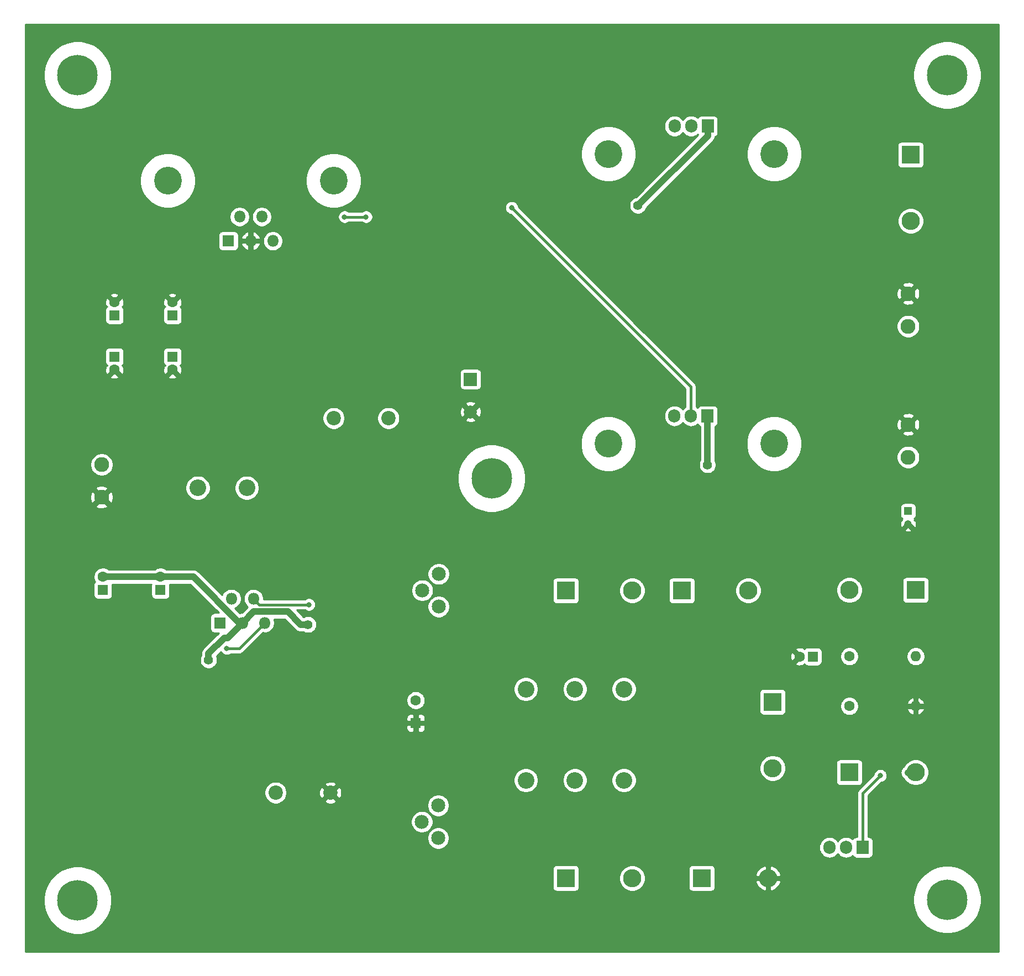
<source format=gbr>
%TF.GenerationSoftware,KiCad,Pcbnew,(5.1.6)-1*%
%TF.CreationDate,2020-07-06T22:25:41+02:00*%
%TF.ProjectId,Power_supply,506f7765-725f-4737-9570-706c792e6b69,rev?*%
%TF.SameCoordinates,PX2b5d568PYa62d478*%
%TF.FileFunction,Copper,L2,Bot*%
%TF.FilePolarity,Positive*%
%FSLAX46Y46*%
G04 Gerber Fmt 4.6, Leading zero omitted, Abs format (unit mm)*
G04 Created by KiCad (PCBNEW (5.1.6)-1) date 2020-07-06 22:25:41*
%MOMM*%
%LPD*%
G01*
G04 APERTURE LIST*
%TA.AperFunction,ComponentPad*%
%ADD10C,6.200000*%
%TD*%
%TA.AperFunction,ComponentPad*%
%ADD11O,1.905000X2.000000*%
%TD*%
%TA.AperFunction,ComponentPad*%
%ADD12R,1.905000X2.000000*%
%TD*%
%TA.AperFunction,ComponentPad*%
%ADD13O,1.800000X1.800000*%
%TD*%
%TA.AperFunction,ComponentPad*%
%ADD14R,1.800000X1.800000*%
%TD*%
%TA.AperFunction,ComponentPad*%
%ADD15O,1.600000X1.600000*%
%TD*%
%TA.AperFunction,ComponentPad*%
%ADD16C,1.600000*%
%TD*%
%TA.AperFunction,ComponentPad*%
%ADD17C,2.290000*%
%TD*%
%TA.AperFunction,ComponentPad*%
%ADD18O,2.800000X2.800000*%
%TD*%
%TA.AperFunction,ComponentPad*%
%ADD19R,2.800000X2.800000*%
%TD*%
%TA.AperFunction,ComponentPad*%
%ADD20C,1.200000*%
%TD*%
%TA.AperFunction,ComponentPad*%
%ADD21R,1.200000X1.200000*%
%TD*%
%TA.AperFunction,ComponentPad*%
%ADD22R,1.600000X1.600000*%
%TD*%
%TA.AperFunction,ComponentPad*%
%ADD23C,4.250000*%
%TD*%
%TA.AperFunction,ComponentPad*%
%ADD24C,2.550000*%
%TD*%
%TA.AperFunction,ComponentPad*%
%ADD25C,2.150000*%
%TD*%
%TA.AperFunction,ComponentPad*%
%ADD26C,2.200000*%
%TD*%
%TA.AperFunction,ComponentPad*%
%ADD27C,2.000000*%
%TD*%
%TA.AperFunction,ComponentPad*%
%ADD28R,2.000000X2.000000*%
%TD*%
%TA.AperFunction,ViaPad*%
%ADD29C,0.800000*%
%TD*%
%TA.AperFunction,ViaPad*%
%ADD30C,1.400000*%
%TD*%
%TA.AperFunction,Conductor*%
%ADD31C,0.400000*%
%TD*%
%TA.AperFunction,Conductor*%
%ADD32C,1.000000*%
%TD*%
%TA.AperFunction,Conductor*%
%ADD33C,0.254000*%
%TD*%
G04 APERTURE END LIST*
D10*
%TO.P,M3_3,1*%
%TO.N,N/C*%
X72178920Y73324080D03*
%TD*%
%TO.P,M3_5,1*%
%TO.N,N/C*%
X141980920Y8768080D03*
%TD*%
%TO.P,M3_4,1*%
%TO.N,N/C*%
X8757920Y8641080D03*
%TD*%
%TO.P,M3_2,1*%
%TO.N,N/C*%
X141980920Y135133080D03*
%TD*%
%TO.P,M3_1,1*%
%TO.N,N/C*%
X8757920Y135133080D03*
%TD*%
D11*
%TO.P,U5,3*%
%TO.N,Net-(C10-Pad1)*%
X123948920Y16749080D03*
%TO.P,U5,2*%
%TO.N,Net-(C15-Pad1)*%
X126488920Y16749080D03*
D12*
%TO.P,U5,1*%
%TO.N,Net-(C14-Pad1)*%
X129028920Y16749080D03*
%TD*%
D13*
%TO.P,U4,5*%
%TO.N,Net-(R15-Pad1)*%
X37401920Y51186080D03*
%TO.P,U4,4*%
%TO.N,Net-(R13-Pad2)*%
X35701920Y54886080D03*
%TO.P,U4,3*%
%TO.N,Net-(C10-Pad2)*%
X34001920Y51186080D03*
%TO.P,U4,2*%
%TO.N,Net-(D8-Pad1)*%
X32301920Y54886080D03*
D14*
%TO.P,U4,1*%
%TO.N,Net-(C10-Pad1)*%
X30601920Y51186080D03*
%TD*%
D15*
%TO.P,R18,2*%
%TO.N,GND*%
X137154920Y38422580D03*
D16*
%TO.P,R18,1*%
%TO.N,Net-(C14-Pad1)*%
X126994920Y38422580D03*
%TD*%
D15*
%TO.P,R17,2*%
%TO.N,Net-(C15-Pad1)*%
X137154920Y46042580D03*
D16*
%TO.P,R17,1*%
%TO.N,Net-(C14-Pad1)*%
X126994920Y46042580D03*
%TD*%
D17*
%TO.P,J3,2*%
%TO.N,GND*%
X136011920Y81589880D03*
%TO.P,J3,1*%
%TO.N,Net-(C15-Pad1)*%
X136011920Y76586080D03*
%TD*%
D18*
%TO.P,D10,2*%
%TO.N,Net-(C14-Pad1)*%
X126994920Y56202580D03*
D19*
%TO.P,D10,1*%
%TO.N,Net-(C15-Pad1)*%
X137154920Y56202580D03*
%TD*%
D18*
%TO.P,D9,2*%
%TO.N,Net-(C15-Pad1)*%
X137154920Y28262580D03*
D19*
%TO.P,D9,1*%
%TO.N,Net-(C10-Pad1)*%
X126994920Y28262580D03*
%TD*%
D20*
%TO.P,C15,2*%
%TO.N,GND*%
X136011920Y66331080D03*
D21*
%TO.P,C15,1*%
%TO.N,Net-(C15-Pad1)*%
X136011920Y68331080D03*
%TD*%
D16*
%TO.P,C14,2*%
%TO.N,GND*%
X119381520Y46019720D03*
D22*
%TO.P,C14,1*%
%TO.N,Net-(C14-Pad1)*%
X121381520Y46019720D03*
%TD*%
D17*
%TO.P,J1,2*%
%TO.N,GND*%
X12440920Y70439280D03*
%TO.P,J1,1*%
%TO.N,+36V*%
X12440920Y75443080D03*
%TD*%
D11*
%TO.P,U3,2*%
%TO.N,Net-(C8-Pad1)*%
X102726920Y82889080D03*
D12*
%TO.P,U3,1*%
%TO.N,Net-(C9-Pad1)*%
X105266920Y82889080D03*
D11*
%TO.P,U3,3*%
%TO.N,Net-(D4-Pad2)*%
X100186920Y82889080D03*
D23*
%TO.P,U3,*%
%TO.N,*%
X90066920Y78639080D03*
X115466920Y78639080D03*
%TD*%
D11*
%TO.P,U2,2*%
%TO.N,Net-(R2-Pad2)*%
X102752320Y127313680D03*
D12*
%TO.P,U2,1*%
%TO.N,Net-(RV1-Pad2)*%
X105292320Y127313680D03*
D11*
%TO.P,U2,3*%
%TO.N,Net-(C1-Pad1)*%
X100212320Y127313680D03*
D23*
%TO.P,U2,*%
%TO.N,*%
X90092320Y123063680D03*
X115492320Y123063680D03*
%TD*%
%TO.P,U1,*%
%TO.N,*%
X47971920Y118983080D03*
X22571920Y118983080D03*
D13*
%TO.P,U1,5*%
%TO.N,Net-(R10-Pad1)*%
X38671920Y109733080D03*
%TO.P,U1,4*%
%TO.N,Net-(C1-Pad2)*%
X36971920Y113433080D03*
%TO.P,U1,3*%
%TO.N,GND*%
X35271920Y109733080D03*
%TO.P,U1,2*%
%TO.N,Net-(D2-Pad1)*%
X33571920Y113433080D03*
D14*
%TO.P,U1,1*%
%TO.N,Net-(C10-Pad1)*%
X31871920Y109733080D03*
%TD*%
D24*
%TO.P,SW1,2*%
%TO.N,Net-(C10-Pad1)*%
X34672920Y71887080D03*
%TO.P,SW1,1*%
%TO.N,Net-(F1-Pad1)*%
X27172920Y71887080D03*
%TD*%
D25*
%TO.P,RV4,3*%
%TO.N,Net-(C10-Pad2)*%
X64066420Y53662580D03*
%TO.P,RV4,2*%
X61566420Y56162580D03*
%TO.P,RV4,1*%
%TO.N,Net-(Q3-Pad3)*%
X64066420Y58662580D03*
%TD*%
%TO.P,RV3,3*%
%TO.N,Net-(C10-Pad2)*%
X64002920Y18182580D03*
%TO.P,RV3,2*%
X61502920Y20682580D03*
%TO.P,RV3,1*%
%TO.N,Net-(Q2-Pad3)*%
X64002920Y23182580D03*
%TD*%
D24*
%TO.P,RV2,3*%
%TO.N,Net-(D6-Pad1)*%
X77450920Y27059080D03*
%TO.P,RV2,2*%
X84950920Y27059080D03*
%TO.P,RV2,1*%
%TO.N,Net-(C9-Pad1)*%
X92450920Y27059080D03*
%TD*%
%TO.P,RV1,3*%
%TO.N,Net-(R12-Pad1)*%
X77450920Y41029080D03*
%TO.P,RV1,2*%
%TO.N,Net-(RV1-Pad2)*%
X84950920Y41029080D03*
%TO.P,RV1,1*%
%TO.N,Net-(D4-Pad2)*%
X92450920Y41029080D03*
%TD*%
D26*
%TO.P,L2,2*%
%TO.N,Net-(D8-Pad1)*%
X39092920Y25151080D03*
%TO.P,L2,1*%
%TO.N,GND*%
X47492920Y25151080D03*
%TD*%
%TO.P,L1,2*%
%TO.N,Net-(D2-Pad1)*%
X47982920Y82555080D03*
%TO.P,L1,1*%
%TO.N,Net-(C1-Pad1)*%
X56382920Y82555080D03*
%TD*%
D17*
%TO.P,J2,2*%
%TO.N,GND*%
X136011920Y101655880D03*
%TO.P,J2,1*%
%TO.N,Net-(C8-Pad1)*%
X136011920Y96652080D03*
%TD*%
D18*
%TO.P,D7,2*%
%TO.N,GND*%
X114548920Y12049080D03*
D19*
%TO.P,D7,1*%
%TO.N,Net-(D6-Pad2)*%
X104388920Y12049080D03*
%TD*%
D18*
%TO.P,D6,2*%
%TO.N,Net-(D6-Pad2)*%
X93720920Y12049080D03*
D19*
%TO.P,D6,1*%
%TO.N,Net-(D6-Pad1)*%
X83560920Y12049080D03*
%TD*%
D18*
%TO.P,D5,2*%
%TO.N,Net-(D4-Pad1)*%
X93720920Y56139080D03*
D19*
%TO.P,D5,1*%
%TO.N,Net-(D5-Pad1)*%
X83560920Y56139080D03*
%TD*%
D18*
%TO.P,D4,2*%
%TO.N,Net-(D4-Pad2)*%
X111500920Y56139080D03*
D19*
%TO.P,D4,1*%
%TO.N,Net-(D4-Pad1)*%
X101340920Y56139080D03*
%TD*%
D18*
%TO.P,D3,2*%
%TO.N,Net-(C9-Pad1)*%
X115247420Y28917900D03*
D19*
%TO.P,D3,1*%
%TO.N,Net-(C8-Pad1)*%
X115247420Y39077900D03*
%TD*%
D18*
%TO.P,D1,2*%
%TO.N,Net-(C8-Pad1)*%
X136392920Y112781080D03*
D19*
%TO.P,D1,1*%
%TO.N,Net-(C1-Pad1)*%
X136392920Y122941080D03*
%TD*%
D16*
%TO.P,C13,2*%
%TO.N,Net-(C10-Pad2)*%
X60573920Y39319080D03*
D22*
%TO.P,C13,1*%
%TO.N,GND*%
X60573920Y35819080D03*
%TD*%
D16*
%TO.P,C11,2*%
%TO.N,Net-(C10-Pad2)*%
X12640780Y58245760D03*
D22*
%TO.P,C11,1*%
%TO.N,Net-(C10-Pad1)*%
X12640780Y56245760D03*
%TD*%
D16*
%TO.P,C10,2*%
%TO.N,Net-(C10-Pad2)*%
X21455380Y58245760D03*
D22*
%TO.P,C10,1*%
%TO.N,Net-(C10-Pad1)*%
X21455380Y56245760D03*
%TD*%
D27*
%TO.P,C7,2*%
%TO.N,GND*%
X68955920Y83524080D03*
D28*
%TO.P,C7,1*%
%TO.N,Net-(C1-Pad1)*%
X68955920Y88524080D03*
%TD*%
D16*
%TO.P,C5,2*%
%TO.N,GND*%
X23304500Y100331020D03*
D22*
%TO.P,C5,1*%
%TO.N,Net-(C10-Pad1)*%
X23304500Y98331020D03*
%TD*%
D16*
%TO.P,C4,2*%
%TO.N,GND*%
X14414500Y100331020D03*
D22*
%TO.P,C4,1*%
%TO.N,Net-(C10-Pad1)*%
X14414500Y98331020D03*
%TD*%
D16*
%TO.P,C3,2*%
%TO.N,GND*%
X23304500Y89981020D03*
D22*
%TO.P,C3,1*%
%TO.N,Net-(C10-Pad1)*%
X23304500Y91981020D03*
%TD*%
D16*
%TO.P,C2,2*%
%TO.N,GND*%
X14414500Y89981020D03*
D22*
%TO.P,C2,1*%
%TO.N,Net-(C10-Pad1)*%
X14414500Y91981020D03*
%TD*%
D29*
%TO.N,Net-(C1-Pad2)*%
X49651920Y113416080D03*
X52953920Y113416080D03*
%TO.N,GND*%
X62478920Y121290080D03*
X75178920Y131577080D03*
X51937920Y49154080D03*
D30*
X37078920Y85857080D03*
X103825040Y25562560D03*
X141335760Y89408000D03*
X60568840Y49281080D03*
X46685200Y43774360D03*
X65135760Y12603480D03*
X56814720Y20091400D03*
X67899280Y55270400D03*
X72857360Y50256440D03*
X67487800Y43835320D03*
X60609480Y30302200D03*
X79806800Y15575280D03*
X70342760Y20584160D03*
X79375000Y54645560D03*
X78978760Y46040040D03*
X84749640Y49667160D03*
X81142840Y34737040D03*
X100050600Y34803080D03*
X81930240Y23317200D03*
X88737440Y12908280D03*
X98795840Y15631160D03*
X112349280Y24546560D03*
X91231720Y72776080D03*
X97271840Y72623680D03*
X99380040Y63037720D03*
X90815160Y62605920D03*
X106746040Y56189880D03*
X90693240Y48168560D03*
X112679480Y51958240D03*
X112364520Y43591480D03*
X45110400Y63957200D03*
X46974760Y57805320D03*
X56291480Y55499000D03*
X49204880Y51429920D03*
X67584320Y63840360D03*
X84383880Y63687960D03*
D29*
%TO.N,Net-(C8-Pad1)*%
X75265280Y114823240D03*
D30*
%TO.N,Net-(C9-Pad1)*%
X105266920Y75401600D03*
%TO.N,Net-(C10-Pad2)*%
X28823920Y45471080D03*
X44063920Y50932080D03*
D29*
%TO.N,Net-(R13-Pad2)*%
X44190920Y53980080D03*
%TO.N,Net-(R15-Pad1)*%
X31617920Y47249080D03*
D30*
%TO.N,Net-(RV1-Pad2)*%
X94609920Y115168680D03*
D29*
%TO.N,Net-(C14-Pad1)*%
X131754880Y27772360D03*
%TD*%
D31*
%TO.N,Net-(C1-Pad2)*%
X49651920Y113416080D02*
X52953920Y113416080D01*
%TO.N,Net-(C8-Pad1)*%
X75265280Y114823240D02*
X102671880Y87416640D01*
X102671880Y87416640D02*
X102671880Y82793840D01*
D32*
%TO.N,Net-(C9-Pad1)*%
X105266920Y75401600D02*
X105266920Y82860720D01*
%TO.N,Net-(C10-Pad2)*%
X28823920Y46461029D02*
X31262971Y48900080D01*
X28823920Y45471080D02*
X28823920Y46461029D01*
X31262971Y48900080D02*
X31744920Y48900080D01*
X31744920Y48900080D02*
X34030920Y51186080D01*
X33517840Y51186080D02*
X33661922Y51186080D01*
X12640780Y58245760D02*
X26458160Y58245760D01*
X26458160Y58245760D02*
X33517840Y51186080D01*
X40954960Y52898040D02*
X42920920Y50932080D01*
X42920920Y50932080D02*
X44063920Y50932080D01*
X34001920Y51186080D02*
X35713880Y52898040D01*
X35713880Y52898040D02*
X40954960Y52898040D01*
D31*
%TO.N,Net-(R13-Pad2)*%
X44190920Y53980080D02*
X36824920Y53980080D01*
X36824920Y53980080D02*
X36570920Y53980080D01*
X36570920Y53980080D02*
X35681920Y54869080D01*
%TO.N,Net-(R15-Pad1)*%
X31617920Y47249080D02*
X33522920Y47249080D01*
X33522920Y47249080D02*
X37332920Y51059080D01*
D32*
%TO.N,Net-(RV1-Pad2)*%
X105292320Y125851080D02*
X94609920Y115168680D01*
X105292320Y127313680D02*
X105292320Y125851080D01*
D31*
%TO.N,Net-(C14-Pad1)*%
X129028920Y25046400D02*
X131754880Y27772360D01*
X129028920Y16749080D02*
X129028920Y25046400D01*
D32*
%TO.N,Net-(C15-Pad1)*%
X135959240Y28219400D02*
X137109200Y28219400D01*
%TD*%
D33*
%TO.N,GND*%
G36*
X149881920Y740080D02*
G01*
X729920Y740080D01*
X729920Y9155895D01*
X3530920Y9155895D01*
X3530920Y8126265D01*
X3731791Y7116420D01*
X4125813Y6165167D01*
X4697844Y5309062D01*
X5425902Y4581004D01*
X6282007Y4008973D01*
X7233260Y3614951D01*
X8243105Y3414080D01*
X9272735Y3414080D01*
X10282580Y3614951D01*
X11233833Y4008973D01*
X12089938Y4581004D01*
X12817996Y5309062D01*
X13390027Y6165167D01*
X13784049Y7116420D01*
X13984920Y8126265D01*
X13984920Y9155895D01*
X13959659Y9282895D01*
X136753920Y9282895D01*
X136753920Y8253265D01*
X136954791Y7243420D01*
X137348813Y6292167D01*
X137920844Y5436062D01*
X138648902Y4708004D01*
X139505007Y4135973D01*
X140456260Y3741951D01*
X141466105Y3541080D01*
X142495735Y3541080D01*
X143505580Y3741951D01*
X144456833Y4135973D01*
X145312938Y4708004D01*
X146040996Y5436062D01*
X146613027Y6292167D01*
X147007049Y7243420D01*
X147207920Y8253265D01*
X147207920Y9282895D01*
X147007049Y10292740D01*
X146613027Y11243993D01*
X146040996Y12100098D01*
X145312938Y12828156D01*
X144456833Y13400187D01*
X143505580Y13794209D01*
X142495735Y13995080D01*
X141466105Y13995080D01*
X140456260Y13794209D01*
X139505007Y13400187D01*
X138648902Y12828156D01*
X137920844Y12100098D01*
X137348813Y11243993D01*
X136954791Y10292740D01*
X136753920Y9282895D01*
X13959659Y9282895D01*
X13784049Y10165740D01*
X13390027Y11116993D01*
X12817996Y11973098D01*
X12089938Y12701156D01*
X11233833Y13273187D01*
X10809190Y13449080D01*
X81522848Y13449080D01*
X81522848Y10649080D01*
X81535108Y10524598D01*
X81571418Y10404900D01*
X81630383Y10294586D01*
X81709735Y10197895D01*
X81806426Y10118543D01*
X81916740Y10059578D01*
X82036438Y10023268D01*
X82160920Y10011008D01*
X84960920Y10011008D01*
X85085402Y10023268D01*
X85205100Y10059578D01*
X85315414Y10118543D01*
X85412105Y10197895D01*
X85491457Y10294586D01*
X85550422Y10404900D01*
X85586732Y10524598D01*
X85598992Y10649080D01*
X85598992Y12249510D01*
X91685920Y12249510D01*
X91685920Y11848650D01*
X91764124Y11455493D01*
X91917527Y11085146D01*
X92140233Y10751843D01*
X92423683Y10468393D01*
X92756986Y10245687D01*
X93127333Y10092284D01*
X93520490Y10014080D01*
X93921350Y10014080D01*
X94314507Y10092284D01*
X94684854Y10245687D01*
X95018157Y10468393D01*
X95301607Y10751843D01*
X95524313Y11085146D01*
X95677716Y11455493D01*
X95755920Y11848650D01*
X95755920Y12249510D01*
X95677716Y12642667D01*
X95524313Y13013014D01*
X95301607Y13346317D01*
X95198844Y13449080D01*
X102350848Y13449080D01*
X102350848Y10649080D01*
X102363108Y10524598D01*
X102399418Y10404900D01*
X102458383Y10294586D01*
X102537735Y10197895D01*
X102634426Y10118543D01*
X102744740Y10059578D01*
X102864438Y10023268D01*
X102988920Y10011008D01*
X105788920Y10011008D01*
X105913402Y10023268D01*
X106033100Y10059578D01*
X106143414Y10118543D01*
X106240105Y10197895D01*
X106319457Y10294586D01*
X106378422Y10404900D01*
X106414732Y10524598D01*
X106426992Y10649080D01*
X106426992Y11463975D01*
X112599849Y11463975D01*
X112603252Y11452729D01*
X112756980Y11084607D01*
X112979571Y10753549D01*
X113262471Y10472277D01*
X113594809Y10251601D01*
X113963813Y10100001D01*
X114275920Y10191217D01*
X114275920Y11776080D01*
X114821920Y11776080D01*
X114821920Y10191217D01*
X115134027Y10100001D01*
X115503031Y10251601D01*
X115835369Y10472277D01*
X116118269Y10753549D01*
X116340860Y11084607D01*
X116494588Y11452729D01*
X116497991Y11463975D01*
X116405203Y11776080D01*
X114821920Y11776080D01*
X114275920Y11776080D01*
X112692637Y11776080D01*
X112599849Y11463975D01*
X106426992Y11463975D01*
X106426992Y12634185D01*
X112599849Y12634185D01*
X112692637Y12322080D01*
X114275920Y12322080D01*
X114275920Y13906943D01*
X114821920Y13906943D01*
X114821920Y12322080D01*
X116405203Y12322080D01*
X116497991Y12634185D01*
X116494588Y12645431D01*
X116340860Y13013553D01*
X116118269Y13344611D01*
X115835369Y13625883D01*
X115503031Y13846559D01*
X115134027Y13998159D01*
X114821920Y13906943D01*
X114275920Y13906943D01*
X113963813Y13998159D01*
X113594809Y13846559D01*
X113262471Y13625883D01*
X112979571Y13344611D01*
X112756980Y13013553D01*
X112603252Y12645431D01*
X112599849Y12634185D01*
X106426992Y12634185D01*
X106426992Y13449080D01*
X106414732Y13573562D01*
X106378422Y13693260D01*
X106319457Y13803574D01*
X106240105Y13900265D01*
X106143414Y13979617D01*
X106033100Y14038582D01*
X105913402Y14074892D01*
X105788920Y14087152D01*
X102988920Y14087152D01*
X102864438Y14074892D01*
X102744740Y14038582D01*
X102634426Y13979617D01*
X102537735Y13900265D01*
X102458383Y13803574D01*
X102399418Y13693260D01*
X102363108Y13573562D01*
X102350848Y13449080D01*
X95198844Y13449080D01*
X95018157Y13629767D01*
X94684854Y13852473D01*
X94314507Y14005876D01*
X93921350Y14084080D01*
X93520490Y14084080D01*
X93127333Y14005876D01*
X92756986Y13852473D01*
X92423683Y13629767D01*
X92140233Y13346317D01*
X91917527Y13013014D01*
X91764124Y12642667D01*
X91685920Y12249510D01*
X85598992Y12249510D01*
X85598992Y13449080D01*
X85586732Y13573562D01*
X85550422Y13693260D01*
X85491457Y13803574D01*
X85412105Y13900265D01*
X85315414Y13979617D01*
X85205100Y14038582D01*
X85085402Y14074892D01*
X84960920Y14087152D01*
X82160920Y14087152D01*
X82036438Y14074892D01*
X81916740Y14038582D01*
X81806426Y13979617D01*
X81709735Y13900265D01*
X81630383Y13803574D01*
X81571418Y13693260D01*
X81535108Y13573562D01*
X81522848Y13449080D01*
X10809190Y13449080D01*
X10282580Y13667209D01*
X9272735Y13868080D01*
X8243105Y13868080D01*
X7233260Y13667209D01*
X6282007Y13273187D01*
X5425902Y12701156D01*
X4697844Y11973098D01*
X4125813Y11116993D01*
X3731791Y10165740D01*
X3530920Y9155895D01*
X729920Y9155895D01*
X729920Y18351000D01*
X62292920Y18351000D01*
X62292920Y18014160D01*
X62358634Y17683791D01*
X62487538Y17372591D01*
X62674676Y17092519D01*
X62912859Y16854336D01*
X63192931Y16667198D01*
X63504131Y16538294D01*
X63834500Y16472580D01*
X64171340Y16472580D01*
X64501709Y16538294D01*
X64812909Y16667198D01*
X65092981Y16854336D01*
X65113211Y16874566D01*
X122361420Y16874566D01*
X122361420Y16623595D01*
X122384390Y16390377D01*
X122475165Y16091132D01*
X122622575Y15815346D01*
X122820957Y15573617D01*
X123062685Y15375235D01*
X123338471Y15227825D01*
X123637716Y15137050D01*
X123948920Y15106399D01*
X124260123Y15137050D01*
X124559368Y15227825D01*
X124835154Y15375235D01*
X125076883Y15573617D01*
X125218920Y15746689D01*
X125360957Y15573617D01*
X125602685Y15375235D01*
X125878471Y15227825D01*
X126177716Y15137050D01*
X126488920Y15106399D01*
X126800123Y15137050D01*
X127099368Y15227825D01*
X127375154Y15375235D01*
X127501015Y15478527D01*
X127545883Y15394586D01*
X127625235Y15297895D01*
X127721926Y15218543D01*
X127832240Y15159578D01*
X127951938Y15123268D01*
X128076420Y15111008D01*
X129981420Y15111008D01*
X130105902Y15123268D01*
X130225600Y15159578D01*
X130335914Y15218543D01*
X130432605Y15297895D01*
X130511957Y15394586D01*
X130570922Y15504900D01*
X130607232Y15624598D01*
X130619492Y15749080D01*
X130619492Y17749080D01*
X130607232Y17873562D01*
X130570922Y17993260D01*
X130511957Y18103574D01*
X130432605Y18200265D01*
X130335914Y18279617D01*
X130225600Y18338582D01*
X130105902Y18374892D01*
X129981420Y18387152D01*
X129863920Y18387152D01*
X129863920Y24700533D01*
X131911656Y26748268D01*
X132056778Y26777134D01*
X132245136Y26855155D01*
X132414654Y26968423D01*
X132558817Y27112586D01*
X132672085Y27282104D01*
X132750106Y27470462D01*
X132789880Y27670421D01*
X132789880Y27874299D01*
X132750106Y28074258D01*
X132689986Y28219400D01*
X134818749Y28219400D01*
X134840663Y27996901D01*
X134905564Y27782953D01*
X135010956Y27585777D01*
X135152791Y27412951D01*
X135325617Y27271116D01*
X135394536Y27234278D01*
X135574233Y26965343D01*
X135857683Y26681893D01*
X136190986Y26459187D01*
X136561333Y26305784D01*
X136954490Y26227580D01*
X137355350Y26227580D01*
X137748507Y26305784D01*
X138118854Y26459187D01*
X138452157Y26681893D01*
X138735607Y26965343D01*
X138958313Y27298646D01*
X139111716Y27668993D01*
X139189920Y28062150D01*
X139189920Y28463010D01*
X139111716Y28856167D01*
X138958313Y29226514D01*
X138735607Y29559817D01*
X138452157Y29843267D01*
X138118854Y30065973D01*
X137748507Y30219376D01*
X137355350Y30297580D01*
X136954490Y30297580D01*
X136561333Y30219376D01*
X136190986Y30065973D01*
X135857683Y29843267D01*
X135574233Y29559817D01*
X135351527Y29226514D01*
X135327597Y29168742D01*
X135325617Y29167684D01*
X135152791Y29025849D01*
X135010956Y28853023D01*
X134905564Y28655847D01*
X134840663Y28441899D01*
X134818749Y28219400D01*
X132689986Y28219400D01*
X132672085Y28262616D01*
X132558817Y28432134D01*
X132414654Y28576297D01*
X132245136Y28689565D01*
X132056778Y28767586D01*
X131856819Y28807360D01*
X131652941Y28807360D01*
X131452982Y28767586D01*
X131264624Y28689565D01*
X131095106Y28576297D01*
X130950943Y28432134D01*
X130837675Y28262616D01*
X130759654Y28074258D01*
X130730788Y27929136D01*
X128467494Y25665841D01*
X128435630Y25639691D01*
X128354827Y25541232D01*
X128331284Y25512545D01*
X128253748Y25367486D01*
X128206002Y25210088D01*
X128189880Y25046400D01*
X128193921Y25005371D01*
X128193920Y18387152D01*
X128076420Y18387152D01*
X127951938Y18374892D01*
X127832240Y18338582D01*
X127721926Y18279617D01*
X127625235Y18200265D01*
X127545883Y18103574D01*
X127501015Y18019634D01*
X127375155Y18122925D01*
X127099369Y18270335D01*
X126800124Y18361110D01*
X126488920Y18391761D01*
X126177717Y18361110D01*
X125878472Y18270335D01*
X125602686Y18122925D01*
X125360957Y17924543D01*
X125218920Y17751471D01*
X125076883Y17924543D01*
X124835155Y18122925D01*
X124559369Y18270335D01*
X124260124Y18361110D01*
X123948920Y18391761D01*
X123637717Y18361110D01*
X123338472Y18270335D01*
X123062686Y18122925D01*
X122820957Y17924543D01*
X122622575Y17682815D01*
X122475165Y17407029D01*
X122384390Y17107784D01*
X122361420Y16874566D01*
X65113211Y16874566D01*
X65331164Y17092519D01*
X65518302Y17372591D01*
X65647206Y17683791D01*
X65712920Y18014160D01*
X65712920Y18351000D01*
X65647206Y18681369D01*
X65518302Y18992569D01*
X65331164Y19272641D01*
X65092981Y19510824D01*
X64812909Y19697962D01*
X64501709Y19826866D01*
X64171340Y19892580D01*
X63834500Y19892580D01*
X63504131Y19826866D01*
X63192931Y19697962D01*
X62912859Y19510824D01*
X62674676Y19272641D01*
X62487538Y18992569D01*
X62358634Y18681369D01*
X62292920Y18351000D01*
X729920Y18351000D01*
X729920Y20851000D01*
X59792920Y20851000D01*
X59792920Y20514160D01*
X59858634Y20183791D01*
X59987538Y19872591D01*
X60174676Y19592519D01*
X60412859Y19354336D01*
X60692931Y19167198D01*
X61004131Y19038294D01*
X61334500Y18972580D01*
X61671340Y18972580D01*
X62001709Y19038294D01*
X62312909Y19167198D01*
X62592981Y19354336D01*
X62831164Y19592519D01*
X63018302Y19872591D01*
X63147206Y20183791D01*
X63212920Y20514160D01*
X63212920Y20851000D01*
X63147206Y21181369D01*
X63018302Y21492569D01*
X62831164Y21772641D01*
X62592981Y22010824D01*
X62312909Y22197962D01*
X62001709Y22326866D01*
X61671340Y22392580D01*
X61334500Y22392580D01*
X61004131Y22326866D01*
X60692931Y22197962D01*
X60412859Y22010824D01*
X60174676Y21772641D01*
X59987538Y21492569D01*
X59858634Y21181369D01*
X59792920Y20851000D01*
X729920Y20851000D01*
X729920Y23351000D01*
X62292920Y23351000D01*
X62292920Y23014160D01*
X62358634Y22683791D01*
X62487538Y22372591D01*
X62674676Y22092519D01*
X62912859Y21854336D01*
X63192931Y21667198D01*
X63504131Y21538294D01*
X63834500Y21472580D01*
X64171340Y21472580D01*
X64501709Y21538294D01*
X64812909Y21667198D01*
X65092981Y21854336D01*
X65331164Y22092519D01*
X65518302Y22372591D01*
X65647206Y22683791D01*
X65712920Y23014160D01*
X65712920Y23351000D01*
X65647206Y23681369D01*
X65518302Y23992569D01*
X65331164Y24272641D01*
X65092981Y24510824D01*
X64812909Y24697962D01*
X64501709Y24826866D01*
X64171340Y24892580D01*
X63834500Y24892580D01*
X63504131Y24826866D01*
X63192931Y24697962D01*
X62912859Y24510824D01*
X62674676Y24272641D01*
X62487538Y23992569D01*
X62358634Y23681369D01*
X62292920Y23351000D01*
X729920Y23351000D01*
X729920Y25321963D01*
X37357920Y25321963D01*
X37357920Y24980197D01*
X37424595Y24644999D01*
X37555383Y24329249D01*
X37745257Y24045082D01*
X37986922Y23803417D01*
X38271089Y23613543D01*
X38586839Y23482755D01*
X38922037Y23416080D01*
X39263803Y23416080D01*
X39599001Y23482755D01*
X39914751Y23613543D01*
X40198918Y23803417D01*
X40249781Y23854280D01*
X46582200Y23854280D01*
X46701682Y23597578D01*
X47019958Y23473065D01*
X47356411Y23413038D01*
X47698109Y23419802D01*
X48031922Y23493098D01*
X48284158Y23597578D01*
X48403640Y23854280D01*
X47492920Y24765000D01*
X46582200Y23854280D01*
X40249781Y23854280D01*
X40440583Y24045082D01*
X40630457Y24329249D01*
X40761245Y24644999D01*
X40827920Y24980197D01*
X40827920Y25287589D01*
X45754878Y25287589D01*
X45761642Y24945891D01*
X45834938Y24612078D01*
X45939418Y24359842D01*
X46196120Y24240360D01*
X47106840Y25151080D01*
X47879000Y25151080D01*
X48789720Y24240360D01*
X49046422Y24359842D01*
X49170935Y24678118D01*
X49230962Y25014571D01*
X49224198Y25356269D01*
X49150902Y25690082D01*
X49046422Y25942318D01*
X48789720Y26061800D01*
X47879000Y25151080D01*
X47106840Y25151080D01*
X46196120Y26061800D01*
X45939418Y25942318D01*
X45814905Y25624042D01*
X45754878Y25287589D01*
X40827920Y25287589D01*
X40827920Y25321963D01*
X40761245Y25657161D01*
X40630457Y25972911D01*
X40440583Y26257078D01*
X40249781Y26447880D01*
X46582200Y26447880D01*
X47492920Y25537160D01*
X48403640Y26447880D01*
X48284158Y26704582D01*
X47965882Y26829095D01*
X47629429Y26889122D01*
X47287731Y26882358D01*
X46953918Y26809062D01*
X46701682Y26704582D01*
X46582200Y26447880D01*
X40249781Y26447880D01*
X40198918Y26498743D01*
X39914751Y26688617D01*
X39599001Y26819405D01*
X39263803Y26886080D01*
X38922037Y26886080D01*
X38586839Y26819405D01*
X38271089Y26688617D01*
X37986922Y26498743D01*
X37745257Y26257078D01*
X37555383Y25972911D01*
X37424595Y25657161D01*
X37357920Y25321963D01*
X729920Y25321963D01*
X729920Y27247199D01*
X75540920Y27247199D01*
X75540920Y26870961D01*
X75614320Y26501953D01*
X75758300Y26154356D01*
X75967326Y25841526D01*
X76233366Y25575486D01*
X76546196Y25366460D01*
X76893793Y25222480D01*
X77262801Y25149080D01*
X77639039Y25149080D01*
X78008047Y25222480D01*
X78355644Y25366460D01*
X78668474Y25575486D01*
X78934514Y25841526D01*
X79143540Y26154356D01*
X79287520Y26501953D01*
X79360920Y26870961D01*
X79360920Y27247199D01*
X83040920Y27247199D01*
X83040920Y26870961D01*
X83114320Y26501953D01*
X83258300Y26154356D01*
X83467326Y25841526D01*
X83733366Y25575486D01*
X84046196Y25366460D01*
X84393793Y25222480D01*
X84762801Y25149080D01*
X85139039Y25149080D01*
X85508047Y25222480D01*
X85855644Y25366460D01*
X86168474Y25575486D01*
X86434514Y25841526D01*
X86643540Y26154356D01*
X86787520Y26501953D01*
X86860920Y26870961D01*
X86860920Y27247199D01*
X90540920Y27247199D01*
X90540920Y26870961D01*
X90614320Y26501953D01*
X90758300Y26154356D01*
X90967326Y25841526D01*
X91233366Y25575486D01*
X91546196Y25366460D01*
X91893793Y25222480D01*
X92262801Y25149080D01*
X92639039Y25149080D01*
X93008047Y25222480D01*
X93355644Y25366460D01*
X93668474Y25575486D01*
X93934514Y25841526D01*
X94143540Y26154356D01*
X94287520Y26501953D01*
X94360920Y26870961D01*
X94360920Y27247199D01*
X94287520Y27616207D01*
X94143540Y27963804D01*
X93934514Y28276634D01*
X93668474Y28542674D01*
X93355644Y28751700D01*
X93008047Y28895680D01*
X92639039Y28969080D01*
X92262801Y28969080D01*
X91893793Y28895680D01*
X91546196Y28751700D01*
X91233366Y28542674D01*
X90967326Y28276634D01*
X90758300Y27963804D01*
X90614320Y27616207D01*
X90540920Y27247199D01*
X86860920Y27247199D01*
X86787520Y27616207D01*
X86643540Y27963804D01*
X86434514Y28276634D01*
X86168474Y28542674D01*
X85855644Y28751700D01*
X85508047Y28895680D01*
X85139039Y28969080D01*
X84762801Y28969080D01*
X84393793Y28895680D01*
X84046196Y28751700D01*
X83733366Y28542674D01*
X83467326Y28276634D01*
X83258300Y27963804D01*
X83114320Y27616207D01*
X83040920Y27247199D01*
X79360920Y27247199D01*
X79287520Y27616207D01*
X79143540Y27963804D01*
X78934514Y28276634D01*
X78668474Y28542674D01*
X78355644Y28751700D01*
X78008047Y28895680D01*
X77639039Y28969080D01*
X77262801Y28969080D01*
X76893793Y28895680D01*
X76546196Y28751700D01*
X76233366Y28542674D01*
X75967326Y28276634D01*
X75758300Y27963804D01*
X75614320Y27616207D01*
X75540920Y27247199D01*
X729920Y27247199D01*
X729920Y29118330D01*
X113212420Y29118330D01*
X113212420Y28717470D01*
X113290624Y28324313D01*
X113444027Y27953966D01*
X113666733Y27620663D01*
X113950183Y27337213D01*
X114283486Y27114507D01*
X114653833Y26961104D01*
X115046990Y26882900D01*
X115447850Y26882900D01*
X115841007Y26961104D01*
X116211354Y27114507D01*
X116544657Y27337213D01*
X116828107Y27620663D01*
X117050813Y27953966D01*
X117204216Y28324313D01*
X117282420Y28717470D01*
X117282420Y29118330D01*
X117204216Y29511487D01*
X117141632Y29662580D01*
X124956848Y29662580D01*
X124956848Y26862580D01*
X124969108Y26738098D01*
X125005418Y26618400D01*
X125064383Y26508086D01*
X125143735Y26411395D01*
X125240426Y26332043D01*
X125350740Y26273078D01*
X125470438Y26236768D01*
X125594920Y26224508D01*
X128394920Y26224508D01*
X128519402Y26236768D01*
X128639100Y26273078D01*
X128749414Y26332043D01*
X128846105Y26411395D01*
X128925457Y26508086D01*
X128984422Y26618400D01*
X129020732Y26738098D01*
X129032992Y26862580D01*
X129032992Y29662580D01*
X129020732Y29787062D01*
X128984422Y29906760D01*
X128925457Y30017074D01*
X128846105Y30113765D01*
X128749414Y30193117D01*
X128639100Y30252082D01*
X128519402Y30288392D01*
X128394920Y30300652D01*
X125594920Y30300652D01*
X125470438Y30288392D01*
X125350740Y30252082D01*
X125240426Y30193117D01*
X125143735Y30113765D01*
X125064383Y30017074D01*
X125005418Y29906760D01*
X124969108Y29787062D01*
X124956848Y29662580D01*
X117141632Y29662580D01*
X117050813Y29881834D01*
X116828107Y30215137D01*
X116544657Y30498587D01*
X116211354Y30721293D01*
X115841007Y30874696D01*
X115447850Y30952900D01*
X115046990Y30952900D01*
X114653833Y30874696D01*
X114283486Y30721293D01*
X113950183Y30498587D01*
X113666733Y30215137D01*
X113444027Y29881834D01*
X113290624Y29511487D01*
X113212420Y29118330D01*
X729920Y29118330D01*
X729920Y35019080D01*
X59135848Y35019080D01*
X59148108Y34894598D01*
X59184418Y34774900D01*
X59243383Y34664586D01*
X59322735Y34567895D01*
X59419426Y34488543D01*
X59529740Y34429578D01*
X59649438Y34393268D01*
X59773920Y34381008D01*
X60142170Y34384080D01*
X60300920Y34542830D01*
X60300920Y35546080D01*
X60846920Y35546080D01*
X60846920Y34542830D01*
X61005670Y34384080D01*
X61373920Y34381008D01*
X61498402Y34393268D01*
X61618100Y34429578D01*
X61728414Y34488543D01*
X61825105Y34567895D01*
X61904457Y34664586D01*
X61963422Y34774900D01*
X61999732Y34894598D01*
X62011992Y35019080D01*
X62008920Y35387330D01*
X61850170Y35546080D01*
X60846920Y35546080D01*
X60300920Y35546080D01*
X59297670Y35546080D01*
X59138920Y35387330D01*
X59135848Y35019080D01*
X729920Y35019080D01*
X729920Y36619080D01*
X59135848Y36619080D01*
X59138920Y36250830D01*
X59297670Y36092080D01*
X60300920Y36092080D01*
X60300920Y37095330D01*
X60846920Y37095330D01*
X60846920Y36092080D01*
X61850170Y36092080D01*
X62008920Y36250830D01*
X62011992Y36619080D01*
X61999732Y36743562D01*
X61963422Y36863260D01*
X61904457Y36973574D01*
X61825105Y37070265D01*
X61728414Y37149617D01*
X61618100Y37208582D01*
X61498402Y37244892D01*
X61373920Y37257152D01*
X61005670Y37254080D01*
X60846920Y37095330D01*
X60300920Y37095330D01*
X60142170Y37254080D01*
X59773920Y37257152D01*
X59649438Y37244892D01*
X59529740Y37208582D01*
X59419426Y37149617D01*
X59322735Y37070265D01*
X59243383Y36973574D01*
X59184418Y36863260D01*
X59148108Y36743562D01*
X59135848Y36619080D01*
X729920Y36619080D01*
X729920Y39460415D01*
X59138920Y39460415D01*
X59138920Y39177745D01*
X59194067Y38900506D01*
X59302240Y38639353D01*
X59459283Y38404321D01*
X59659161Y38204443D01*
X59894193Y38047400D01*
X60155346Y37939227D01*
X60432585Y37884080D01*
X60715255Y37884080D01*
X60992494Y37939227D01*
X61253647Y38047400D01*
X61488679Y38204443D01*
X61688557Y38404321D01*
X61845600Y38639353D01*
X61953773Y38900506D01*
X62008920Y39177745D01*
X62008920Y39460415D01*
X61953773Y39737654D01*
X61845600Y39998807D01*
X61688557Y40233839D01*
X61488679Y40433717D01*
X61253647Y40590760D01*
X60992494Y40698933D01*
X60715255Y40754080D01*
X60432585Y40754080D01*
X60155346Y40698933D01*
X59894193Y40590760D01*
X59659161Y40433717D01*
X59459283Y40233839D01*
X59302240Y39998807D01*
X59194067Y39737654D01*
X59138920Y39460415D01*
X729920Y39460415D01*
X729920Y41217199D01*
X75540920Y41217199D01*
X75540920Y40840961D01*
X75614320Y40471953D01*
X75758300Y40124356D01*
X75967326Y39811526D01*
X76233366Y39545486D01*
X76546196Y39336460D01*
X76893793Y39192480D01*
X77262801Y39119080D01*
X77639039Y39119080D01*
X78008047Y39192480D01*
X78355644Y39336460D01*
X78668474Y39545486D01*
X78934514Y39811526D01*
X79143540Y40124356D01*
X79287520Y40471953D01*
X79360920Y40840961D01*
X79360920Y41217199D01*
X83040920Y41217199D01*
X83040920Y40840961D01*
X83114320Y40471953D01*
X83258300Y40124356D01*
X83467326Y39811526D01*
X83733366Y39545486D01*
X84046196Y39336460D01*
X84393793Y39192480D01*
X84762801Y39119080D01*
X85139039Y39119080D01*
X85508047Y39192480D01*
X85855644Y39336460D01*
X86168474Y39545486D01*
X86434514Y39811526D01*
X86643540Y40124356D01*
X86787520Y40471953D01*
X86860920Y40840961D01*
X86860920Y41217199D01*
X90540920Y41217199D01*
X90540920Y40840961D01*
X90614320Y40471953D01*
X90758300Y40124356D01*
X90967326Y39811526D01*
X91233366Y39545486D01*
X91546196Y39336460D01*
X91893793Y39192480D01*
X92262801Y39119080D01*
X92639039Y39119080D01*
X93008047Y39192480D01*
X93355644Y39336460D01*
X93668474Y39545486D01*
X93934514Y39811526D01*
X94143540Y40124356D01*
X94287520Y40471953D01*
X94288702Y40477900D01*
X113209348Y40477900D01*
X113209348Y37677900D01*
X113221608Y37553418D01*
X113257918Y37433720D01*
X113316883Y37323406D01*
X113396235Y37226715D01*
X113492926Y37147363D01*
X113603240Y37088398D01*
X113722938Y37052088D01*
X113847420Y37039828D01*
X116647420Y37039828D01*
X116771902Y37052088D01*
X116891600Y37088398D01*
X117001914Y37147363D01*
X117098605Y37226715D01*
X117177957Y37323406D01*
X117236922Y37433720D01*
X117273232Y37553418D01*
X117285492Y37677900D01*
X117285492Y38563915D01*
X125559920Y38563915D01*
X125559920Y38281245D01*
X125615067Y38004006D01*
X125723240Y37742853D01*
X125880283Y37507821D01*
X126080161Y37307943D01*
X126315193Y37150900D01*
X126576346Y37042727D01*
X126853585Y36987580D01*
X127136255Y36987580D01*
X127413494Y37042727D01*
X127674647Y37150900D01*
X127909679Y37307943D01*
X128109557Y37507821D01*
X128266600Y37742853D01*
X128345177Y37932557D01*
X135806179Y37932557D01*
X135854710Y37815368D01*
X135998154Y37573377D01*
X136186052Y37364020D01*
X136411183Y37195343D01*
X136664896Y37073828D01*
X136881920Y37172527D01*
X136881920Y38149580D01*
X137427920Y38149580D01*
X137427920Y37172527D01*
X137644944Y37073828D01*
X137898657Y37195343D01*
X138123788Y37364020D01*
X138311686Y37573377D01*
X138455130Y37815368D01*
X138503661Y37932557D01*
X138401630Y38149580D01*
X137427920Y38149580D01*
X136881920Y38149580D01*
X135908210Y38149580D01*
X135806179Y37932557D01*
X128345177Y37932557D01*
X128374773Y38004006D01*
X128429920Y38281245D01*
X128429920Y38563915D01*
X128374773Y38841154D01*
X128345178Y38912603D01*
X135806179Y38912603D01*
X135908210Y38695580D01*
X136881920Y38695580D01*
X136881920Y39672633D01*
X137427920Y39672633D01*
X137427920Y38695580D01*
X138401630Y38695580D01*
X138503661Y38912603D01*
X138455130Y39029792D01*
X138311686Y39271783D01*
X138123788Y39481140D01*
X137898657Y39649817D01*
X137644944Y39771332D01*
X137427920Y39672633D01*
X136881920Y39672633D01*
X136664896Y39771332D01*
X136411183Y39649817D01*
X136186052Y39481140D01*
X135998154Y39271783D01*
X135854710Y39029792D01*
X135806179Y38912603D01*
X128345178Y38912603D01*
X128266600Y39102307D01*
X128109557Y39337339D01*
X127909679Y39537217D01*
X127674647Y39694260D01*
X127413494Y39802433D01*
X127136255Y39857580D01*
X126853585Y39857580D01*
X126576346Y39802433D01*
X126315193Y39694260D01*
X126080161Y39537217D01*
X125880283Y39337339D01*
X125723240Y39102307D01*
X125615067Y38841154D01*
X125559920Y38563915D01*
X117285492Y38563915D01*
X117285492Y40477900D01*
X117273232Y40602382D01*
X117236922Y40722080D01*
X117177957Y40832394D01*
X117098605Y40929085D01*
X117001914Y41008437D01*
X116891600Y41067402D01*
X116771902Y41103712D01*
X116647420Y41115972D01*
X113847420Y41115972D01*
X113722938Y41103712D01*
X113603240Y41067402D01*
X113492926Y41008437D01*
X113396235Y40929085D01*
X113316883Y40832394D01*
X113257918Y40722080D01*
X113221608Y40602382D01*
X113209348Y40477900D01*
X94288702Y40477900D01*
X94360920Y40840961D01*
X94360920Y41217199D01*
X94287520Y41586207D01*
X94143540Y41933804D01*
X93934514Y42246634D01*
X93668474Y42512674D01*
X93355644Y42721700D01*
X93008047Y42865680D01*
X92639039Y42939080D01*
X92262801Y42939080D01*
X91893793Y42865680D01*
X91546196Y42721700D01*
X91233366Y42512674D01*
X90967326Y42246634D01*
X90758300Y41933804D01*
X90614320Y41586207D01*
X90540920Y41217199D01*
X86860920Y41217199D01*
X86787520Y41586207D01*
X86643540Y41933804D01*
X86434514Y42246634D01*
X86168474Y42512674D01*
X85855644Y42721700D01*
X85508047Y42865680D01*
X85139039Y42939080D01*
X84762801Y42939080D01*
X84393793Y42865680D01*
X84046196Y42721700D01*
X83733366Y42512674D01*
X83467326Y42246634D01*
X83258300Y41933804D01*
X83114320Y41586207D01*
X83040920Y41217199D01*
X79360920Y41217199D01*
X79287520Y41586207D01*
X79143540Y41933804D01*
X78934514Y42246634D01*
X78668474Y42512674D01*
X78355644Y42721700D01*
X78008047Y42865680D01*
X77639039Y42939080D01*
X77262801Y42939080D01*
X76893793Y42865680D01*
X76546196Y42721700D01*
X76233366Y42512674D01*
X75967326Y42246634D01*
X75758300Y41933804D01*
X75614320Y41586207D01*
X75540920Y41217199D01*
X729920Y41217199D01*
X729920Y57045760D01*
X11202708Y57045760D01*
X11202708Y55445760D01*
X11214968Y55321278D01*
X11251278Y55201580D01*
X11310243Y55091266D01*
X11389595Y54994575D01*
X11486286Y54915223D01*
X11596600Y54856258D01*
X11716298Y54819948D01*
X11840780Y54807688D01*
X13440780Y54807688D01*
X13565262Y54819948D01*
X13684960Y54856258D01*
X13795274Y54915223D01*
X13891965Y54994575D01*
X13971317Y55091266D01*
X14030282Y55201580D01*
X14066592Y55321278D01*
X14078852Y55445760D01*
X14078852Y57045760D01*
X14072450Y57110760D01*
X20023710Y57110760D01*
X20017308Y57045760D01*
X20017308Y55445760D01*
X20029568Y55321278D01*
X20065878Y55201580D01*
X20124843Y55091266D01*
X20204195Y54994575D01*
X20300886Y54915223D01*
X20411200Y54856258D01*
X20530898Y54819948D01*
X20655380Y54807688D01*
X22255380Y54807688D01*
X22379862Y54819948D01*
X22499560Y54856258D01*
X22609874Y54915223D01*
X22706565Y54994575D01*
X22785917Y55091266D01*
X22844882Y55201580D01*
X22881192Y55321278D01*
X22893452Y55445760D01*
X22893452Y57045760D01*
X22887050Y57110760D01*
X25988029Y57110760D01*
X30374636Y52724152D01*
X29701920Y52724152D01*
X29577438Y52711892D01*
X29457740Y52675582D01*
X29347426Y52616617D01*
X29250735Y52537265D01*
X29171383Y52440574D01*
X29112418Y52330260D01*
X29076108Y52210562D01*
X29063848Y52086080D01*
X29063848Y50286080D01*
X29076108Y50161598D01*
X29112418Y50041900D01*
X29171383Y49931586D01*
X29250735Y49834895D01*
X29347426Y49755543D01*
X29457740Y49696578D01*
X29577438Y49660268D01*
X29701920Y49648008D01*
X30405767Y49648008D01*
X28060780Y47303020D01*
X28017472Y47267478D01*
X27875637Y47094652D01*
X27770244Y46897476D01*
X27770244Y46897475D01*
X27705343Y46683527D01*
X27683429Y46461029D01*
X27688920Y46405278D01*
X27688920Y46175368D01*
X27640859Y46103439D01*
X27540224Y45860485D01*
X27488920Y45602566D01*
X27488920Y45339594D01*
X27540224Y45081675D01*
X27640859Y44838721D01*
X27786958Y44620067D01*
X27972907Y44434118D01*
X28191561Y44288019D01*
X28434515Y44187384D01*
X28692434Y44136080D01*
X28955406Y44136080D01*
X29213325Y44187384D01*
X29456279Y44288019D01*
X29674933Y44434118D01*
X29860882Y44620067D01*
X30006981Y44838721D01*
X30107616Y45081675D01*
X30158920Y45339594D01*
X30158920Y45602566D01*
X30107616Y45860485D01*
X30025867Y46057845D01*
X30052812Y46084790D01*
X117941045Y46084790D01*
X117956029Y45802517D01*
X118025793Y45528591D01*
X118075596Y45408358D01*
X118301898Y45326178D01*
X118995440Y46019720D01*
X118301898Y46713262D01*
X118075596Y46631082D01*
X117981418Y46364563D01*
X117941045Y46084790D01*
X30052812Y46084790D01*
X30711182Y46743159D01*
X30813983Y46589306D01*
X30958146Y46445143D01*
X31127664Y46331875D01*
X31316022Y46253854D01*
X31515981Y46214080D01*
X31719859Y46214080D01*
X31919818Y46253854D01*
X32108176Y46331875D01*
X32231205Y46414080D01*
X33481902Y46414080D01*
X33522920Y46410040D01*
X33563938Y46414080D01*
X33563939Y46414080D01*
X33686609Y46426162D01*
X33844007Y46473908D01*
X33989066Y46551444D01*
X34116211Y46655789D01*
X34142366Y46687659D01*
X34554049Y47099342D01*
X118687978Y47099342D01*
X119381520Y46405800D01*
X119395663Y46419942D01*
X119781743Y46033862D01*
X119767600Y46019720D01*
X119781743Y46005577D01*
X119395663Y45619497D01*
X119381520Y45633640D01*
X118687978Y44940098D01*
X118770158Y44713796D01*
X119036677Y44619618D01*
X119316450Y44579245D01*
X119598723Y44594229D01*
X119872649Y44663993D01*
X119992882Y44713796D01*
X120049131Y44868691D01*
X120050983Y44865226D01*
X120130335Y44768535D01*
X120227026Y44689183D01*
X120337340Y44630218D01*
X120457038Y44593908D01*
X120581520Y44581648D01*
X122181520Y44581648D01*
X122306002Y44593908D01*
X122425700Y44630218D01*
X122536014Y44689183D01*
X122632705Y44768535D01*
X122712057Y44865226D01*
X122771022Y44975540D01*
X122807332Y45095238D01*
X122819592Y45219720D01*
X122819592Y46183915D01*
X125559920Y46183915D01*
X125559920Y45901245D01*
X125615067Y45624006D01*
X125723240Y45362853D01*
X125880283Y45127821D01*
X126080161Y44927943D01*
X126315193Y44770900D01*
X126576346Y44662727D01*
X126853585Y44607580D01*
X127136255Y44607580D01*
X127413494Y44662727D01*
X127674647Y44770900D01*
X127909679Y44927943D01*
X128109557Y45127821D01*
X128266600Y45362853D01*
X128374773Y45624006D01*
X128429920Y45901245D01*
X128429920Y46183915D01*
X135719920Y46183915D01*
X135719920Y45901245D01*
X135775067Y45624006D01*
X135883240Y45362853D01*
X136040283Y45127821D01*
X136240161Y44927943D01*
X136475193Y44770900D01*
X136736346Y44662727D01*
X137013585Y44607580D01*
X137296255Y44607580D01*
X137573494Y44662727D01*
X137834647Y44770900D01*
X138069679Y44927943D01*
X138269557Y45127821D01*
X138426600Y45362853D01*
X138534773Y45624006D01*
X138589920Y45901245D01*
X138589920Y46183915D01*
X138534773Y46461154D01*
X138426600Y46722307D01*
X138269557Y46957339D01*
X138069679Y47157217D01*
X137834647Y47314260D01*
X137573494Y47422433D01*
X137296255Y47477580D01*
X137013585Y47477580D01*
X136736346Y47422433D01*
X136475193Y47314260D01*
X136240161Y47157217D01*
X136040283Y46957339D01*
X135883240Y46722307D01*
X135775067Y46461154D01*
X135719920Y46183915D01*
X128429920Y46183915D01*
X128374773Y46461154D01*
X128266600Y46722307D01*
X128109557Y46957339D01*
X127909679Y47157217D01*
X127674647Y47314260D01*
X127413494Y47422433D01*
X127136255Y47477580D01*
X126853585Y47477580D01*
X126576346Y47422433D01*
X126315193Y47314260D01*
X126080161Y47157217D01*
X125880283Y46957339D01*
X125723240Y46722307D01*
X125615067Y46461154D01*
X125559920Y46183915D01*
X122819592Y46183915D01*
X122819592Y46819720D01*
X122807332Y46944202D01*
X122771022Y47063900D01*
X122712057Y47174214D01*
X122632705Y47270905D01*
X122536014Y47350257D01*
X122425700Y47409222D01*
X122306002Y47445532D01*
X122181520Y47457792D01*
X120581520Y47457792D01*
X120457038Y47445532D01*
X120337340Y47409222D01*
X120227026Y47350257D01*
X120130335Y47270905D01*
X120050983Y47174214D01*
X120049131Y47170749D01*
X119992882Y47325644D01*
X119726363Y47419822D01*
X119446590Y47460195D01*
X119164317Y47445211D01*
X118890391Y47375447D01*
X118770158Y47325644D01*
X118687978Y47099342D01*
X34554049Y47099342D01*
X37129837Y49675128D01*
X37250736Y49651080D01*
X37553104Y49651080D01*
X37849663Y49710069D01*
X38129015Y49825781D01*
X38380425Y49993768D01*
X38594232Y50207575D01*
X38762219Y50458985D01*
X38877931Y50738337D01*
X38936920Y51034896D01*
X38936920Y51337264D01*
X38877931Y51633823D01*
X38824407Y51763040D01*
X40484829Y51763040D01*
X42078929Y50168939D01*
X42114471Y50125631D01*
X42287297Y49983796D01*
X42484473Y49878404D01*
X42698421Y49813503D01*
X42865168Y49797080D01*
X42865177Y49797080D01*
X42920919Y49791590D01*
X42976661Y49797080D01*
X43359632Y49797080D01*
X43431561Y49749019D01*
X43674515Y49648384D01*
X43932434Y49597080D01*
X44195406Y49597080D01*
X44453325Y49648384D01*
X44696279Y49749019D01*
X44914933Y49895118D01*
X45100882Y50081067D01*
X45246981Y50299721D01*
X45347616Y50542675D01*
X45398920Y50800594D01*
X45398920Y51063566D01*
X45347616Y51321485D01*
X45246981Y51564439D01*
X45100882Y51783093D01*
X44914933Y51969042D01*
X44696279Y52115141D01*
X44453325Y52215776D01*
X44195406Y52267080D01*
X43932434Y52267080D01*
X43674515Y52215776D01*
X43431561Y52115141D01*
X43378467Y52079665D01*
X42313051Y53145080D01*
X43577635Y53145080D01*
X43700664Y53062875D01*
X43889022Y52984854D01*
X44088981Y52945080D01*
X44292859Y52945080D01*
X44492818Y52984854D01*
X44681176Y53062875D01*
X44850694Y53176143D01*
X44994857Y53320306D01*
X45108125Y53489824D01*
X45186146Y53678182D01*
X45216543Y53831000D01*
X62356420Y53831000D01*
X62356420Y53494160D01*
X62422134Y53163791D01*
X62551038Y52852591D01*
X62738176Y52572519D01*
X62976359Y52334336D01*
X63256431Y52147198D01*
X63567631Y52018294D01*
X63898000Y51952580D01*
X64234840Y51952580D01*
X64565209Y52018294D01*
X64876409Y52147198D01*
X65156481Y52334336D01*
X65394664Y52572519D01*
X65581802Y52852591D01*
X65710706Y53163791D01*
X65776420Y53494160D01*
X65776420Y53831000D01*
X65710706Y54161369D01*
X65581802Y54472569D01*
X65394664Y54752641D01*
X65156481Y54990824D01*
X64876409Y55177962D01*
X64565209Y55306866D01*
X64234840Y55372580D01*
X63898000Y55372580D01*
X63567631Y55306866D01*
X63256431Y55177962D01*
X62976359Y54990824D01*
X62738176Y54752641D01*
X62551038Y54472569D01*
X62422134Y54161369D01*
X62356420Y53831000D01*
X45216543Y53831000D01*
X45225920Y53878141D01*
X45225920Y54082019D01*
X45186146Y54281978D01*
X45108125Y54470336D01*
X44994857Y54639854D01*
X44850694Y54784017D01*
X44681176Y54897285D01*
X44492818Y54975306D01*
X44292859Y55015080D01*
X44088981Y55015080D01*
X43889022Y54975306D01*
X43700664Y54897285D01*
X43577635Y54815080D01*
X37236920Y54815080D01*
X37236920Y55037264D01*
X37177931Y55333823D01*
X37062219Y55613175D01*
X36894232Y55864585D01*
X36680425Y56078392D01*
X36429015Y56246379D01*
X36224723Y56331000D01*
X59856420Y56331000D01*
X59856420Y55994160D01*
X59922134Y55663791D01*
X60051038Y55352591D01*
X60238176Y55072519D01*
X60476359Y54834336D01*
X60756431Y54647198D01*
X61067631Y54518294D01*
X61398000Y54452580D01*
X61734840Y54452580D01*
X62065209Y54518294D01*
X62376409Y54647198D01*
X62656481Y54834336D01*
X62894664Y55072519D01*
X63081802Y55352591D01*
X63210706Y55663791D01*
X63276420Y55994160D01*
X63276420Y56331000D01*
X63210706Y56661369D01*
X63081802Y56972569D01*
X62894664Y57252641D01*
X62656481Y57490824D01*
X62376409Y57677962D01*
X62065209Y57806866D01*
X61734840Y57872580D01*
X61398000Y57872580D01*
X61067631Y57806866D01*
X60756431Y57677962D01*
X60476359Y57490824D01*
X60238176Y57252641D01*
X60051038Y56972569D01*
X59922134Y56661369D01*
X59856420Y56331000D01*
X36224723Y56331000D01*
X36149663Y56362091D01*
X35853104Y56421080D01*
X35550736Y56421080D01*
X35254177Y56362091D01*
X34974825Y56246379D01*
X34723415Y56078392D01*
X34509608Y55864585D01*
X34341621Y55613175D01*
X34225909Y55333823D01*
X34166920Y55037264D01*
X34166920Y54734896D01*
X34225909Y54438337D01*
X34341621Y54158985D01*
X34509608Y53907575D01*
X34723415Y53693768D01*
X34831953Y53621245D01*
X33931789Y52721080D01*
X33850736Y52721080D01*
X33631567Y52677485D01*
X32855248Y53453804D01*
X33029015Y53525781D01*
X33280425Y53693768D01*
X33494232Y53907575D01*
X33662219Y54158985D01*
X33777931Y54438337D01*
X33836920Y54734896D01*
X33836920Y55037264D01*
X33777931Y55333823D01*
X33662219Y55613175D01*
X33494232Y55864585D01*
X33280425Y56078392D01*
X33029015Y56246379D01*
X32749663Y56362091D01*
X32453104Y56421080D01*
X32150736Y56421080D01*
X31854177Y56362091D01*
X31574825Y56246379D01*
X31323415Y56078392D01*
X31109608Y55864585D01*
X30941621Y55613175D01*
X30869644Y55439408D01*
X27478052Y58831000D01*
X62356420Y58831000D01*
X62356420Y58494160D01*
X62422134Y58163791D01*
X62551038Y57852591D01*
X62738176Y57572519D01*
X62976359Y57334336D01*
X63256431Y57147198D01*
X63567631Y57018294D01*
X63898000Y56952580D01*
X64234840Y56952580D01*
X64565209Y57018294D01*
X64876409Y57147198D01*
X65156481Y57334336D01*
X65361225Y57539080D01*
X81522848Y57539080D01*
X81522848Y54739080D01*
X81535108Y54614598D01*
X81571418Y54494900D01*
X81630383Y54384586D01*
X81709735Y54287895D01*
X81806426Y54208543D01*
X81916740Y54149578D01*
X82036438Y54113268D01*
X82160920Y54101008D01*
X84960920Y54101008D01*
X85085402Y54113268D01*
X85205100Y54149578D01*
X85315414Y54208543D01*
X85412105Y54287895D01*
X85491457Y54384586D01*
X85550422Y54494900D01*
X85586732Y54614598D01*
X85598992Y54739080D01*
X85598992Y56339510D01*
X91685920Y56339510D01*
X91685920Y55938650D01*
X91764124Y55545493D01*
X91917527Y55175146D01*
X92140233Y54841843D01*
X92423683Y54558393D01*
X92756986Y54335687D01*
X93127333Y54182284D01*
X93520490Y54104080D01*
X93921350Y54104080D01*
X94314507Y54182284D01*
X94684854Y54335687D01*
X95018157Y54558393D01*
X95301607Y54841843D01*
X95524313Y55175146D01*
X95677716Y55545493D01*
X95755920Y55938650D01*
X95755920Y56339510D01*
X95677716Y56732667D01*
X95524313Y57103014D01*
X95301607Y57436317D01*
X95198844Y57539080D01*
X99302848Y57539080D01*
X99302848Y54739080D01*
X99315108Y54614598D01*
X99351418Y54494900D01*
X99410383Y54384586D01*
X99489735Y54287895D01*
X99586426Y54208543D01*
X99696740Y54149578D01*
X99816438Y54113268D01*
X99940920Y54101008D01*
X102740920Y54101008D01*
X102865402Y54113268D01*
X102985100Y54149578D01*
X103095414Y54208543D01*
X103192105Y54287895D01*
X103271457Y54384586D01*
X103330422Y54494900D01*
X103366732Y54614598D01*
X103378992Y54739080D01*
X103378992Y56339510D01*
X109465920Y56339510D01*
X109465920Y55938650D01*
X109544124Y55545493D01*
X109697527Y55175146D01*
X109920233Y54841843D01*
X110203683Y54558393D01*
X110536986Y54335687D01*
X110907333Y54182284D01*
X111300490Y54104080D01*
X111701350Y54104080D01*
X112094507Y54182284D01*
X112464854Y54335687D01*
X112798157Y54558393D01*
X113081607Y54841843D01*
X113304313Y55175146D01*
X113457716Y55545493D01*
X113535920Y55938650D01*
X113535920Y56339510D01*
X113523290Y56403010D01*
X124959920Y56403010D01*
X124959920Y56002150D01*
X125038124Y55608993D01*
X125191527Y55238646D01*
X125414233Y54905343D01*
X125697683Y54621893D01*
X126030986Y54399187D01*
X126401333Y54245784D01*
X126794490Y54167580D01*
X127195350Y54167580D01*
X127588507Y54245784D01*
X127958854Y54399187D01*
X128292157Y54621893D01*
X128575607Y54905343D01*
X128798313Y55238646D01*
X128951716Y55608993D01*
X129029920Y56002150D01*
X129029920Y56403010D01*
X128951716Y56796167D01*
X128798313Y57166514D01*
X128575607Y57499817D01*
X128472844Y57602580D01*
X135116848Y57602580D01*
X135116848Y54802580D01*
X135129108Y54678098D01*
X135165418Y54558400D01*
X135224383Y54448086D01*
X135303735Y54351395D01*
X135400426Y54272043D01*
X135510740Y54213078D01*
X135630438Y54176768D01*
X135754920Y54164508D01*
X138554920Y54164508D01*
X138679402Y54176768D01*
X138799100Y54213078D01*
X138909414Y54272043D01*
X139006105Y54351395D01*
X139085457Y54448086D01*
X139144422Y54558400D01*
X139180732Y54678098D01*
X139192992Y54802580D01*
X139192992Y57602580D01*
X139180732Y57727062D01*
X139144422Y57846760D01*
X139085457Y57957074D01*
X139006105Y58053765D01*
X138909414Y58133117D01*
X138799100Y58192082D01*
X138679402Y58228392D01*
X138554920Y58240652D01*
X135754920Y58240652D01*
X135630438Y58228392D01*
X135510740Y58192082D01*
X135400426Y58133117D01*
X135303735Y58053765D01*
X135224383Y57957074D01*
X135165418Y57846760D01*
X135129108Y57727062D01*
X135116848Y57602580D01*
X128472844Y57602580D01*
X128292157Y57783267D01*
X127958854Y58005973D01*
X127588507Y58159376D01*
X127195350Y58237580D01*
X126794490Y58237580D01*
X126401333Y58159376D01*
X126030986Y58005973D01*
X125697683Y57783267D01*
X125414233Y57499817D01*
X125191527Y57166514D01*
X125038124Y56796167D01*
X124959920Y56403010D01*
X113523290Y56403010D01*
X113457716Y56732667D01*
X113304313Y57103014D01*
X113081607Y57436317D01*
X112798157Y57719767D01*
X112464854Y57942473D01*
X112094507Y58095876D01*
X111701350Y58174080D01*
X111300490Y58174080D01*
X110907333Y58095876D01*
X110536986Y57942473D01*
X110203683Y57719767D01*
X109920233Y57436317D01*
X109697527Y57103014D01*
X109544124Y56732667D01*
X109465920Y56339510D01*
X103378992Y56339510D01*
X103378992Y57539080D01*
X103366732Y57663562D01*
X103330422Y57783260D01*
X103271457Y57893574D01*
X103192105Y57990265D01*
X103095414Y58069617D01*
X102985100Y58128582D01*
X102865402Y58164892D01*
X102740920Y58177152D01*
X99940920Y58177152D01*
X99816438Y58164892D01*
X99696740Y58128582D01*
X99586426Y58069617D01*
X99489735Y57990265D01*
X99410383Y57893574D01*
X99351418Y57783260D01*
X99315108Y57663562D01*
X99302848Y57539080D01*
X95198844Y57539080D01*
X95018157Y57719767D01*
X94684854Y57942473D01*
X94314507Y58095876D01*
X93921350Y58174080D01*
X93520490Y58174080D01*
X93127333Y58095876D01*
X92756986Y57942473D01*
X92423683Y57719767D01*
X92140233Y57436317D01*
X91917527Y57103014D01*
X91764124Y56732667D01*
X91685920Y56339510D01*
X85598992Y56339510D01*
X85598992Y57539080D01*
X85586732Y57663562D01*
X85550422Y57783260D01*
X85491457Y57893574D01*
X85412105Y57990265D01*
X85315414Y58069617D01*
X85205100Y58128582D01*
X85085402Y58164892D01*
X84960920Y58177152D01*
X82160920Y58177152D01*
X82036438Y58164892D01*
X81916740Y58128582D01*
X81806426Y58069617D01*
X81709735Y57990265D01*
X81630383Y57893574D01*
X81571418Y57783260D01*
X81535108Y57663562D01*
X81522848Y57539080D01*
X65361225Y57539080D01*
X65394664Y57572519D01*
X65581802Y57852591D01*
X65710706Y58163791D01*
X65776420Y58494160D01*
X65776420Y58831000D01*
X65710706Y59161369D01*
X65581802Y59472569D01*
X65394664Y59752641D01*
X65156481Y59990824D01*
X64876409Y60177962D01*
X64565209Y60306866D01*
X64234840Y60372580D01*
X63898000Y60372580D01*
X63567631Y60306866D01*
X63256431Y60177962D01*
X62976359Y59990824D01*
X62738176Y59752641D01*
X62551038Y59472569D01*
X62422134Y59161369D01*
X62356420Y58831000D01*
X27478052Y58831000D01*
X27300156Y59008895D01*
X27264609Y59052209D01*
X27091783Y59194044D01*
X26894607Y59299436D01*
X26680659Y59364337D01*
X26513912Y59380760D01*
X26513911Y59380760D01*
X26458160Y59386251D01*
X26402409Y59380760D01*
X22339664Y59380760D01*
X22135107Y59517440D01*
X21873954Y59625613D01*
X21596715Y59680760D01*
X21314045Y59680760D01*
X21036806Y59625613D01*
X20775653Y59517440D01*
X20571096Y59380760D01*
X13525064Y59380760D01*
X13320507Y59517440D01*
X13059354Y59625613D01*
X12782115Y59680760D01*
X12499445Y59680760D01*
X12222206Y59625613D01*
X11961053Y59517440D01*
X11726021Y59360397D01*
X11526143Y59160519D01*
X11369100Y58925487D01*
X11260927Y58664334D01*
X11205780Y58387095D01*
X11205780Y58104425D01*
X11260927Y57827186D01*
X11369100Y57566033D01*
X11406173Y57510550D01*
X11389595Y57496945D01*
X11310243Y57400254D01*
X11251278Y57289940D01*
X11214968Y57170242D01*
X11202708Y57045760D01*
X729920Y57045760D01*
X729920Y65397539D01*
X135464459Y65397539D01*
X135521224Y65191239D01*
X135753024Y65117410D01*
X135994774Y65090222D01*
X136237183Y65110720D01*
X136470936Y65178116D01*
X136502616Y65191239D01*
X136559381Y65397539D01*
X136011920Y65945000D01*
X135464459Y65397539D01*
X729920Y65397539D01*
X729920Y66348226D01*
X134771062Y66348226D01*
X134791560Y66105817D01*
X134858956Y65872064D01*
X134872079Y65840384D01*
X135078379Y65783619D01*
X135625840Y66331080D01*
X135611698Y66345222D01*
X135997778Y66731302D01*
X136011920Y66717160D01*
X136026063Y66731302D01*
X136412143Y66345222D01*
X136398000Y66331080D01*
X136945461Y65783619D01*
X137151761Y65840384D01*
X137225590Y66072184D01*
X137252778Y66313934D01*
X137232280Y66556343D01*
X137164884Y66790096D01*
X137151761Y66821776D01*
X136945463Y66878540D01*
X137082029Y67015106D01*
X136920913Y67176222D01*
X136966414Y67200543D01*
X137063105Y67279895D01*
X137142457Y67376586D01*
X137201422Y67486900D01*
X137237732Y67606598D01*
X137249992Y67731080D01*
X137249992Y68931080D01*
X137237732Y69055562D01*
X137201422Y69175260D01*
X137142457Y69285574D01*
X137063105Y69382265D01*
X136966414Y69461617D01*
X136856100Y69520582D01*
X136736402Y69556892D01*
X136611920Y69569152D01*
X135411920Y69569152D01*
X135287438Y69556892D01*
X135167740Y69520582D01*
X135057426Y69461617D01*
X134960735Y69382265D01*
X134881383Y69285574D01*
X134822418Y69175260D01*
X134786108Y69055562D01*
X134773848Y68931080D01*
X134773848Y67731080D01*
X134786108Y67606598D01*
X134822418Y67486900D01*
X134881383Y67376586D01*
X134960735Y67279895D01*
X135057426Y67200543D01*
X135102927Y67176222D01*
X134941811Y67015106D01*
X135078377Y66878540D01*
X134872079Y66821776D01*
X134798250Y66589976D01*
X134771062Y66348226D01*
X729920Y66348226D01*
X729920Y69110035D01*
X11497755Y69110035D01*
X11622779Y68848751D01*
X11948796Y68719701D01*
X12293725Y68656734D01*
X12644311Y68662268D01*
X12987080Y68736092D01*
X13259061Y68848751D01*
X13384085Y69110035D01*
X12440920Y70053200D01*
X11497755Y69110035D01*
X729920Y69110035D01*
X729920Y70586475D01*
X10658374Y70586475D01*
X10663908Y70235889D01*
X10737732Y69893120D01*
X10850391Y69621139D01*
X11111675Y69496115D01*
X12054840Y70439280D01*
X12827000Y70439280D01*
X13770165Y69496115D01*
X14031449Y69621139D01*
X14160499Y69947156D01*
X14223466Y70292085D01*
X14217932Y70642671D01*
X14144108Y70985440D01*
X14031449Y71257421D01*
X13770165Y71382445D01*
X12827000Y70439280D01*
X12054840Y70439280D01*
X11111675Y71382445D01*
X10850391Y71257421D01*
X10721341Y70931404D01*
X10658374Y70586475D01*
X729920Y70586475D01*
X729920Y71768525D01*
X11497755Y71768525D01*
X12440920Y70825360D01*
X13384085Y71768525D01*
X13259061Y72029809D01*
X13144393Y72075199D01*
X25262920Y72075199D01*
X25262920Y71698961D01*
X25336320Y71329953D01*
X25480300Y70982356D01*
X25689326Y70669526D01*
X25955366Y70403486D01*
X26268196Y70194460D01*
X26615793Y70050480D01*
X26984801Y69977080D01*
X27361039Y69977080D01*
X27730047Y70050480D01*
X28077644Y70194460D01*
X28390474Y70403486D01*
X28656514Y70669526D01*
X28865540Y70982356D01*
X29009520Y71329953D01*
X29082920Y71698961D01*
X29082920Y72075199D01*
X32762920Y72075199D01*
X32762920Y71698961D01*
X32836320Y71329953D01*
X32980300Y70982356D01*
X33189326Y70669526D01*
X33455366Y70403486D01*
X33768196Y70194460D01*
X34115793Y70050480D01*
X34484801Y69977080D01*
X34861039Y69977080D01*
X35230047Y70050480D01*
X35577644Y70194460D01*
X35890474Y70403486D01*
X36156514Y70669526D01*
X36365540Y70982356D01*
X36509520Y71329953D01*
X36582920Y71698961D01*
X36582920Y72075199D01*
X36509520Y72444207D01*
X36365540Y72791804D01*
X36156514Y73104634D01*
X35890474Y73370674D01*
X35577644Y73579700D01*
X35230047Y73723680D01*
X34861039Y73797080D01*
X34484801Y73797080D01*
X34115793Y73723680D01*
X33768196Y73579700D01*
X33455366Y73370674D01*
X33189326Y73104634D01*
X32980300Y72791804D01*
X32836320Y72444207D01*
X32762920Y72075199D01*
X29082920Y72075199D01*
X29009520Y72444207D01*
X28865540Y72791804D01*
X28656514Y73104634D01*
X28390474Y73370674D01*
X28077644Y73579700D01*
X27730047Y73723680D01*
X27361039Y73797080D01*
X26984801Y73797080D01*
X26615793Y73723680D01*
X26268196Y73579700D01*
X25955366Y73370674D01*
X25689326Y73104634D01*
X25480300Y72791804D01*
X25336320Y72444207D01*
X25262920Y72075199D01*
X13144393Y72075199D01*
X12933044Y72158859D01*
X12588115Y72221826D01*
X12237529Y72216292D01*
X11894760Y72142468D01*
X11622779Y72029809D01*
X11497755Y71768525D01*
X729920Y71768525D01*
X729920Y75618395D01*
X10660920Y75618395D01*
X10660920Y75267765D01*
X10729324Y74923873D01*
X10863504Y74599934D01*
X11058303Y74308396D01*
X11306236Y74060463D01*
X11597774Y73865664D01*
X11921713Y73731484D01*
X12265605Y73663080D01*
X12616235Y73663080D01*
X12960127Y73731484D01*
X13219439Y73838895D01*
X66951920Y73838895D01*
X66951920Y72809265D01*
X67152791Y71799420D01*
X67546813Y70848167D01*
X68118844Y69992062D01*
X68846902Y69264004D01*
X69703007Y68691973D01*
X70654260Y68297951D01*
X71664105Y68097080D01*
X72693735Y68097080D01*
X73703580Y68297951D01*
X74654833Y68691973D01*
X75510938Y69264004D01*
X76238996Y69992062D01*
X76811027Y70848167D01*
X77205049Y71799420D01*
X77405920Y72809265D01*
X77405920Y73838895D01*
X77205049Y74848740D01*
X76811027Y75799993D01*
X76238996Y76656098D01*
X75510938Y77384156D01*
X74654833Y77956187D01*
X73703580Y78350209D01*
X72693735Y78551080D01*
X71664105Y78551080D01*
X70654260Y78350209D01*
X69703007Y77956187D01*
X68846902Y77384156D01*
X68118844Y76656098D01*
X67546813Y75799993D01*
X67152791Y74848740D01*
X66951920Y73838895D01*
X13219439Y73838895D01*
X13284066Y73865664D01*
X13575604Y74060463D01*
X13823537Y74308396D01*
X14018336Y74599934D01*
X14152516Y74923873D01*
X14220920Y75267765D01*
X14220920Y75618395D01*
X14152516Y75962287D01*
X14018336Y76286226D01*
X13823537Y76577764D01*
X13575604Y76825697D01*
X13284066Y77020496D01*
X12960127Y77154676D01*
X12616235Y77223080D01*
X12265605Y77223080D01*
X11921713Y77154676D01*
X11597774Y77020496D01*
X11306236Y76825697D01*
X11058303Y76577764D01*
X10863504Y76286226D01*
X10729324Y75962287D01*
X10660920Y75618395D01*
X729920Y75618395D01*
X729920Y79057865D01*
X85814920Y79057865D01*
X85814920Y78220295D01*
X85978322Y77398817D01*
X86298846Y76625003D01*
X86764176Y75928588D01*
X87356428Y75336336D01*
X88052843Y74871006D01*
X88826657Y74550482D01*
X89648135Y74387080D01*
X90485705Y74387080D01*
X91307183Y74550482D01*
X92080997Y74871006D01*
X92777412Y75336336D01*
X93369664Y75928588D01*
X93834994Y76625003D01*
X94155518Y77398817D01*
X94318920Y78220295D01*
X94318920Y79057865D01*
X94155518Y79879343D01*
X93834994Y80653157D01*
X93369664Y81349572D01*
X92777412Y81941824D01*
X92080997Y82407154D01*
X91307183Y82727678D01*
X90485705Y82891080D01*
X89648135Y82891080D01*
X88826657Y82727678D01*
X88052843Y82407154D01*
X87356428Y81941824D01*
X86764176Y81349572D01*
X86298846Y80653157D01*
X85978322Y79879343D01*
X85814920Y79057865D01*
X729920Y79057865D01*
X729920Y82725963D01*
X46247920Y82725963D01*
X46247920Y82384197D01*
X46314595Y82048999D01*
X46445383Y81733249D01*
X46635257Y81449082D01*
X46876922Y81207417D01*
X47161089Y81017543D01*
X47476839Y80886755D01*
X47812037Y80820080D01*
X48153803Y80820080D01*
X48489001Y80886755D01*
X48804751Y81017543D01*
X49088918Y81207417D01*
X49330583Y81449082D01*
X49520457Y81733249D01*
X49651245Y82048999D01*
X49717920Y82384197D01*
X49717920Y82725963D01*
X54647920Y82725963D01*
X54647920Y82384197D01*
X54714595Y82048999D01*
X54845383Y81733249D01*
X55035257Y81449082D01*
X55276922Y81207417D01*
X55561089Y81017543D01*
X55876839Y80886755D01*
X56212037Y80820080D01*
X56553803Y80820080D01*
X56889001Y80886755D01*
X57204751Y81017543D01*
X57488918Y81207417D01*
X57730583Y81449082D01*
X57920457Y81733249D01*
X58051245Y82048999D01*
X58101069Y82299486D01*
X68117407Y82299486D01*
X68224528Y82052950D01*
X68525585Y81938530D01*
X68843179Y81885042D01*
X69165106Y81894540D01*
X69478994Y81966662D01*
X69687312Y82052950D01*
X69794433Y82299486D01*
X68955920Y83138000D01*
X68117407Y82299486D01*
X58101069Y82299486D01*
X58117920Y82384197D01*
X58117920Y82725963D01*
X58051245Y83061161D01*
X57920457Y83376911D01*
X57746791Y83636821D01*
X67316882Y83636821D01*
X67326380Y83314894D01*
X67398502Y83001006D01*
X67484790Y82792688D01*
X67731326Y82685567D01*
X68569840Y83524080D01*
X69342000Y83524080D01*
X70180514Y82685567D01*
X70427050Y82792688D01*
X70541470Y83093745D01*
X70594958Y83411339D01*
X70585460Y83733266D01*
X70513338Y84047154D01*
X70427050Y84255472D01*
X70180514Y84362593D01*
X69342000Y83524080D01*
X68569840Y83524080D01*
X67731326Y84362593D01*
X67484790Y84255472D01*
X67370370Y83954415D01*
X67316882Y83636821D01*
X57746791Y83636821D01*
X57730583Y83661078D01*
X57488918Y83902743D01*
X57204751Y84092617D01*
X56889001Y84223405D01*
X56553803Y84290080D01*
X56212037Y84290080D01*
X55876839Y84223405D01*
X55561089Y84092617D01*
X55276922Y83902743D01*
X55035257Y83661078D01*
X54845383Y83376911D01*
X54714595Y83061161D01*
X54647920Y82725963D01*
X49717920Y82725963D01*
X49651245Y83061161D01*
X49520457Y83376911D01*
X49330583Y83661078D01*
X49088918Y83902743D01*
X48804751Y84092617D01*
X48489001Y84223405D01*
X48153803Y84290080D01*
X47812037Y84290080D01*
X47476839Y84223405D01*
X47161089Y84092617D01*
X46876922Y83902743D01*
X46635257Y83661078D01*
X46445383Y83376911D01*
X46314595Y83061161D01*
X46247920Y82725963D01*
X729920Y82725963D01*
X729920Y84748674D01*
X68117407Y84748674D01*
X68955920Y83910160D01*
X69794433Y84748674D01*
X69687312Y84995210D01*
X69386255Y85109630D01*
X69068661Y85163118D01*
X68746734Y85153620D01*
X68432846Y85081498D01*
X68224528Y84995210D01*
X68117407Y84748674D01*
X729920Y84748674D01*
X729920Y88901398D01*
X13720958Y88901398D01*
X13803138Y88675096D01*
X14069657Y88580918D01*
X14349430Y88540545D01*
X14631703Y88555529D01*
X14905629Y88625293D01*
X15025862Y88675096D01*
X15108042Y88901398D01*
X22610958Y88901398D01*
X22693138Y88675096D01*
X22959657Y88580918D01*
X23239430Y88540545D01*
X23521703Y88555529D01*
X23795629Y88625293D01*
X23915862Y88675096D01*
X23998042Y88901398D01*
X23304500Y89594940D01*
X22610958Y88901398D01*
X15108042Y88901398D01*
X14414500Y89594940D01*
X13720958Y88901398D01*
X729920Y88901398D01*
X729920Y90046090D01*
X12974025Y90046090D01*
X12989009Y89763817D01*
X13058773Y89489891D01*
X13108576Y89369658D01*
X13334878Y89287478D01*
X14028420Y89981020D01*
X14014278Y89995162D01*
X14400358Y90381242D01*
X14414500Y90367100D01*
X14428643Y90381242D01*
X14814723Y89995162D01*
X14800580Y89981020D01*
X15494122Y89287478D01*
X15720424Y89369658D01*
X15814602Y89636177D01*
X15854975Y89915950D01*
X15848067Y90046090D01*
X21864025Y90046090D01*
X21879009Y89763817D01*
X21948773Y89489891D01*
X21998576Y89369658D01*
X22224878Y89287478D01*
X22918420Y89981020D01*
X22904278Y89995162D01*
X23290358Y90381242D01*
X23304500Y90367100D01*
X23318643Y90381242D01*
X23704723Y89995162D01*
X23690580Y89981020D01*
X24384122Y89287478D01*
X24610424Y89369658D01*
X24664991Y89524080D01*
X67317848Y89524080D01*
X67317848Y87524080D01*
X67330108Y87399598D01*
X67366418Y87279900D01*
X67425383Y87169586D01*
X67504735Y87072895D01*
X67601426Y86993543D01*
X67711740Y86934578D01*
X67831438Y86898268D01*
X67955920Y86886008D01*
X69955920Y86886008D01*
X70080402Y86898268D01*
X70200100Y86934578D01*
X70310414Y86993543D01*
X70407105Y87072895D01*
X70486457Y87169586D01*
X70545422Y87279900D01*
X70581732Y87399598D01*
X70593992Y87524080D01*
X70593992Y89524080D01*
X70581732Y89648562D01*
X70545422Y89768260D01*
X70486457Y89878574D01*
X70407105Y89975265D01*
X70310414Y90054617D01*
X70200100Y90113582D01*
X70080402Y90149892D01*
X69955920Y90162152D01*
X67955920Y90162152D01*
X67831438Y90149892D01*
X67711740Y90113582D01*
X67601426Y90054617D01*
X67504735Y89975265D01*
X67425383Y89878574D01*
X67366418Y89768260D01*
X67330108Y89648562D01*
X67317848Y89524080D01*
X24664991Y89524080D01*
X24704602Y89636177D01*
X24744975Y89915950D01*
X24729991Y90198223D01*
X24660227Y90472149D01*
X24610424Y90592382D01*
X24455529Y90648631D01*
X24458994Y90650483D01*
X24555685Y90729835D01*
X24635037Y90826526D01*
X24694002Y90936840D01*
X24730312Y91056538D01*
X24742572Y91181020D01*
X24742572Y92781020D01*
X24730312Y92905502D01*
X24694002Y93025200D01*
X24635037Y93135514D01*
X24555685Y93232205D01*
X24458994Y93311557D01*
X24348680Y93370522D01*
X24228982Y93406832D01*
X24104500Y93419092D01*
X22504500Y93419092D01*
X22380018Y93406832D01*
X22260320Y93370522D01*
X22150006Y93311557D01*
X22053315Y93232205D01*
X21973963Y93135514D01*
X21914998Y93025200D01*
X21878688Y92905502D01*
X21866428Y92781020D01*
X21866428Y91181020D01*
X21878688Y91056538D01*
X21914998Y90936840D01*
X21973963Y90826526D01*
X22053315Y90729835D01*
X22150006Y90650483D01*
X22153471Y90648631D01*
X21998576Y90592382D01*
X21904398Y90325863D01*
X21864025Y90046090D01*
X15848067Y90046090D01*
X15839991Y90198223D01*
X15770227Y90472149D01*
X15720424Y90592382D01*
X15565529Y90648631D01*
X15568994Y90650483D01*
X15665685Y90729835D01*
X15745037Y90826526D01*
X15804002Y90936840D01*
X15840312Y91056538D01*
X15852572Y91181020D01*
X15852572Y92781020D01*
X15840312Y92905502D01*
X15804002Y93025200D01*
X15745037Y93135514D01*
X15665685Y93232205D01*
X15568994Y93311557D01*
X15458680Y93370522D01*
X15338982Y93406832D01*
X15214500Y93419092D01*
X13614500Y93419092D01*
X13490018Y93406832D01*
X13370320Y93370522D01*
X13260006Y93311557D01*
X13163315Y93232205D01*
X13083963Y93135514D01*
X13024998Y93025200D01*
X12988688Y92905502D01*
X12976428Y92781020D01*
X12976428Y91181020D01*
X12988688Y91056538D01*
X13024998Y90936840D01*
X13083963Y90826526D01*
X13163315Y90729835D01*
X13260006Y90650483D01*
X13263471Y90648631D01*
X13108576Y90592382D01*
X13014398Y90325863D01*
X12974025Y90046090D01*
X729920Y90046090D01*
X729920Y100396090D01*
X12974025Y100396090D01*
X12989009Y100113817D01*
X13058773Y99839891D01*
X13108576Y99719658D01*
X13263471Y99663409D01*
X13260006Y99661557D01*
X13163315Y99582205D01*
X13083963Y99485514D01*
X13024998Y99375200D01*
X12988688Y99255502D01*
X12976428Y99131020D01*
X12976428Y97531020D01*
X12988688Y97406538D01*
X13024998Y97286840D01*
X13083963Y97176526D01*
X13163315Y97079835D01*
X13260006Y97000483D01*
X13370320Y96941518D01*
X13490018Y96905208D01*
X13614500Y96892948D01*
X15214500Y96892948D01*
X15338982Y96905208D01*
X15458680Y96941518D01*
X15568994Y97000483D01*
X15665685Y97079835D01*
X15745037Y97176526D01*
X15804002Y97286840D01*
X15840312Y97406538D01*
X15852572Y97531020D01*
X15852572Y99131020D01*
X15840312Y99255502D01*
X15804002Y99375200D01*
X15745037Y99485514D01*
X15665685Y99582205D01*
X15568994Y99661557D01*
X15565529Y99663409D01*
X15720424Y99719658D01*
X15814602Y99986177D01*
X15854975Y100265950D01*
X15848067Y100396090D01*
X21864025Y100396090D01*
X21879009Y100113817D01*
X21948773Y99839891D01*
X21998576Y99719658D01*
X22153471Y99663409D01*
X22150006Y99661557D01*
X22053315Y99582205D01*
X21973963Y99485514D01*
X21914998Y99375200D01*
X21878688Y99255502D01*
X21866428Y99131020D01*
X21866428Y97531020D01*
X21878688Y97406538D01*
X21914998Y97286840D01*
X21973963Y97176526D01*
X22053315Y97079835D01*
X22150006Y97000483D01*
X22260320Y96941518D01*
X22380018Y96905208D01*
X22504500Y96892948D01*
X24104500Y96892948D01*
X24228982Y96905208D01*
X24348680Y96941518D01*
X24458994Y97000483D01*
X24555685Y97079835D01*
X24635037Y97176526D01*
X24694002Y97286840D01*
X24730312Y97406538D01*
X24742572Y97531020D01*
X24742572Y99131020D01*
X24730312Y99255502D01*
X24694002Y99375200D01*
X24635037Y99485514D01*
X24555685Y99582205D01*
X24458994Y99661557D01*
X24455529Y99663409D01*
X24610424Y99719658D01*
X24704602Y99986177D01*
X24744975Y100265950D01*
X24729991Y100548223D01*
X24660227Y100822149D01*
X24610424Y100942382D01*
X24384122Y101024562D01*
X23690580Y100331020D01*
X23704723Y100316877D01*
X23318643Y99930797D01*
X23304500Y99944940D01*
X23290358Y99930797D01*
X22904278Y100316877D01*
X22918420Y100331020D01*
X22224878Y101024562D01*
X21998576Y100942382D01*
X21904398Y100675863D01*
X21864025Y100396090D01*
X15848067Y100396090D01*
X15839991Y100548223D01*
X15770227Y100822149D01*
X15720424Y100942382D01*
X15494122Y101024562D01*
X14800580Y100331020D01*
X14814723Y100316877D01*
X14428643Y99930797D01*
X14414500Y99944940D01*
X14400358Y99930797D01*
X14014278Y100316877D01*
X14028420Y100331020D01*
X13334878Y101024562D01*
X13108576Y100942382D01*
X13014398Y100675863D01*
X12974025Y100396090D01*
X729920Y100396090D01*
X729920Y101410642D01*
X13720958Y101410642D01*
X14414500Y100717100D01*
X15108042Y101410642D01*
X22610958Y101410642D01*
X23304500Y100717100D01*
X23998042Y101410642D01*
X23915862Y101636944D01*
X23649343Y101731122D01*
X23369570Y101771495D01*
X23087297Y101756511D01*
X22813371Y101686747D01*
X22693138Y101636944D01*
X22610958Y101410642D01*
X15108042Y101410642D01*
X15025862Y101636944D01*
X14759343Y101731122D01*
X14479570Y101771495D01*
X14197297Y101756511D01*
X13923371Y101686747D01*
X13803138Y101636944D01*
X13720958Y101410642D01*
X729920Y101410642D01*
X729920Y110633080D01*
X30333848Y110633080D01*
X30333848Y108833080D01*
X30346108Y108708598D01*
X30382418Y108588900D01*
X30441383Y108478586D01*
X30520735Y108381895D01*
X30617426Y108302543D01*
X30727740Y108243578D01*
X30847438Y108207268D01*
X30971920Y108195008D01*
X32771920Y108195008D01*
X32896402Y108207268D01*
X33016100Y108243578D01*
X33126414Y108302543D01*
X33223105Y108381895D01*
X33302457Y108478586D01*
X33361422Y108588900D01*
X33397732Y108708598D01*
X33409992Y108833080D01*
X33409992Y109227142D01*
X33822696Y109227142D01*
X33889403Y109066068D01*
X34046095Y108809169D01*
X34249895Y108587775D01*
X34492971Y108410395D01*
X34765981Y108283845D01*
X34998920Y108381291D01*
X34998920Y109460080D01*
X35544920Y109460080D01*
X35544920Y108381291D01*
X35777859Y108283845D01*
X36050869Y108410395D01*
X36293945Y108587775D01*
X36497745Y108809169D01*
X36654437Y109066068D01*
X36721144Y109227142D01*
X36620821Y109460080D01*
X35544920Y109460080D01*
X34998920Y109460080D01*
X33923019Y109460080D01*
X33822696Y109227142D01*
X33409992Y109227142D01*
X33409992Y109884264D01*
X37136920Y109884264D01*
X37136920Y109581896D01*
X37195909Y109285337D01*
X37311621Y109005985D01*
X37479608Y108754575D01*
X37693415Y108540768D01*
X37944825Y108372781D01*
X38224177Y108257069D01*
X38520736Y108198080D01*
X38823104Y108198080D01*
X39119663Y108257069D01*
X39399015Y108372781D01*
X39650425Y108540768D01*
X39864232Y108754575D01*
X40032219Y109005985D01*
X40147931Y109285337D01*
X40206920Y109581896D01*
X40206920Y109884264D01*
X40147931Y110180823D01*
X40032219Y110460175D01*
X39864232Y110711585D01*
X39650425Y110925392D01*
X39399015Y111093379D01*
X39119663Y111209091D01*
X38823104Y111268080D01*
X38520736Y111268080D01*
X38224177Y111209091D01*
X37944825Y111093379D01*
X37693415Y110925392D01*
X37479608Y110711585D01*
X37311621Y110460175D01*
X37195909Y110180823D01*
X37136920Y109884264D01*
X33409992Y109884264D01*
X33409992Y110239018D01*
X33822696Y110239018D01*
X33923019Y110006080D01*
X34998920Y110006080D01*
X34998920Y111084869D01*
X35544920Y111084869D01*
X35544920Y110006080D01*
X36620821Y110006080D01*
X36721144Y110239018D01*
X36654437Y110400092D01*
X36497745Y110656991D01*
X36293945Y110878385D01*
X36050869Y111055765D01*
X35777859Y111182315D01*
X35544920Y111084869D01*
X34998920Y111084869D01*
X34765981Y111182315D01*
X34492971Y111055765D01*
X34249895Y110878385D01*
X34046095Y110656991D01*
X33889403Y110400092D01*
X33822696Y110239018D01*
X33409992Y110239018D01*
X33409992Y110633080D01*
X33397732Y110757562D01*
X33361422Y110877260D01*
X33302457Y110987574D01*
X33223105Y111084265D01*
X33126414Y111163617D01*
X33016100Y111222582D01*
X32896402Y111258892D01*
X32771920Y111271152D01*
X30971920Y111271152D01*
X30847438Y111258892D01*
X30727740Y111222582D01*
X30617426Y111163617D01*
X30520735Y111084265D01*
X30441383Y110987574D01*
X30382418Y110877260D01*
X30346108Y110757562D01*
X30333848Y110633080D01*
X729920Y110633080D01*
X729920Y113584264D01*
X32036920Y113584264D01*
X32036920Y113281896D01*
X32095909Y112985337D01*
X32211621Y112705985D01*
X32379608Y112454575D01*
X32593415Y112240768D01*
X32844825Y112072781D01*
X33124177Y111957069D01*
X33420736Y111898080D01*
X33723104Y111898080D01*
X34019663Y111957069D01*
X34299015Y112072781D01*
X34550425Y112240768D01*
X34764232Y112454575D01*
X34932219Y112705985D01*
X35047931Y112985337D01*
X35106920Y113281896D01*
X35106920Y113584264D01*
X35436920Y113584264D01*
X35436920Y113281896D01*
X35495909Y112985337D01*
X35611621Y112705985D01*
X35779608Y112454575D01*
X35993415Y112240768D01*
X36244825Y112072781D01*
X36524177Y111957069D01*
X36820736Y111898080D01*
X37123104Y111898080D01*
X37419663Y111957069D01*
X37699015Y112072781D01*
X37950425Y112240768D01*
X38164232Y112454575D01*
X38332219Y112705985D01*
X38447931Y112985337D01*
X38506920Y113281896D01*
X38506920Y113518019D01*
X48616920Y113518019D01*
X48616920Y113314141D01*
X48656694Y113114182D01*
X48734715Y112925824D01*
X48847983Y112756306D01*
X48992146Y112612143D01*
X49161664Y112498875D01*
X49350022Y112420854D01*
X49549981Y112381080D01*
X49753859Y112381080D01*
X49953818Y112420854D01*
X50142176Y112498875D01*
X50265205Y112581080D01*
X52340635Y112581080D01*
X52463664Y112498875D01*
X52652022Y112420854D01*
X52851981Y112381080D01*
X53055859Y112381080D01*
X53255818Y112420854D01*
X53444176Y112498875D01*
X53613694Y112612143D01*
X53757857Y112756306D01*
X53871125Y112925824D01*
X53949146Y113114182D01*
X53988920Y113314141D01*
X53988920Y113518019D01*
X53949146Y113717978D01*
X53871125Y113906336D01*
X53757857Y114075854D01*
X53613694Y114220017D01*
X53444176Y114333285D01*
X53255818Y114411306D01*
X53055859Y114451080D01*
X52851981Y114451080D01*
X52652022Y114411306D01*
X52463664Y114333285D01*
X52340635Y114251080D01*
X50265205Y114251080D01*
X50142176Y114333285D01*
X49953818Y114411306D01*
X49753859Y114451080D01*
X49549981Y114451080D01*
X49350022Y114411306D01*
X49161664Y114333285D01*
X48992146Y114220017D01*
X48847983Y114075854D01*
X48734715Y113906336D01*
X48656694Y113717978D01*
X48616920Y113518019D01*
X38506920Y113518019D01*
X38506920Y113584264D01*
X38447931Y113880823D01*
X38332219Y114160175D01*
X38164232Y114411585D01*
X37950425Y114625392D01*
X37699015Y114793379D01*
X37419663Y114909091D01*
X37123104Y114968080D01*
X36820736Y114968080D01*
X36524177Y114909091D01*
X36244825Y114793379D01*
X35993415Y114625392D01*
X35779608Y114411585D01*
X35611621Y114160175D01*
X35495909Y113880823D01*
X35436920Y113584264D01*
X35106920Y113584264D01*
X35047931Y113880823D01*
X34932219Y114160175D01*
X34764232Y114411585D01*
X34550425Y114625392D01*
X34299015Y114793379D01*
X34019663Y114909091D01*
X33723104Y114968080D01*
X33420736Y114968080D01*
X33124177Y114909091D01*
X32844825Y114793379D01*
X32593415Y114625392D01*
X32379608Y114411585D01*
X32211621Y114160175D01*
X32095909Y113880823D01*
X32036920Y113584264D01*
X729920Y113584264D01*
X729920Y119401865D01*
X18319920Y119401865D01*
X18319920Y118564295D01*
X18483322Y117742817D01*
X18803846Y116969003D01*
X19269176Y116272588D01*
X19861428Y115680336D01*
X20557843Y115215006D01*
X21331657Y114894482D01*
X22153135Y114731080D01*
X22990705Y114731080D01*
X23812183Y114894482D01*
X24585997Y115215006D01*
X25282412Y115680336D01*
X25874664Y116272588D01*
X26339994Y116969003D01*
X26660518Y117742817D01*
X26823920Y118564295D01*
X26823920Y119401865D01*
X43719920Y119401865D01*
X43719920Y118564295D01*
X43883322Y117742817D01*
X44203846Y116969003D01*
X44669176Y116272588D01*
X45261428Y115680336D01*
X45957843Y115215006D01*
X46731657Y114894482D01*
X47553135Y114731080D01*
X48390705Y114731080D01*
X49212183Y114894482D01*
X49286292Y114925179D01*
X74230280Y114925179D01*
X74230280Y114721301D01*
X74270054Y114521342D01*
X74348075Y114332984D01*
X74461343Y114163466D01*
X74605506Y114019303D01*
X74775024Y113906035D01*
X74963382Y113828014D01*
X75108506Y113799147D01*
X101836880Y87070772D01*
X101836881Y84259802D01*
X101598957Y84064543D01*
X101456920Y83891471D01*
X101314883Y84064543D01*
X101073155Y84262925D01*
X100797369Y84410335D01*
X100498124Y84501110D01*
X100186920Y84531761D01*
X99875717Y84501110D01*
X99576472Y84410335D01*
X99300686Y84262925D01*
X99058957Y84064543D01*
X98860575Y83822815D01*
X98713165Y83547029D01*
X98622390Y83247784D01*
X98599420Y83014566D01*
X98599420Y82763595D01*
X98622390Y82530377D01*
X98713165Y82231132D01*
X98860575Y81955346D01*
X99058957Y81713617D01*
X99300685Y81515235D01*
X99576471Y81367825D01*
X99875716Y81277050D01*
X100186920Y81246399D01*
X100498123Y81277050D01*
X100797368Y81367825D01*
X101073154Y81515235D01*
X101314883Y81713617D01*
X101456920Y81886689D01*
X101598957Y81713617D01*
X101840685Y81515235D01*
X102116471Y81367825D01*
X102415716Y81277050D01*
X102726920Y81246399D01*
X103038123Y81277050D01*
X103337368Y81367825D01*
X103613154Y81515235D01*
X103739015Y81618527D01*
X103783883Y81534586D01*
X103863235Y81437895D01*
X103959926Y81358543D01*
X104070240Y81299578D01*
X104131921Y81280867D01*
X104131920Y76105888D01*
X104083859Y76033959D01*
X103983224Y75791005D01*
X103931920Y75533086D01*
X103931920Y75270114D01*
X103983224Y75012195D01*
X104083859Y74769241D01*
X104229958Y74550587D01*
X104415907Y74364638D01*
X104634561Y74218539D01*
X104877515Y74117904D01*
X105135434Y74066600D01*
X105398406Y74066600D01*
X105656325Y74117904D01*
X105899279Y74218539D01*
X106117933Y74364638D01*
X106303882Y74550587D01*
X106449981Y74769241D01*
X106550616Y75012195D01*
X106601920Y75270114D01*
X106601920Y75533086D01*
X106550616Y75791005D01*
X106449981Y76033959D01*
X106401920Y76105888D01*
X106401920Y79057865D01*
X111214920Y79057865D01*
X111214920Y78220295D01*
X111378322Y77398817D01*
X111698846Y76625003D01*
X112164176Y75928588D01*
X112756428Y75336336D01*
X113452843Y74871006D01*
X114226657Y74550482D01*
X115048135Y74387080D01*
X115885705Y74387080D01*
X116707183Y74550482D01*
X117480997Y74871006D01*
X118177412Y75336336D01*
X118769664Y75928588D01*
X119234994Y76625003D01*
X119291489Y76761395D01*
X134231920Y76761395D01*
X134231920Y76410765D01*
X134300324Y76066873D01*
X134434504Y75742934D01*
X134629303Y75451396D01*
X134877236Y75203463D01*
X135168774Y75008664D01*
X135492713Y74874484D01*
X135836605Y74806080D01*
X136187235Y74806080D01*
X136531127Y74874484D01*
X136855066Y75008664D01*
X137146604Y75203463D01*
X137394537Y75451396D01*
X137589336Y75742934D01*
X137723516Y76066873D01*
X137791920Y76410765D01*
X137791920Y76761395D01*
X137723516Y77105287D01*
X137589336Y77429226D01*
X137394537Y77720764D01*
X137146604Y77968697D01*
X136855066Y78163496D01*
X136531127Y78297676D01*
X136187235Y78366080D01*
X135836605Y78366080D01*
X135492713Y78297676D01*
X135168774Y78163496D01*
X134877236Y77968697D01*
X134629303Y77720764D01*
X134434504Y77429226D01*
X134300324Y77105287D01*
X134231920Y76761395D01*
X119291489Y76761395D01*
X119555518Y77398817D01*
X119718920Y78220295D01*
X119718920Y79057865D01*
X119555518Y79879343D01*
X119397582Y80260635D01*
X135068755Y80260635D01*
X135193779Y79999351D01*
X135519796Y79870301D01*
X135864725Y79807334D01*
X136215311Y79812868D01*
X136558080Y79886692D01*
X136830061Y79999351D01*
X136955085Y80260635D01*
X136011920Y81203800D01*
X135068755Y80260635D01*
X119397582Y80260635D01*
X119234994Y80653157D01*
X118769664Y81349572D01*
X118382161Y81737075D01*
X134229374Y81737075D01*
X134234908Y81386489D01*
X134308732Y81043720D01*
X134421391Y80771739D01*
X134682675Y80646715D01*
X135625840Y81589880D01*
X136398000Y81589880D01*
X137341165Y80646715D01*
X137602449Y80771739D01*
X137731499Y81097756D01*
X137794466Y81442685D01*
X137788932Y81793271D01*
X137715108Y82136040D01*
X137602449Y82408021D01*
X137341165Y82533045D01*
X136398000Y81589880D01*
X135625840Y81589880D01*
X134682675Y82533045D01*
X134421391Y82408021D01*
X134292341Y82082004D01*
X134229374Y81737075D01*
X118382161Y81737075D01*
X118177412Y81941824D01*
X117480997Y82407154D01*
X116707183Y82727678D01*
X115885705Y82891080D01*
X115048135Y82891080D01*
X114226657Y82727678D01*
X113452843Y82407154D01*
X112756428Y81941824D01*
X112164176Y81349572D01*
X111698846Y80653157D01*
X111378322Y79879343D01*
X111214920Y79057865D01*
X106401920Y79057865D01*
X106401920Y81280868D01*
X106463600Y81299578D01*
X106573914Y81358543D01*
X106670605Y81437895D01*
X106749957Y81534586D01*
X106808922Y81644900D01*
X106845232Y81764598D01*
X106857492Y81889080D01*
X106857492Y82919125D01*
X135068755Y82919125D01*
X136011920Y81975960D01*
X136955085Y82919125D01*
X136830061Y83180409D01*
X136504044Y83309459D01*
X136159115Y83372426D01*
X135808529Y83366892D01*
X135465760Y83293068D01*
X135193779Y83180409D01*
X135068755Y82919125D01*
X106857492Y82919125D01*
X106857492Y83889080D01*
X106845232Y84013562D01*
X106808922Y84133260D01*
X106749957Y84243574D01*
X106670605Y84340265D01*
X106573914Y84419617D01*
X106463600Y84478582D01*
X106343902Y84514892D01*
X106219420Y84527152D01*
X104314420Y84527152D01*
X104189938Y84514892D01*
X104070240Y84478582D01*
X103959926Y84419617D01*
X103863235Y84340265D01*
X103783883Y84243574D01*
X103739015Y84159634D01*
X103613155Y84262925D01*
X103506880Y84319730D01*
X103506880Y87375633D01*
X103510919Y87416641D01*
X103506880Y87457649D01*
X103506880Y87457659D01*
X103494798Y87580329D01*
X103447052Y87737727D01*
X103369516Y87882786D01*
X103265171Y88009931D01*
X103233308Y88036080D01*
X94441993Y96827395D01*
X134231920Y96827395D01*
X134231920Y96476765D01*
X134300324Y96132873D01*
X134434504Y95808934D01*
X134629303Y95517396D01*
X134877236Y95269463D01*
X135168774Y95074664D01*
X135492713Y94940484D01*
X135836605Y94872080D01*
X136187235Y94872080D01*
X136531127Y94940484D01*
X136855066Y95074664D01*
X137146604Y95269463D01*
X137394537Y95517396D01*
X137589336Y95808934D01*
X137723516Y96132873D01*
X137791920Y96476765D01*
X137791920Y96827395D01*
X137723516Y97171287D01*
X137589336Y97495226D01*
X137394537Y97786764D01*
X137146604Y98034697D01*
X136855066Y98229496D01*
X136531127Y98363676D01*
X136187235Y98432080D01*
X135836605Y98432080D01*
X135492713Y98363676D01*
X135168774Y98229496D01*
X134877236Y98034697D01*
X134629303Y97786764D01*
X134434504Y97495226D01*
X134300324Y97171287D01*
X134231920Y96827395D01*
X94441993Y96827395D01*
X90942753Y100326635D01*
X135068755Y100326635D01*
X135193779Y100065351D01*
X135519796Y99936301D01*
X135864725Y99873334D01*
X136215311Y99878868D01*
X136558080Y99952692D01*
X136830061Y100065351D01*
X136955085Y100326635D01*
X136011920Y101269800D01*
X135068755Y100326635D01*
X90942753Y100326635D01*
X89466313Y101803075D01*
X134229374Y101803075D01*
X134234908Y101452489D01*
X134308732Y101109720D01*
X134421391Y100837739D01*
X134682675Y100712715D01*
X135625840Y101655880D01*
X136398000Y101655880D01*
X137341165Y100712715D01*
X137602449Y100837739D01*
X137731499Y101163756D01*
X137794466Y101508685D01*
X137788932Y101859271D01*
X137715108Y102202040D01*
X137602449Y102474021D01*
X137341165Y102599045D01*
X136398000Y101655880D01*
X135625840Y101655880D01*
X134682675Y102599045D01*
X134421391Y102474021D01*
X134292341Y102148004D01*
X134229374Y101803075D01*
X89466313Y101803075D01*
X88284263Y102985125D01*
X135068755Y102985125D01*
X136011920Y102041960D01*
X136955085Y102985125D01*
X136830061Y103246409D01*
X136504044Y103375459D01*
X136159115Y103438426D01*
X135808529Y103432892D01*
X135465760Y103359068D01*
X135193779Y103246409D01*
X135068755Y102985125D01*
X88284263Y102985125D01*
X78287878Y112981510D01*
X134357920Y112981510D01*
X134357920Y112580650D01*
X134436124Y112187493D01*
X134589527Y111817146D01*
X134812233Y111483843D01*
X135095683Y111200393D01*
X135428986Y110977687D01*
X135799333Y110824284D01*
X136192490Y110746080D01*
X136593350Y110746080D01*
X136986507Y110824284D01*
X137356854Y110977687D01*
X137690157Y111200393D01*
X137973607Y111483843D01*
X138196313Y111817146D01*
X138349716Y112187493D01*
X138427920Y112580650D01*
X138427920Y112981510D01*
X138349716Y113374667D01*
X138196313Y113745014D01*
X137973607Y114078317D01*
X137690157Y114361767D01*
X137356854Y114584473D01*
X136986507Y114737876D01*
X136593350Y114816080D01*
X136192490Y114816080D01*
X135799333Y114737876D01*
X135428986Y114584473D01*
X135095683Y114361767D01*
X134812233Y114078317D01*
X134589527Y113745014D01*
X134436124Y113374667D01*
X134357920Y112981510D01*
X78287878Y112981510D01*
X76289373Y114980014D01*
X76260506Y115125138D01*
X76188007Y115300166D01*
X93274920Y115300166D01*
X93274920Y115037194D01*
X93326224Y114779275D01*
X93426859Y114536321D01*
X93572958Y114317667D01*
X93758907Y114131718D01*
X93977561Y113985619D01*
X94220515Y113884984D01*
X94478434Y113833680D01*
X94741406Y113833680D01*
X94999325Y113884984D01*
X95242279Y113985619D01*
X95460933Y114131718D01*
X95646882Y114317667D01*
X95792981Y114536321D01*
X95893616Y114779275D01*
X95910493Y114864122D01*
X104528836Y123482465D01*
X111240320Y123482465D01*
X111240320Y122644895D01*
X111403722Y121823417D01*
X111724246Y121049603D01*
X112189576Y120353188D01*
X112781828Y119760936D01*
X113478243Y119295606D01*
X114252057Y118975082D01*
X115073535Y118811680D01*
X115911105Y118811680D01*
X116732583Y118975082D01*
X117506397Y119295606D01*
X118202812Y119760936D01*
X118795064Y120353188D01*
X119260394Y121049603D01*
X119580918Y121823417D01*
X119744320Y122644895D01*
X119744320Y123482465D01*
X119580918Y124303943D01*
X119565536Y124341080D01*
X134354848Y124341080D01*
X134354848Y121541080D01*
X134367108Y121416598D01*
X134403418Y121296900D01*
X134462383Y121186586D01*
X134541735Y121089895D01*
X134638426Y121010543D01*
X134748740Y120951578D01*
X134868438Y120915268D01*
X134992920Y120903008D01*
X137792920Y120903008D01*
X137917402Y120915268D01*
X138037100Y120951578D01*
X138147414Y121010543D01*
X138244105Y121089895D01*
X138323457Y121186586D01*
X138382422Y121296900D01*
X138418732Y121416598D01*
X138430992Y121541080D01*
X138430992Y124341080D01*
X138418732Y124465562D01*
X138382422Y124585260D01*
X138323457Y124695574D01*
X138244105Y124792265D01*
X138147414Y124871617D01*
X138037100Y124930582D01*
X137917402Y124966892D01*
X137792920Y124979152D01*
X134992920Y124979152D01*
X134868438Y124966892D01*
X134748740Y124930582D01*
X134638426Y124871617D01*
X134541735Y124792265D01*
X134462383Y124695574D01*
X134403418Y124585260D01*
X134367108Y124465562D01*
X134354848Y124341080D01*
X119565536Y124341080D01*
X119260394Y125077757D01*
X118795064Y125774172D01*
X118202812Y126366424D01*
X117506397Y126831754D01*
X116732583Y127152278D01*
X115911105Y127315680D01*
X115073535Y127315680D01*
X114252057Y127152278D01*
X113478243Y126831754D01*
X112781828Y126366424D01*
X112189576Y125774172D01*
X111724246Y125077757D01*
X111403722Y124303943D01*
X111240320Y123482465D01*
X104528836Y123482465D01*
X106055461Y125009089D01*
X106098769Y125044631D01*
X106240604Y125217457D01*
X106345996Y125414633D01*
X106410897Y125628581D01*
X106418197Y125702700D01*
X106489000Y125724178D01*
X106599314Y125783143D01*
X106696005Y125862495D01*
X106775357Y125959186D01*
X106834322Y126069500D01*
X106870632Y126189198D01*
X106882892Y126313680D01*
X106882892Y128313680D01*
X106870632Y128438162D01*
X106834322Y128557860D01*
X106775357Y128668174D01*
X106696005Y128764865D01*
X106599314Y128844217D01*
X106489000Y128903182D01*
X106369302Y128939492D01*
X106244820Y128951752D01*
X104339820Y128951752D01*
X104215338Y128939492D01*
X104095640Y128903182D01*
X103985326Y128844217D01*
X103888635Y128764865D01*
X103809283Y128668174D01*
X103764415Y128584234D01*
X103638555Y128687525D01*
X103362769Y128834935D01*
X103063524Y128925710D01*
X102752320Y128956361D01*
X102441117Y128925710D01*
X102141872Y128834935D01*
X101866086Y128687525D01*
X101624357Y128489143D01*
X101482320Y128316071D01*
X101340283Y128489143D01*
X101098555Y128687525D01*
X100822769Y128834935D01*
X100523524Y128925710D01*
X100212320Y128956361D01*
X99901117Y128925710D01*
X99601872Y128834935D01*
X99326086Y128687525D01*
X99084357Y128489143D01*
X98885975Y128247415D01*
X98738565Y127971629D01*
X98647790Y127672384D01*
X98624820Y127439166D01*
X98624820Y127188195D01*
X98647790Y126954977D01*
X98738565Y126655732D01*
X98885975Y126379946D01*
X99084357Y126138217D01*
X99326085Y125939835D01*
X99601871Y125792425D01*
X99901116Y125701650D01*
X100212320Y125670999D01*
X100523523Y125701650D01*
X100822768Y125792425D01*
X101098554Y125939835D01*
X101340283Y126138217D01*
X101482320Y126311289D01*
X101624357Y126138217D01*
X101866085Y125939835D01*
X102141871Y125792425D01*
X102441116Y125701650D01*
X102752320Y125670999D01*
X103063523Y125701650D01*
X103362768Y125792425D01*
X103638554Y125939835D01*
X103764415Y126043127D01*
X103804410Y125968302D01*
X94305362Y116469253D01*
X94220515Y116452376D01*
X93977561Y116351741D01*
X93758907Y116205642D01*
X93572958Y116019693D01*
X93426859Y115801039D01*
X93326224Y115558085D01*
X93274920Y115300166D01*
X76188007Y115300166D01*
X76182485Y115313496D01*
X76069217Y115483014D01*
X75925054Y115627177D01*
X75755536Y115740445D01*
X75567178Y115818466D01*
X75367219Y115858240D01*
X75163341Y115858240D01*
X74963382Y115818466D01*
X74775024Y115740445D01*
X74605506Y115627177D01*
X74461343Y115483014D01*
X74348075Y115313496D01*
X74270054Y115125138D01*
X74230280Y114925179D01*
X49286292Y114925179D01*
X49985997Y115215006D01*
X50682412Y115680336D01*
X51274664Y116272588D01*
X51739994Y116969003D01*
X52060518Y117742817D01*
X52223920Y118564295D01*
X52223920Y119401865D01*
X52060518Y120223343D01*
X51739994Y120997157D01*
X51274664Y121693572D01*
X50682412Y122285824D01*
X49985997Y122751154D01*
X49212183Y123071678D01*
X48390705Y123235080D01*
X47553135Y123235080D01*
X46731657Y123071678D01*
X45957843Y122751154D01*
X45261428Y122285824D01*
X44669176Y121693572D01*
X44203846Y120997157D01*
X43883322Y120223343D01*
X43719920Y119401865D01*
X26823920Y119401865D01*
X26660518Y120223343D01*
X26339994Y120997157D01*
X25874664Y121693572D01*
X25282412Y122285824D01*
X24585997Y122751154D01*
X23812183Y123071678D01*
X22990705Y123235080D01*
X22153135Y123235080D01*
X21331657Y123071678D01*
X20557843Y122751154D01*
X19861428Y122285824D01*
X19269176Y121693572D01*
X18803846Y120997157D01*
X18483322Y120223343D01*
X18319920Y119401865D01*
X729920Y119401865D01*
X729920Y123482465D01*
X85840320Y123482465D01*
X85840320Y122644895D01*
X86003722Y121823417D01*
X86324246Y121049603D01*
X86789576Y120353188D01*
X87381828Y119760936D01*
X88078243Y119295606D01*
X88852057Y118975082D01*
X89673535Y118811680D01*
X90511105Y118811680D01*
X91332583Y118975082D01*
X92106397Y119295606D01*
X92802812Y119760936D01*
X93395064Y120353188D01*
X93860394Y121049603D01*
X94180918Y121823417D01*
X94344320Y122644895D01*
X94344320Y123482465D01*
X94180918Y124303943D01*
X93860394Y125077757D01*
X93395064Y125774172D01*
X92802812Y126366424D01*
X92106397Y126831754D01*
X91332583Y127152278D01*
X90511105Y127315680D01*
X89673535Y127315680D01*
X88852057Y127152278D01*
X88078243Y126831754D01*
X87381828Y126366424D01*
X86789576Y125774172D01*
X86324246Y125077757D01*
X86003722Y124303943D01*
X85840320Y123482465D01*
X729920Y123482465D01*
X729920Y135647895D01*
X3530920Y135647895D01*
X3530920Y134618265D01*
X3731791Y133608420D01*
X4125813Y132657167D01*
X4697844Y131801062D01*
X5425902Y131073004D01*
X6282007Y130500973D01*
X7233260Y130106951D01*
X8243105Y129906080D01*
X9272735Y129906080D01*
X10282580Y130106951D01*
X11233833Y130500973D01*
X12089938Y131073004D01*
X12817996Y131801062D01*
X13390027Y132657167D01*
X13784049Y133608420D01*
X13984920Y134618265D01*
X13984920Y135647895D01*
X136753920Y135647895D01*
X136753920Y134618265D01*
X136954791Y133608420D01*
X137348813Y132657167D01*
X137920844Y131801062D01*
X138648902Y131073004D01*
X139505007Y130500973D01*
X140456260Y130106951D01*
X141466105Y129906080D01*
X142495735Y129906080D01*
X143505580Y130106951D01*
X144456833Y130500973D01*
X145312938Y131073004D01*
X146040996Y131801062D01*
X146613027Y132657167D01*
X147007049Y133608420D01*
X147207920Y134618265D01*
X147207920Y135647895D01*
X147007049Y136657740D01*
X146613027Y137608993D01*
X146040996Y138465098D01*
X145312938Y139193156D01*
X144456833Y139765187D01*
X143505580Y140159209D01*
X142495735Y140360080D01*
X141466105Y140360080D01*
X140456260Y140159209D01*
X139505007Y139765187D01*
X138648902Y139193156D01*
X137920844Y138465098D01*
X137348813Y137608993D01*
X136954791Y136657740D01*
X136753920Y135647895D01*
X13984920Y135647895D01*
X13784049Y136657740D01*
X13390027Y137608993D01*
X12817996Y138465098D01*
X12089938Y139193156D01*
X11233833Y139765187D01*
X10282580Y140159209D01*
X9272735Y140360080D01*
X8243105Y140360080D01*
X7233260Y140159209D01*
X6282007Y139765187D01*
X5425902Y139193156D01*
X4697844Y138465098D01*
X4125813Y137608993D01*
X3731791Y136657740D01*
X3530920Y135647895D01*
X729920Y135647895D01*
X729920Y142954080D01*
X149881921Y142954080D01*
X149881920Y740080D01*
G37*
X149881920Y740080D02*
X729920Y740080D01*
X729920Y9155895D01*
X3530920Y9155895D01*
X3530920Y8126265D01*
X3731791Y7116420D01*
X4125813Y6165167D01*
X4697844Y5309062D01*
X5425902Y4581004D01*
X6282007Y4008973D01*
X7233260Y3614951D01*
X8243105Y3414080D01*
X9272735Y3414080D01*
X10282580Y3614951D01*
X11233833Y4008973D01*
X12089938Y4581004D01*
X12817996Y5309062D01*
X13390027Y6165167D01*
X13784049Y7116420D01*
X13984920Y8126265D01*
X13984920Y9155895D01*
X13959659Y9282895D01*
X136753920Y9282895D01*
X136753920Y8253265D01*
X136954791Y7243420D01*
X137348813Y6292167D01*
X137920844Y5436062D01*
X138648902Y4708004D01*
X139505007Y4135973D01*
X140456260Y3741951D01*
X141466105Y3541080D01*
X142495735Y3541080D01*
X143505580Y3741951D01*
X144456833Y4135973D01*
X145312938Y4708004D01*
X146040996Y5436062D01*
X146613027Y6292167D01*
X147007049Y7243420D01*
X147207920Y8253265D01*
X147207920Y9282895D01*
X147007049Y10292740D01*
X146613027Y11243993D01*
X146040996Y12100098D01*
X145312938Y12828156D01*
X144456833Y13400187D01*
X143505580Y13794209D01*
X142495735Y13995080D01*
X141466105Y13995080D01*
X140456260Y13794209D01*
X139505007Y13400187D01*
X138648902Y12828156D01*
X137920844Y12100098D01*
X137348813Y11243993D01*
X136954791Y10292740D01*
X136753920Y9282895D01*
X13959659Y9282895D01*
X13784049Y10165740D01*
X13390027Y11116993D01*
X12817996Y11973098D01*
X12089938Y12701156D01*
X11233833Y13273187D01*
X10809190Y13449080D01*
X81522848Y13449080D01*
X81522848Y10649080D01*
X81535108Y10524598D01*
X81571418Y10404900D01*
X81630383Y10294586D01*
X81709735Y10197895D01*
X81806426Y10118543D01*
X81916740Y10059578D01*
X82036438Y10023268D01*
X82160920Y10011008D01*
X84960920Y10011008D01*
X85085402Y10023268D01*
X85205100Y10059578D01*
X85315414Y10118543D01*
X85412105Y10197895D01*
X85491457Y10294586D01*
X85550422Y10404900D01*
X85586732Y10524598D01*
X85598992Y10649080D01*
X85598992Y12249510D01*
X91685920Y12249510D01*
X91685920Y11848650D01*
X91764124Y11455493D01*
X91917527Y11085146D01*
X92140233Y10751843D01*
X92423683Y10468393D01*
X92756986Y10245687D01*
X93127333Y10092284D01*
X93520490Y10014080D01*
X93921350Y10014080D01*
X94314507Y10092284D01*
X94684854Y10245687D01*
X95018157Y10468393D01*
X95301607Y10751843D01*
X95524313Y11085146D01*
X95677716Y11455493D01*
X95755920Y11848650D01*
X95755920Y12249510D01*
X95677716Y12642667D01*
X95524313Y13013014D01*
X95301607Y13346317D01*
X95198844Y13449080D01*
X102350848Y13449080D01*
X102350848Y10649080D01*
X102363108Y10524598D01*
X102399418Y10404900D01*
X102458383Y10294586D01*
X102537735Y10197895D01*
X102634426Y10118543D01*
X102744740Y10059578D01*
X102864438Y10023268D01*
X102988920Y10011008D01*
X105788920Y10011008D01*
X105913402Y10023268D01*
X106033100Y10059578D01*
X106143414Y10118543D01*
X106240105Y10197895D01*
X106319457Y10294586D01*
X106378422Y10404900D01*
X106414732Y10524598D01*
X106426992Y10649080D01*
X106426992Y11463975D01*
X112599849Y11463975D01*
X112603252Y11452729D01*
X112756980Y11084607D01*
X112979571Y10753549D01*
X113262471Y10472277D01*
X113594809Y10251601D01*
X113963813Y10100001D01*
X114275920Y10191217D01*
X114275920Y11776080D01*
X114821920Y11776080D01*
X114821920Y10191217D01*
X115134027Y10100001D01*
X115503031Y10251601D01*
X115835369Y10472277D01*
X116118269Y10753549D01*
X116340860Y11084607D01*
X116494588Y11452729D01*
X116497991Y11463975D01*
X116405203Y11776080D01*
X114821920Y11776080D01*
X114275920Y11776080D01*
X112692637Y11776080D01*
X112599849Y11463975D01*
X106426992Y11463975D01*
X106426992Y12634185D01*
X112599849Y12634185D01*
X112692637Y12322080D01*
X114275920Y12322080D01*
X114275920Y13906943D01*
X114821920Y13906943D01*
X114821920Y12322080D01*
X116405203Y12322080D01*
X116497991Y12634185D01*
X116494588Y12645431D01*
X116340860Y13013553D01*
X116118269Y13344611D01*
X115835369Y13625883D01*
X115503031Y13846559D01*
X115134027Y13998159D01*
X114821920Y13906943D01*
X114275920Y13906943D01*
X113963813Y13998159D01*
X113594809Y13846559D01*
X113262471Y13625883D01*
X112979571Y13344611D01*
X112756980Y13013553D01*
X112603252Y12645431D01*
X112599849Y12634185D01*
X106426992Y12634185D01*
X106426992Y13449080D01*
X106414732Y13573562D01*
X106378422Y13693260D01*
X106319457Y13803574D01*
X106240105Y13900265D01*
X106143414Y13979617D01*
X106033100Y14038582D01*
X105913402Y14074892D01*
X105788920Y14087152D01*
X102988920Y14087152D01*
X102864438Y14074892D01*
X102744740Y14038582D01*
X102634426Y13979617D01*
X102537735Y13900265D01*
X102458383Y13803574D01*
X102399418Y13693260D01*
X102363108Y13573562D01*
X102350848Y13449080D01*
X95198844Y13449080D01*
X95018157Y13629767D01*
X94684854Y13852473D01*
X94314507Y14005876D01*
X93921350Y14084080D01*
X93520490Y14084080D01*
X93127333Y14005876D01*
X92756986Y13852473D01*
X92423683Y13629767D01*
X92140233Y13346317D01*
X91917527Y13013014D01*
X91764124Y12642667D01*
X91685920Y12249510D01*
X85598992Y12249510D01*
X85598992Y13449080D01*
X85586732Y13573562D01*
X85550422Y13693260D01*
X85491457Y13803574D01*
X85412105Y13900265D01*
X85315414Y13979617D01*
X85205100Y14038582D01*
X85085402Y14074892D01*
X84960920Y14087152D01*
X82160920Y14087152D01*
X82036438Y14074892D01*
X81916740Y14038582D01*
X81806426Y13979617D01*
X81709735Y13900265D01*
X81630383Y13803574D01*
X81571418Y13693260D01*
X81535108Y13573562D01*
X81522848Y13449080D01*
X10809190Y13449080D01*
X10282580Y13667209D01*
X9272735Y13868080D01*
X8243105Y13868080D01*
X7233260Y13667209D01*
X6282007Y13273187D01*
X5425902Y12701156D01*
X4697844Y11973098D01*
X4125813Y11116993D01*
X3731791Y10165740D01*
X3530920Y9155895D01*
X729920Y9155895D01*
X729920Y18351000D01*
X62292920Y18351000D01*
X62292920Y18014160D01*
X62358634Y17683791D01*
X62487538Y17372591D01*
X62674676Y17092519D01*
X62912859Y16854336D01*
X63192931Y16667198D01*
X63504131Y16538294D01*
X63834500Y16472580D01*
X64171340Y16472580D01*
X64501709Y16538294D01*
X64812909Y16667198D01*
X65092981Y16854336D01*
X65113211Y16874566D01*
X122361420Y16874566D01*
X122361420Y16623595D01*
X122384390Y16390377D01*
X122475165Y16091132D01*
X122622575Y15815346D01*
X122820957Y15573617D01*
X123062685Y15375235D01*
X123338471Y15227825D01*
X123637716Y15137050D01*
X123948920Y15106399D01*
X124260123Y15137050D01*
X124559368Y15227825D01*
X124835154Y15375235D01*
X125076883Y15573617D01*
X125218920Y15746689D01*
X125360957Y15573617D01*
X125602685Y15375235D01*
X125878471Y15227825D01*
X126177716Y15137050D01*
X126488920Y15106399D01*
X126800123Y15137050D01*
X127099368Y15227825D01*
X127375154Y15375235D01*
X127501015Y15478527D01*
X127545883Y15394586D01*
X127625235Y15297895D01*
X127721926Y15218543D01*
X127832240Y15159578D01*
X127951938Y15123268D01*
X128076420Y15111008D01*
X129981420Y15111008D01*
X130105902Y15123268D01*
X130225600Y15159578D01*
X130335914Y15218543D01*
X130432605Y15297895D01*
X130511957Y15394586D01*
X130570922Y15504900D01*
X130607232Y15624598D01*
X130619492Y15749080D01*
X130619492Y17749080D01*
X130607232Y17873562D01*
X130570922Y17993260D01*
X130511957Y18103574D01*
X130432605Y18200265D01*
X130335914Y18279617D01*
X130225600Y18338582D01*
X130105902Y18374892D01*
X129981420Y18387152D01*
X129863920Y18387152D01*
X129863920Y24700533D01*
X131911656Y26748268D01*
X132056778Y26777134D01*
X132245136Y26855155D01*
X132414654Y26968423D01*
X132558817Y27112586D01*
X132672085Y27282104D01*
X132750106Y27470462D01*
X132789880Y27670421D01*
X132789880Y27874299D01*
X132750106Y28074258D01*
X132689986Y28219400D01*
X134818749Y28219400D01*
X134840663Y27996901D01*
X134905564Y27782953D01*
X135010956Y27585777D01*
X135152791Y27412951D01*
X135325617Y27271116D01*
X135394536Y27234278D01*
X135574233Y26965343D01*
X135857683Y26681893D01*
X136190986Y26459187D01*
X136561333Y26305784D01*
X136954490Y26227580D01*
X137355350Y26227580D01*
X137748507Y26305784D01*
X138118854Y26459187D01*
X138452157Y26681893D01*
X138735607Y26965343D01*
X138958313Y27298646D01*
X139111716Y27668993D01*
X139189920Y28062150D01*
X139189920Y28463010D01*
X139111716Y28856167D01*
X138958313Y29226514D01*
X138735607Y29559817D01*
X138452157Y29843267D01*
X138118854Y30065973D01*
X137748507Y30219376D01*
X137355350Y30297580D01*
X136954490Y30297580D01*
X136561333Y30219376D01*
X136190986Y30065973D01*
X135857683Y29843267D01*
X135574233Y29559817D01*
X135351527Y29226514D01*
X135327597Y29168742D01*
X135325617Y29167684D01*
X135152791Y29025849D01*
X135010956Y28853023D01*
X134905564Y28655847D01*
X134840663Y28441899D01*
X134818749Y28219400D01*
X132689986Y28219400D01*
X132672085Y28262616D01*
X132558817Y28432134D01*
X132414654Y28576297D01*
X132245136Y28689565D01*
X132056778Y28767586D01*
X131856819Y28807360D01*
X131652941Y28807360D01*
X131452982Y28767586D01*
X131264624Y28689565D01*
X131095106Y28576297D01*
X130950943Y28432134D01*
X130837675Y28262616D01*
X130759654Y28074258D01*
X130730788Y27929136D01*
X128467494Y25665841D01*
X128435630Y25639691D01*
X128354827Y25541232D01*
X128331284Y25512545D01*
X128253748Y25367486D01*
X128206002Y25210088D01*
X128189880Y25046400D01*
X128193921Y25005371D01*
X128193920Y18387152D01*
X128076420Y18387152D01*
X127951938Y18374892D01*
X127832240Y18338582D01*
X127721926Y18279617D01*
X127625235Y18200265D01*
X127545883Y18103574D01*
X127501015Y18019634D01*
X127375155Y18122925D01*
X127099369Y18270335D01*
X126800124Y18361110D01*
X126488920Y18391761D01*
X126177717Y18361110D01*
X125878472Y18270335D01*
X125602686Y18122925D01*
X125360957Y17924543D01*
X125218920Y17751471D01*
X125076883Y17924543D01*
X124835155Y18122925D01*
X124559369Y18270335D01*
X124260124Y18361110D01*
X123948920Y18391761D01*
X123637717Y18361110D01*
X123338472Y18270335D01*
X123062686Y18122925D01*
X122820957Y17924543D01*
X122622575Y17682815D01*
X122475165Y17407029D01*
X122384390Y17107784D01*
X122361420Y16874566D01*
X65113211Y16874566D01*
X65331164Y17092519D01*
X65518302Y17372591D01*
X65647206Y17683791D01*
X65712920Y18014160D01*
X65712920Y18351000D01*
X65647206Y18681369D01*
X65518302Y18992569D01*
X65331164Y19272641D01*
X65092981Y19510824D01*
X64812909Y19697962D01*
X64501709Y19826866D01*
X64171340Y19892580D01*
X63834500Y19892580D01*
X63504131Y19826866D01*
X63192931Y19697962D01*
X62912859Y19510824D01*
X62674676Y19272641D01*
X62487538Y18992569D01*
X62358634Y18681369D01*
X62292920Y18351000D01*
X729920Y18351000D01*
X729920Y20851000D01*
X59792920Y20851000D01*
X59792920Y20514160D01*
X59858634Y20183791D01*
X59987538Y19872591D01*
X60174676Y19592519D01*
X60412859Y19354336D01*
X60692931Y19167198D01*
X61004131Y19038294D01*
X61334500Y18972580D01*
X61671340Y18972580D01*
X62001709Y19038294D01*
X62312909Y19167198D01*
X62592981Y19354336D01*
X62831164Y19592519D01*
X63018302Y19872591D01*
X63147206Y20183791D01*
X63212920Y20514160D01*
X63212920Y20851000D01*
X63147206Y21181369D01*
X63018302Y21492569D01*
X62831164Y21772641D01*
X62592981Y22010824D01*
X62312909Y22197962D01*
X62001709Y22326866D01*
X61671340Y22392580D01*
X61334500Y22392580D01*
X61004131Y22326866D01*
X60692931Y22197962D01*
X60412859Y22010824D01*
X60174676Y21772641D01*
X59987538Y21492569D01*
X59858634Y21181369D01*
X59792920Y20851000D01*
X729920Y20851000D01*
X729920Y23351000D01*
X62292920Y23351000D01*
X62292920Y23014160D01*
X62358634Y22683791D01*
X62487538Y22372591D01*
X62674676Y22092519D01*
X62912859Y21854336D01*
X63192931Y21667198D01*
X63504131Y21538294D01*
X63834500Y21472580D01*
X64171340Y21472580D01*
X64501709Y21538294D01*
X64812909Y21667198D01*
X65092981Y21854336D01*
X65331164Y22092519D01*
X65518302Y22372591D01*
X65647206Y22683791D01*
X65712920Y23014160D01*
X65712920Y23351000D01*
X65647206Y23681369D01*
X65518302Y23992569D01*
X65331164Y24272641D01*
X65092981Y24510824D01*
X64812909Y24697962D01*
X64501709Y24826866D01*
X64171340Y24892580D01*
X63834500Y24892580D01*
X63504131Y24826866D01*
X63192931Y24697962D01*
X62912859Y24510824D01*
X62674676Y24272641D01*
X62487538Y23992569D01*
X62358634Y23681369D01*
X62292920Y23351000D01*
X729920Y23351000D01*
X729920Y25321963D01*
X37357920Y25321963D01*
X37357920Y24980197D01*
X37424595Y24644999D01*
X37555383Y24329249D01*
X37745257Y24045082D01*
X37986922Y23803417D01*
X38271089Y23613543D01*
X38586839Y23482755D01*
X38922037Y23416080D01*
X39263803Y23416080D01*
X39599001Y23482755D01*
X39914751Y23613543D01*
X40198918Y23803417D01*
X40249781Y23854280D01*
X46582200Y23854280D01*
X46701682Y23597578D01*
X47019958Y23473065D01*
X47356411Y23413038D01*
X47698109Y23419802D01*
X48031922Y23493098D01*
X48284158Y23597578D01*
X48403640Y23854280D01*
X47492920Y24765000D01*
X46582200Y23854280D01*
X40249781Y23854280D01*
X40440583Y24045082D01*
X40630457Y24329249D01*
X40761245Y24644999D01*
X40827920Y24980197D01*
X40827920Y25287589D01*
X45754878Y25287589D01*
X45761642Y24945891D01*
X45834938Y24612078D01*
X45939418Y24359842D01*
X46196120Y24240360D01*
X47106840Y25151080D01*
X47879000Y25151080D01*
X48789720Y24240360D01*
X49046422Y24359842D01*
X49170935Y24678118D01*
X49230962Y25014571D01*
X49224198Y25356269D01*
X49150902Y25690082D01*
X49046422Y25942318D01*
X48789720Y26061800D01*
X47879000Y25151080D01*
X47106840Y25151080D01*
X46196120Y26061800D01*
X45939418Y25942318D01*
X45814905Y25624042D01*
X45754878Y25287589D01*
X40827920Y25287589D01*
X40827920Y25321963D01*
X40761245Y25657161D01*
X40630457Y25972911D01*
X40440583Y26257078D01*
X40249781Y26447880D01*
X46582200Y26447880D01*
X47492920Y25537160D01*
X48403640Y26447880D01*
X48284158Y26704582D01*
X47965882Y26829095D01*
X47629429Y26889122D01*
X47287731Y26882358D01*
X46953918Y26809062D01*
X46701682Y26704582D01*
X46582200Y26447880D01*
X40249781Y26447880D01*
X40198918Y26498743D01*
X39914751Y26688617D01*
X39599001Y26819405D01*
X39263803Y26886080D01*
X38922037Y26886080D01*
X38586839Y26819405D01*
X38271089Y26688617D01*
X37986922Y26498743D01*
X37745257Y26257078D01*
X37555383Y25972911D01*
X37424595Y25657161D01*
X37357920Y25321963D01*
X729920Y25321963D01*
X729920Y27247199D01*
X75540920Y27247199D01*
X75540920Y26870961D01*
X75614320Y26501953D01*
X75758300Y26154356D01*
X75967326Y25841526D01*
X76233366Y25575486D01*
X76546196Y25366460D01*
X76893793Y25222480D01*
X77262801Y25149080D01*
X77639039Y25149080D01*
X78008047Y25222480D01*
X78355644Y25366460D01*
X78668474Y25575486D01*
X78934514Y25841526D01*
X79143540Y26154356D01*
X79287520Y26501953D01*
X79360920Y26870961D01*
X79360920Y27247199D01*
X83040920Y27247199D01*
X83040920Y26870961D01*
X83114320Y26501953D01*
X83258300Y26154356D01*
X83467326Y25841526D01*
X83733366Y25575486D01*
X84046196Y25366460D01*
X84393793Y25222480D01*
X84762801Y25149080D01*
X85139039Y25149080D01*
X85508047Y25222480D01*
X85855644Y25366460D01*
X86168474Y25575486D01*
X86434514Y25841526D01*
X86643540Y26154356D01*
X86787520Y26501953D01*
X86860920Y26870961D01*
X86860920Y27247199D01*
X90540920Y27247199D01*
X90540920Y26870961D01*
X90614320Y26501953D01*
X90758300Y26154356D01*
X90967326Y25841526D01*
X91233366Y25575486D01*
X91546196Y25366460D01*
X91893793Y25222480D01*
X92262801Y25149080D01*
X92639039Y25149080D01*
X93008047Y25222480D01*
X93355644Y25366460D01*
X93668474Y25575486D01*
X93934514Y25841526D01*
X94143540Y26154356D01*
X94287520Y26501953D01*
X94360920Y26870961D01*
X94360920Y27247199D01*
X94287520Y27616207D01*
X94143540Y27963804D01*
X93934514Y28276634D01*
X93668474Y28542674D01*
X93355644Y28751700D01*
X93008047Y28895680D01*
X92639039Y28969080D01*
X92262801Y28969080D01*
X91893793Y28895680D01*
X91546196Y28751700D01*
X91233366Y28542674D01*
X90967326Y28276634D01*
X90758300Y27963804D01*
X90614320Y27616207D01*
X90540920Y27247199D01*
X86860920Y27247199D01*
X86787520Y27616207D01*
X86643540Y27963804D01*
X86434514Y28276634D01*
X86168474Y28542674D01*
X85855644Y28751700D01*
X85508047Y28895680D01*
X85139039Y28969080D01*
X84762801Y28969080D01*
X84393793Y28895680D01*
X84046196Y28751700D01*
X83733366Y28542674D01*
X83467326Y28276634D01*
X83258300Y27963804D01*
X83114320Y27616207D01*
X83040920Y27247199D01*
X79360920Y27247199D01*
X79287520Y27616207D01*
X79143540Y27963804D01*
X78934514Y28276634D01*
X78668474Y28542674D01*
X78355644Y28751700D01*
X78008047Y28895680D01*
X77639039Y28969080D01*
X77262801Y28969080D01*
X76893793Y28895680D01*
X76546196Y28751700D01*
X76233366Y28542674D01*
X75967326Y28276634D01*
X75758300Y27963804D01*
X75614320Y27616207D01*
X75540920Y27247199D01*
X729920Y27247199D01*
X729920Y29118330D01*
X113212420Y29118330D01*
X113212420Y28717470D01*
X113290624Y28324313D01*
X113444027Y27953966D01*
X113666733Y27620663D01*
X113950183Y27337213D01*
X114283486Y27114507D01*
X114653833Y26961104D01*
X115046990Y26882900D01*
X115447850Y26882900D01*
X115841007Y26961104D01*
X116211354Y27114507D01*
X116544657Y27337213D01*
X116828107Y27620663D01*
X117050813Y27953966D01*
X117204216Y28324313D01*
X117282420Y28717470D01*
X117282420Y29118330D01*
X117204216Y29511487D01*
X117141632Y29662580D01*
X124956848Y29662580D01*
X124956848Y26862580D01*
X124969108Y26738098D01*
X125005418Y26618400D01*
X125064383Y26508086D01*
X125143735Y26411395D01*
X125240426Y26332043D01*
X125350740Y26273078D01*
X125470438Y26236768D01*
X125594920Y26224508D01*
X128394920Y26224508D01*
X128519402Y26236768D01*
X128639100Y26273078D01*
X128749414Y26332043D01*
X128846105Y26411395D01*
X128925457Y26508086D01*
X128984422Y26618400D01*
X129020732Y26738098D01*
X129032992Y26862580D01*
X129032992Y29662580D01*
X129020732Y29787062D01*
X128984422Y29906760D01*
X128925457Y30017074D01*
X128846105Y30113765D01*
X128749414Y30193117D01*
X128639100Y30252082D01*
X128519402Y30288392D01*
X128394920Y30300652D01*
X125594920Y30300652D01*
X125470438Y30288392D01*
X125350740Y30252082D01*
X125240426Y30193117D01*
X125143735Y30113765D01*
X125064383Y30017074D01*
X125005418Y29906760D01*
X124969108Y29787062D01*
X124956848Y29662580D01*
X117141632Y29662580D01*
X117050813Y29881834D01*
X116828107Y30215137D01*
X116544657Y30498587D01*
X116211354Y30721293D01*
X115841007Y30874696D01*
X115447850Y30952900D01*
X115046990Y30952900D01*
X114653833Y30874696D01*
X114283486Y30721293D01*
X113950183Y30498587D01*
X113666733Y30215137D01*
X113444027Y29881834D01*
X113290624Y29511487D01*
X113212420Y29118330D01*
X729920Y29118330D01*
X729920Y35019080D01*
X59135848Y35019080D01*
X59148108Y34894598D01*
X59184418Y34774900D01*
X59243383Y34664586D01*
X59322735Y34567895D01*
X59419426Y34488543D01*
X59529740Y34429578D01*
X59649438Y34393268D01*
X59773920Y34381008D01*
X60142170Y34384080D01*
X60300920Y34542830D01*
X60300920Y35546080D01*
X60846920Y35546080D01*
X60846920Y34542830D01*
X61005670Y34384080D01*
X61373920Y34381008D01*
X61498402Y34393268D01*
X61618100Y34429578D01*
X61728414Y34488543D01*
X61825105Y34567895D01*
X61904457Y34664586D01*
X61963422Y34774900D01*
X61999732Y34894598D01*
X62011992Y35019080D01*
X62008920Y35387330D01*
X61850170Y35546080D01*
X60846920Y35546080D01*
X60300920Y35546080D01*
X59297670Y35546080D01*
X59138920Y35387330D01*
X59135848Y35019080D01*
X729920Y35019080D01*
X729920Y36619080D01*
X59135848Y36619080D01*
X59138920Y36250830D01*
X59297670Y36092080D01*
X60300920Y36092080D01*
X60300920Y37095330D01*
X60846920Y37095330D01*
X60846920Y36092080D01*
X61850170Y36092080D01*
X62008920Y36250830D01*
X62011992Y36619080D01*
X61999732Y36743562D01*
X61963422Y36863260D01*
X61904457Y36973574D01*
X61825105Y37070265D01*
X61728414Y37149617D01*
X61618100Y37208582D01*
X61498402Y37244892D01*
X61373920Y37257152D01*
X61005670Y37254080D01*
X60846920Y37095330D01*
X60300920Y37095330D01*
X60142170Y37254080D01*
X59773920Y37257152D01*
X59649438Y37244892D01*
X59529740Y37208582D01*
X59419426Y37149617D01*
X59322735Y37070265D01*
X59243383Y36973574D01*
X59184418Y36863260D01*
X59148108Y36743562D01*
X59135848Y36619080D01*
X729920Y36619080D01*
X729920Y39460415D01*
X59138920Y39460415D01*
X59138920Y39177745D01*
X59194067Y38900506D01*
X59302240Y38639353D01*
X59459283Y38404321D01*
X59659161Y38204443D01*
X59894193Y38047400D01*
X60155346Y37939227D01*
X60432585Y37884080D01*
X60715255Y37884080D01*
X60992494Y37939227D01*
X61253647Y38047400D01*
X61488679Y38204443D01*
X61688557Y38404321D01*
X61845600Y38639353D01*
X61953773Y38900506D01*
X62008920Y39177745D01*
X62008920Y39460415D01*
X61953773Y39737654D01*
X61845600Y39998807D01*
X61688557Y40233839D01*
X61488679Y40433717D01*
X61253647Y40590760D01*
X60992494Y40698933D01*
X60715255Y40754080D01*
X60432585Y40754080D01*
X60155346Y40698933D01*
X59894193Y40590760D01*
X59659161Y40433717D01*
X59459283Y40233839D01*
X59302240Y39998807D01*
X59194067Y39737654D01*
X59138920Y39460415D01*
X729920Y39460415D01*
X729920Y41217199D01*
X75540920Y41217199D01*
X75540920Y40840961D01*
X75614320Y40471953D01*
X75758300Y40124356D01*
X75967326Y39811526D01*
X76233366Y39545486D01*
X76546196Y39336460D01*
X76893793Y39192480D01*
X77262801Y39119080D01*
X77639039Y39119080D01*
X78008047Y39192480D01*
X78355644Y39336460D01*
X78668474Y39545486D01*
X78934514Y39811526D01*
X79143540Y40124356D01*
X79287520Y40471953D01*
X79360920Y40840961D01*
X79360920Y41217199D01*
X83040920Y41217199D01*
X83040920Y40840961D01*
X83114320Y40471953D01*
X83258300Y40124356D01*
X83467326Y39811526D01*
X83733366Y39545486D01*
X84046196Y39336460D01*
X84393793Y39192480D01*
X84762801Y39119080D01*
X85139039Y39119080D01*
X85508047Y39192480D01*
X85855644Y39336460D01*
X86168474Y39545486D01*
X86434514Y39811526D01*
X86643540Y40124356D01*
X86787520Y40471953D01*
X86860920Y40840961D01*
X86860920Y41217199D01*
X90540920Y41217199D01*
X90540920Y40840961D01*
X90614320Y40471953D01*
X90758300Y40124356D01*
X90967326Y39811526D01*
X91233366Y39545486D01*
X91546196Y39336460D01*
X91893793Y39192480D01*
X92262801Y39119080D01*
X92639039Y39119080D01*
X93008047Y39192480D01*
X93355644Y39336460D01*
X93668474Y39545486D01*
X93934514Y39811526D01*
X94143540Y40124356D01*
X94287520Y40471953D01*
X94288702Y40477900D01*
X113209348Y40477900D01*
X113209348Y37677900D01*
X113221608Y37553418D01*
X113257918Y37433720D01*
X113316883Y37323406D01*
X113396235Y37226715D01*
X113492926Y37147363D01*
X113603240Y37088398D01*
X113722938Y37052088D01*
X113847420Y37039828D01*
X116647420Y37039828D01*
X116771902Y37052088D01*
X116891600Y37088398D01*
X117001914Y37147363D01*
X117098605Y37226715D01*
X117177957Y37323406D01*
X117236922Y37433720D01*
X117273232Y37553418D01*
X117285492Y37677900D01*
X117285492Y38563915D01*
X125559920Y38563915D01*
X125559920Y38281245D01*
X125615067Y38004006D01*
X125723240Y37742853D01*
X125880283Y37507821D01*
X126080161Y37307943D01*
X126315193Y37150900D01*
X126576346Y37042727D01*
X126853585Y36987580D01*
X127136255Y36987580D01*
X127413494Y37042727D01*
X127674647Y37150900D01*
X127909679Y37307943D01*
X128109557Y37507821D01*
X128266600Y37742853D01*
X128345177Y37932557D01*
X135806179Y37932557D01*
X135854710Y37815368D01*
X135998154Y37573377D01*
X136186052Y37364020D01*
X136411183Y37195343D01*
X136664896Y37073828D01*
X136881920Y37172527D01*
X136881920Y38149580D01*
X137427920Y38149580D01*
X137427920Y37172527D01*
X137644944Y37073828D01*
X137898657Y37195343D01*
X138123788Y37364020D01*
X138311686Y37573377D01*
X138455130Y37815368D01*
X138503661Y37932557D01*
X138401630Y38149580D01*
X137427920Y38149580D01*
X136881920Y38149580D01*
X135908210Y38149580D01*
X135806179Y37932557D01*
X128345177Y37932557D01*
X128374773Y38004006D01*
X128429920Y38281245D01*
X128429920Y38563915D01*
X128374773Y38841154D01*
X128345178Y38912603D01*
X135806179Y38912603D01*
X135908210Y38695580D01*
X136881920Y38695580D01*
X136881920Y39672633D01*
X137427920Y39672633D01*
X137427920Y38695580D01*
X138401630Y38695580D01*
X138503661Y38912603D01*
X138455130Y39029792D01*
X138311686Y39271783D01*
X138123788Y39481140D01*
X137898657Y39649817D01*
X137644944Y39771332D01*
X137427920Y39672633D01*
X136881920Y39672633D01*
X136664896Y39771332D01*
X136411183Y39649817D01*
X136186052Y39481140D01*
X135998154Y39271783D01*
X135854710Y39029792D01*
X135806179Y38912603D01*
X128345178Y38912603D01*
X128266600Y39102307D01*
X128109557Y39337339D01*
X127909679Y39537217D01*
X127674647Y39694260D01*
X127413494Y39802433D01*
X127136255Y39857580D01*
X126853585Y39857580D01*
X126576346Y39802433D01*
X126315193Y39694260D01*
X126080161Y39537217D01*
X125880283Y39337339D01*
X125723240Y39102307D01*
X125615067Y38841154D01*
X125559920Y38563915D01*
X117285492Y38563915D01*
X117285492Y40477900D01*
X117273232Y40602382D01*
X117236922Y40722080D01*
X117177957Y40832394D01*
X117098605Y40929085D01*
X117001914Y41008437D01*
X116891600Y41067402D01*
X116771902Y41103712D01*
X116647420Y41115972D01*
X113847420Y41115972D01*
X113722938Y41103712D01*
X113603240Y41067402D01*
X113492926Y41008437D01*
X113396235Y40929085D01*
X113316883Y40832394D01*
X113257918Y40722080D01*
X113221608Y40602382D01*
X113209348Y40477900D01*
X94288702Y40477900D01*
X94360920Y40840961D01*
X94360920Y41217199D01*
X94287520Y41586207D01*
X94143540Y41933804D01*
X93934514Y42246634D01*
X93668474Y42512674D01*
X93355644Y42721700D01*
X93008047Y42865680D01*
X92639039Y42939080D01*
X92262801Y42939080D01*
X91893793Y42865680D01*
X91546196Y42721700D01*
X91233366Y42512674D01*
X90967326Y42246634D01*
X90758300Y41933804D01*
X90614320Y41586207D01*
X90540920Y41217199D01*
X86860920Y41217199D01*
X86787520Y41586207D01*
X86643540Y41933804D01*
X86434514Y42246634D01*
X86168474Y42512674D01*
X85855644Y42721700D01*
X85508047Y42865680D01*
X85139039Y42939080D01*
X84762801Y42939080D01*
X84393793Y42865680D01*
X84046196Y42721700D01*
X83733366Y42512674D01*
X83467326Y42246634D01*
X83258300Y41933804D01*
X83114320Y41586207D01*
X83040920Y41217199D01*
X79360920Y41217199D01*
X79287520Y41586207D01*
X79143540Y41933804D01*
X78934514Y42246634D01*
X78668474Y42512674D01*
X78355644Y42721700D01*
X78008047Y42865680D01*
X77639039Y42939080D01*
X77262801Y42939080D01*
X76893793Y42865680D01*
X76546196Y42721700D01*
X76233366Y42512674D01*
X75967326Y42246634D01*
X75758300Y41933804D01*
X75614320Y41586207D01*
X75540920Y41217199D01*
X729920Y41217199D01*
X729920Y57045760D01*
X11202708Y57045760D01*
X11202708Y55445760D01*
X11214968Y55321278D01*
X11251278Y55201580D01*
X11310243Y55091266D01*
X11389595Y54994575D01*
X11486286Y54915223D01*
X11596600Y54856258D01*
X11716298Y54819948D01*
X11840780Y54807688D01*
X13440780Y54807688D01*
X13565262Y54819948D01*
X13684960Y54856258D01*
X13795274Y54915223D01*
X13891965Y54994575D01*
X13971317Y55091266D01*
X14030282Y55201580D01*
X14066592Y55321278D01*
X14078852Y55445760D01*
X14078852Y57045760D01*
X14072450Y57110760D01*
X20023710Y57110760D01*
X20017308Y57045760D01*
X20017308Y55445760D01*
X20029568Y55321278D01*
X20065878Y55201580D01*
X20124843Y55091266D01*
X20204195Y54994575D01*
X20300886Y54915223D01*
X20411200Y54856258D01*
X20530898Y54819948D01*
X20655380Y54807688D01*
X22255380Y54807688D01*
X22379862Y54819948D01*
X22499560Y54856258D01*
X22609874Y54915223D01*
X22706565Y54994575D01*
X22785917Y55091266D01*
X22844882Y55201580D01*
X22881192Y55321278D01*
X22893452Y55445760D01*
X22893452Y57045760D01*
X22887050Y57110760D01*
X25988029Y57110760D01*
X30374636Y52724152D01*
X29701920Y52724152D01*
X29577438Y52711892D01*
X29457740Y52675582D01*
X29347426Y52616617D01*
X29250735Y52537265D01*
X29171383Y52440574D01*
X29112418Y52330260D01*
X29076108Y52210562D01*
X29063848Y52086080D01*
X29063848Y50286080D01*
X29076108Y50161598D01*
X29112418Y50041900D01*
X29171383Y49931586D01*
X29250735Y49834895D01*
X29347426Y49755543D01*
X29457740Y49696578D01*
X29577438Y49660268D01*
X29701920Y49648008D01*
X30405767Y49648008D01*
X28060780Y47303020D01*
X28017472Y47267478D01*
X27875637Y47094652D01*
X27770244Y46897476D01*
X27770244Y46897475D01*
X27705343Y46683527D01*
X27683429Y46461029D01*
X27688920Y46405278D01*
X27688920Y46175368D01*
X27640859Y46103439D01*
X27540224Y45860485D01*
X27488920Y45602566D01*
X27488920Y45339594D01*
X27540224Y45081675D01*
X27640859Y44838721D01*
X27786958Y44620067D01*
X27972907Y44434118D01*
X28191561Y44288019D01*
X28434515Y44187384D01*
X28692434Y44136080D01*
X28955406Y44136080D01*
X29213325Y44187384D01*
X29456279Y44288019D01*
X29674933Y44434118D01*
X29860882Y44620067D01*
X30006981Y44838721D01*
X30107616Y45081675D01*
X30158920Y45339594D01*
X30158920Y45602566D01*
X30107616Y45860485D01*
X30025867Y46057845D01*
X30052812Y46084790D01*
X117941045Y46084790D01*
X117956029Y45802517D01*
X118025793Y45528591D01*
X118075596Y45408358D01*
X118301898Y45326178D01*
X118995440Y46019720D01*
X118301898Y46713262D01*
X118075596Y46631082D01*
X117981418Y46364563D01*
X117941045Y46084790D01*
X30052812Y46084790D01*
X30711182Y46743159D01*
X30813983Y46589306D01*
X30958146Y46445143D01*
X31127664Y46331875D01*
X31316022Y46253854D01*
X31515981Y46214080D01*
X31719859Y46214080D01*
X31919818Y46253854D01*
X32108176Y46331875D01*
X32231205Y46414080D01*
X33481902Y46414080D01*
X33522920Y46410040D01*
X33563938Y46414080D01*
X33563939Y46414080D01*
X33686609Y46426162D01*
X33844007Y46473908D01*
X33989066Y46551444D01*
X34116211Y46655789D01*
X34142366Y46687659D01*
X34554049Y47099342D01*
X118687978Y47099342D01*
X119381520Y46405800D01*
X119395663Y46419942D01*
X119781743Y46033862D01*
X119767600Y46019720D01*
X119781743Y46005577D01*
X119395663Y45619497D01*
X119381520Y45633640D01*
X118687978Y44940098D01*
X118770158Y44713796D01*
X119036677Y44619618D01*
X119316450Y44579245D01*
X119598723Y44594229D01*
X119872649Y44663993D01*
X119992882Y44713796D01*
X120049131Y44868691D01*
X120050983Y44865226D01*
X120130335Y44768535D01*
X120227026Y44689183D01*
X120337340Y44630218D01*
X120457038Y44593908D01*
X120581520Y44581648D01*
X122181520Y44581648D01*
X122306002Y44593908D01*
X122425700Y44630218D01*
X122536014Y44689183D01*
X122632705Y44768535D01*
X122712057Y44865226D01*
X122771022Y44975540D01*
X122807332Y45095238D01*
X122819592Y45219720D01*
X122819592Y46183915D01*
X125559920Y46183915D01*
X125559920Y45901245D01*
X125615067Y45624006D01*
X125723240Y45362853D01*
X125880283Y45127821D01*
X126080161Y44927943D01*
X126315193Y44770900D01*
X126576346Y44662727D01*
X126853585Y44607580D01*
X127136255Y44607580D01*
X127413494Y44662727D01*
X127674647Y44770900D01*
X127909679Y44927943D01*
X128109557Y45127821D01*
X128266600Y45362853D01*
X128374773Y45624006D01*
X128429920Y45901245D01*
X128429920Y46183915D01*
X135719920Y46183915D01*
X135719920Y45901245D01*
X135775067Y45624006D01*
X135883240Y45362853D01*
X136040283Y45127821D01*
X136240161Y44927943D01*
X136475193Y44770900D01*
X136736346Y44662727D01*
X137013585Y44607580D01*
X137296255Y44607580D01*
X137573494Y44662727D01*
X137834647Y44770900D01*
X138069679Y44927943D01*
X138269557Y45127821D01*
X138426600Y45362853D01*
X138534773Y45624006D01*
X138589920Y45901245D01*
X138589920Y46183915D01*
X138534773Y46461154D01*
X138426600Y46722307D01*
X138269557Y46957339D01*
X138069679Y47157217D01*
X137834647Y47314260D01*
X137573494Y47422433D01*
X137296255Y47477580D01*
X137013585Y47477580D01*
X136736346Y47422433D01*
X136475193Y47314260D01*
X136240161Y47157217D01*
X136040283Y46957339D01*
X135883240Y46722307D01*
X135775067Y46461154D01*
X135719920Y46183915D01*
X128429920Y46183915D01*
X128374773Y46461154D01*
X128266600Y46722307D01*
X128109557Y46957339D01*
X127909679Y47157217D01*
X127674647Y47314260D01*
X127413494Y47422433D01*
X127136255Y47477580D01*
X126853585Y47477580D01*
X126576346Y47422433D01*
X126315193Y47314260D01*
X126080161Y47157217D01*
X125880283Y46957339D01*
X125723240Y46722307D01*
X125615067Y46461154D01*
X125559920Y46183915D01*
X122819592Y46183915D01*
X122819592Y46819720D01*
X122807332Y46944202D01*
X122771022Y47063900D01*
X122712057Y47174214D01*
X122632705Y47270905D01*
X122536014Y47350257D01*
X122425700Y47409222D01*
X122306002Y47445532D01*
X122181520Y47457792D01*
X120581520Y47457792D01*
X120457038Y47445532D01*
X120337340Y47409222D01*
X120227026Y47350257D01*
X120130335Y47270905D01*
X120050983Y47174214D01*
X120049131Y47170749D01*
X119992882Y47325644D01*
X119726363Y47419822D01*
X119446590Y47460195D01*
X119164317Y47445211D01*
X118890391Y47375447D01*
X118770158Y47325644D01*
X118687978Y47099342D01*
X34554049Y47099342D01*
X37129837Y49675128D01*
X37250736Y49651080D01*
X37553104Y49651080D01*
X37849663Y49710069D01*
X38129015Y49825781D01*
X38380425Y49993768D01*
X38594232Y50207575D01*
X38762219Y50458985D01*
X38877931Y50738337D01*
X38936920Y51034896D01*
X38936920Y51337264D01*
X38877931Y51633823D01*
X38824407Y51763040D01*
X40484829Y51763040D01*
X42078929Y50168939D01*
X42114471Y50125631D01*
X42287297Y49983796D01*
X42484473Y49878404D01*
X42698421Y49813503D01*
X42865168Y49797080D01*
X42865177Y49797080D01*
X42920919Y49791590D01*
X42976661Y49797080D01*
X43359632Y49797080D01*
X43431561Y49749019D01*
X43674515Y49648384D01*
X43932434Y49597080D01*
X44195406Y49597080D01*
X44453325Y49648384D01*
X44696279Y49749019D01*
X44914933Y49895118D01*
X45100882Y50081067D01*
X45246981Y50299721D01*
X45347616Y50542675D01*
X45398920Y50800594D01*
X45398920Y51063566D01*
X45347616Y51321485D01*
X45246981Y51564439D01*
X45100882Y51783093D01*
X44914933Y51969042D01*
X44696279Y52115141D01*
X44453325Y52215776D01*
X44195406Y52267080D01*
X43932434Y52267080D01*
X43674515Y52215776D01*
X43431561Y52115141D01*
X43378467Y52079665D01*
X42313051Y53145080D01*
X43577635Y53145080D01*
X43700664Y53062875D01*
X43889022Y52984854D01*
X44088981Y52945080D01*
X44292859Y52945080D01*
X44492818Y52984854D01*
X44681176Y53062875D01*
X44850694Y53176143D01*
X44994857Y53320306D01*
X45108125Y53489824D01*
X45186146Y53678182D01*
X45216543Y53831000D01*
X62356420Y53831000D01*
X62356420Y53494160D01*
X62422134Y53163791D01*
X62551038Y52852591D01*
X62738176Y52572519D01*
X62976359Y52334336D01*
X63256431Y52147198D01*
X63567631Y52018294D01*
X63898000Y51952580D01*
X64234840Y51952580D01*
X64565209Y52018294D01*
X64876409Y52147198D01*
X65156481Y52334336D01*
X65394664Y52572519D01*
X65581802Y52852591D01*
X65710706Y53163791D01*
X65776420Y53494160D01*
X65776420Y53831000D01*
X65710706Y54161369D01*
X65581802Y54472569D01*
X65394664Y54752641D01*
X65156481Y54990824D01*
X64876409Y55177962D01*
X64565209Y55306866D01*
X64234840Y55372580D01*
X63898000Y55372580D01*
X63567631Y55306866D01*
X63256431Y55177962D01*
X62976359Y54990824D01*
X62738176Y54752641D01*
X62551038Y54472569D01*
X62422134Y54161369D01*
X62356420Y53831000D01*
X45216543Y53831000D01*
X45225920Y53878141D01*
X45225920Y54082019D01*
X45186146Y54281978D01*
X45108125Y54470336D01*
X44994857Y54639854D01*
X44850694Y54784017D01*
X44681176Y54897285D01*
X44492818Y54975306D01*
X44292859Y55015080D01*
X44088981Y55015080D01*
X43889022Y54975306D01*
X43700664Y54897285D01*
X43577635Y54815080D01*
X37236920Y54815080D01*
X37236920Y55037264D01*
X37177931Y55333823D01*
X37062219Y55613175D01*
X36894232Y55864585D01*
X36680425Y56078392D01*
X36429015Y56246379D01*
X36224723Y56331000D01*
X59856420Y56331000D01*
X59856420Y55994160D01*
X59922134Y55663791D01*
X60051038Y55352591D01*
X60238176Y55072519D01*
X60476359Y54834336D01*
X60756431Y54647198D01*
X61067631Y54518294D01*
X61398000Y54452580D01*
X61734840Y54452580D01*
X62065209Y54518294D01*
X62376409Y54647198D01*
X62656481Y54834336D01*
X62894664Y55072519D01*
X63081802Y55352591D01*
X63210706Y55663791D01*
X63276420Y55994160D01*
X63276420Y56331000D01*
X63210706Y56661369D01*
X63081802Y56972569D01*
X62894664Y57252641D01*
X62656481Y57490824D01*
X62376409Y57677962D01*
X62065209Y57806866D01*
X61734840Y57872580D01*
X61398000Y57872580D01*
X61067631Y57806866D01*
X60756431Y57677962D01*
X60476359Y57490824D01*
X60238176Y57252641D01*
X60051038Y56972569D01*
X59922134Y56661369D01*
X59856420Y56331000D01*
X36224723Y56331000D01*
X36149663Y56362091D01*
X35853104Y56421080D01*
X35550736Y56421080D01*
X35254177Y56362091D01*
X34974825Y56246379D01*
X34723415Y56078392D01*
X34509608Y55864585D01*
X34341621Y55613175D01*
X34225909Y55333823D01*
X34166920Y55037264D01*
X34166920Y54734896D01*
X34225909Y54438337D01*
X34341621Y54158985D01*
X34509608Y53907575D01*
X34723415Y53693768D01*
X34831953Y53621245D01*
X33931789Y52721080D01*
X33850736Y52721080D01*
X33631567Y52677485D01*
X32855248Y53453804D01*
X33029015Y53525781D01*
X33280425Y53693768D01*
X33494232Y53907575D01*
X33662219Y54158985D01*
X33777931Y54438337D01*
X33836920Y54734896D01*
X33836920Y55037264D01*
X33777931Y55333823D01*
X33662219Y55613175D01*
X33494232Y55864585D01*
X33280425Y56078392D01*
X33029015Y56246379D01*
X32749663Y56362091D01*
X32453104Y56421080D01*
X32150736Y56421080D01*
X31854177Y56362091D01*
X31574825Y56246379D01*
X31323415Y56078392D01*
X31109608Y55864585D01*
X30941621Y55613175D01*
X30869644Y55439408D01*
X27478052Y58831000D01*
X62356420Y58831000D01*
X62356420Y58494160D01*
X62422134Y58163791D01*
X62551038Y57852591D01*
X62738176Y57572519D01*
X62976359Y57334336D01*
X63256431Y57147198D01*
X63567631Y57018294D01*
X63898000Y56952580D01*
X64234840Y56952580D01*
X64565209Y57018294D01*
X64876409Y57147198D01*
X65156481Y57334336D01*
X65361225Y57539080D01*
X81522848Y57539080D01*
X81522848Y54739080D01*
X81535108Y54614598D01*
X81571418Y54494900D01*
X81630383Y54384586D01*
X81709735Y54287895D01*
X81806426Y54208543D01*
X81916740Y54149578D01*
X82036438Y54113268D01*
X82160920Y54101008D01*
X84960920Y54101008D01*
X85085402Y54113268D01*
X85205100Y54149578D01*
X85315414Y54208543D01*
X85412105Y54287895D01*
X85491457Y54384586D01*
X85550422Y54494900D01*
X85586732Y54614598D01*
X85598992Y54739080D01*
X85598992Y56339510D01*
X91685920Y56339510D01*
X91685920Y55938650D01*
X91764124Y55545493D01*
X91917527Y55175146D01*
X92140233Y54841843D01*
X92423683Y54558393D01*
X92756986Y54335687D01*
X93127333Y54182284D01*
X93520490Y54104080D01*
X93921350Y54104080D01*
X94314507Y54182284D01*
X94684854Y54335687D01*
X95018157Y54558393D01*
X95301607Y54841843D01*
X95524313Y55175146D01*
X95677716Y55545493D01*
X95755920Y55938650D01*
X95755920Y56339510D01*
X95677716Y56732667D01*
X95524313Y57103014D01*
X95301607Y57436317D01*
X95198844Y57539080D01*
X99302848Y57539080D01*
X99302848Y54739080D01*
X99315108Y54614598D01*
X99351418Y54494900D01*
X99410383Y54384586D01*
X99489735Y54287895D01*
X99586426Y54208543D01*
X99696740Y54149578D01*
X99816438Y54113268D01*
X99940920Y54101008D01*
X102740920Y54101008D01*
X102865402Y54113268D01*
X102985100Y54149578D01*
X103095414Y54208543D01*
X103192105Y54287895D01*
X103271457Y54384586D01*
X103330422Y54494900D01*
X103366732Y54614598D01*
X103378992Y54739080D01*
X103378992Y56339510D01*
X109465920Y56339510D01*
X109465920Y55938650D01*
X109544124Y55545493D01*
X109697527Y55175146D01*
X109920233Y54841843D01*
X110203683Y54558393D01*
X110536986Y54335687D01*
X110907333Y54182284D01*
X111300490Y54104080D01*
X111701350Y54104080D01*
X112094507Y54182284D01*
X112464854Y54335687D01*
X112798157Y54558393D01*
X113081607Y54841843D01*
X113304313Y55175146D01*
X113457716Y55545493D01*
X113535920Y55938650D01*
X113535920Y56339510D01*
X113523290Y56403010D01*
X124959920Y56403010D01*
X124959920Y56002150D01*
X125038124Y55608993D01*
X125191527Y55238646D01*
X125414233Y54905343D01*
X125697683Y54621893D01*
X126030986Y54399187D01*
X126401333Y54245784D01*
X126794490Y54167580D01*
X127195350Y54167580D01*
X127588507Y54245784D01*
X127958854Y54399187D01*
X128292157Y54621893D01*
X128575607Y54905343D01*
X128798313Y55238646D01*
X128951716Y55608993D01*
X129029920Y56002150D01*
X129029920Y56403010D01*
X128951716Y56796167D01*
X128798313Y57166514D01*
X128575607Y57499817D01*
X128472844Y57602580D01*
X135116848Y57602580D01*
X135116848Y54802580D01*
X135129108Y54678098D01*
X135165418Y54558400D01*
X135224383Y54448086D01*
X135303735Y54351395D01*
X135400426Y54272043D01*
X135510740Y54213078D01*
X135630438Y54176768D01*
X135754920Y54164508D01*
X138554920Y54164508D01*
X138679402Y54176768D01*
X138799100Y54213078D01*
X138909414Y54272043D01*
X139006105Y54351395D01*
X139085457Y54448086D01*
X139144422Y54558400D01*
X139180732Y54678098D01*
X139192992Y54802580D01*
X139192992Y57602580D01*
X139180732Y57727062D01*
X139144422Y57846760D01*
X139085457Y57957074D01*
X139006105Y58053765D01*
X138909414Y58133117D01*
X138799100Y58192082D01*
X138679402Y58228392D01*
X138554920Y58240652D01*
X135754920Y58240652D01*
X135630438Y58228392D01*
X135510740Y58192082D01*
X135400426Y58133117D01*
X135303735Y58053765D01*
X135224383Y57957074D01*
X135165418Y57846760D01*
X135129108Y57727062D01*
X135116848Y57602580D01*
X128472844Y57602580D01*
X128292157Y57783267D01*
X127958854Y58005973D01*
X127588507Y58159376D01*
X127195350Y58237580D01*
X126794490Y58237580D01*
X126401333Y58159376D01*
X126030986Y58005973D01*
X125697683Y57783267D01*
X125414233Y57499817D01*
X125191527Y57166514D01*
X125038124Y56796167D01*
X124959920Y56403010D01*
X113523290Y56403010D01*
X113457716Y56732667D01*
X113304313Y57103014D01*
X113081607Y57436317D01*
X112798157Y57719767D01*
X112464854Y57942473D01*
X112094507Y58095876D01*
X111701350Y58174080D01*
X111300490Y58174080D01*
X110907333Y58095876D01*
X110536986Y57942473D01*
X110203683Y57719767D01*
X109920233Y57436317D01*
X109697527Y57103014D01*
X109544124Y56732667D01*
X109465920Y56339510D01*
X103378992Y56339510D01*
X103378992Y57539080D01*
X103366732Y57663562D01*
X103330422Y57783260D01*
X103271457Y57893574D01*
X103192105Y57990265D01*
X103095414Y58069617D01*
X102985100Y58128582D01*
X102865402Y58164892D01*
X102740920Y58177152D01*
X99940920Y58177152D01*
X99816438Y58164892D01*
X99696740Y58128582D01*
X99586426Y58069617D01*
X99489735Y57990265D01*
X99410383Y57893574D01*
X99351418Y57783260D01*
X99315108Y57663562D01*
X99302848Y57539080D01*
X95198844Y57539080D01*
X95018157Y57719767D01*
X94684854Y57942473D01*
X94314507Y58095876D01*
X93921350Y58174080D01*
X93520490Y58174080D01*
X93127333Y58095876D01*
X92756986Y57942473D01*
X92423683Y57719767D01*
X92140233Y57436317D01*
X91917527Y57103014D01*
X91764124Y56732667D01*
X91685920Y56339510D01*
X85598992Y56339510D01*
X85598992Y57539080D01*
X85586732Y57663562D01*
X85550422Y57783260D01*
X85491457Y57893574D01*
X85412105Y57990265D01*
X85315414Y58069617D01*
X85205100Y58128582D01*
X85085402Y58164892D01*
X84960920Y58177152D01*
X82160920Y58177152D01*
X82036438Y58164892D01*
X81916740Y58128582D01*
X81806426Y58069617D01*
X81709735Y57990265D01*
X81630383Y57893574D01*
X81571418Y57783260D01*
X81535108Y57663562D01*
X81522848Y57539080D01*
X65361225Y57539080D01*
X65394664Y57572519D01*
X65581802Y57852591D01*
X65710706Y58163791D01*
X65776420Y58494160D01*
X65776420Y58831000D01*
X65710706Y59161369D01*
X65581802Y59472569D01*
X65394664Y59752641D01*
X65156481Y59990824D01*
X64876409Y60177962D01*
X64565209Y60306866D01*
X64234840Y60372580D01*
X63898000Y60372580D01*
X63567631Y60306866D01*
X63256431Y60177962D01*
X62976359Y59990824D01*
X62738176Y59752641D01*
X62551038Y59472569D01*
X62422134Y59161369D01*
X62356420Y58831000D01*
X27478052Y58831000D01*
X27300156Y59008895D01*
X27264609Y59052209D01*
X27091783Y59194044D01*
X26894607Y59299436D01*
X26680659Y59364337D01*
X26513912Y59380760D01*
X26513911Y59380760D01*
X26458160Y59386251D01*
X26402409Y59380760D01*
X22339664Y59380760D01*
X22135107Y59517440D01*
X21873954Y59625613D01*
X21596715Y59680760D01*
X21314045Y59680760D01*
X21036806Y59625613D01*
X20775653Y59517440D01*
X20571096Y59380760D01*
X13525064Y59380760D01*
X13320507Y59517440D01*
X13059354Y59625613D01*
X12782115Y59680760D01*
X12499445Y59680760D01*
X12222206Y59625613D01*
X11961053Y59517440D01*
X11726021Y59360397D01*
X11526143Y59160519D01*
X11369100Y58925487D01*
X11260927Y58664334D01*
X11205780Y58387095D01*
X11205780Y58104425D01*
X11260927Y57827186D01*
X11369100Y57566033D01*
X11406173Y57510550D01*
X11389595Y57496945D01*
X11310243Y57400254D01*
X11251278Y57289940D01*
X11214968Y57170242D01*
X11202708Y57045760D01*
X729920Y57045760D01*
X729920Y65397539D01*
X135464459Y65397539D01*
X135521224Y65191239D01*
X135753024Y65117410D01*
X135994774Y65090222D01*
X136237183Y65110720D01*
X136470936Y65178116D01*
X136502616Y65191239D01*
X136559381Y65397539D01*
X136011920Y65945000D01*
X135464459Y65397539D01*
X729920Y65397539D01*
X729920Y66348226D01*
X134771062Y66348226D01*
X134791560Y66105817D01*
X134858956Y65872064D01*
X134872079Y65840384D01*
X135078379Y65783619D01*
X135625840Y66331080D01*
X135611698Y66345222D01*
X135997778Y66731302D01*
X136011920Y66717160D01*
X136026063Y66731302D01*
X136412143Y66345222D01*
X136398000Y66331080D01*
X136945461Y65783619D01*
X137151761Y65840384D01*
X137225590Y66072184D01*
X137252778Y66313934D01*
X137232280Y66556343D01*
X137164884Y66790096D01*
X137151761Y66821776D01*
X136945463Y66878540D01*
X137082029Y67015106D01*
X136920913Y67176222D01*
X136966414Y67200543D01*
X137063105Y67279895D01*
X137142457Y67376586D01*
X137201422Y67486900D01*
X137237732Y67606598D01*
X137249992Y67731080D01*
X137249992Y68931080D01*
X137237732Y69055562D01*
X137201422Y69175260D01*
X137142457Y69285574D01*
X137063105Y69382265D01*
X136966414Y69461617D01*
X136856100Y69520582D01*
X136736402Y69556892D01*
X136611920Y69569152D01*
X135411920Y69569152D01*
X135287438Y69556892D01*
X135167740Y69520582D01*
X135057426Y69461617D01*
X134960735Y69382265D01*
X134881383Y69285574D01*
X134822418Y69175260D01*
X134786108Y69055562D01*
X134773848Y68931080D01*
X134773848Y67731080D01*
X134786108Y67606598D01*
X134822418Y67486900D01*
X134881383Y67376586D01*
X134960735Y67279895D01*
X135057426Y67200543D01*
X135102927Y67176222D01*
X134941811Y67015106D01*
X135078377Y66878540D01*
X134872079Y66821776D01*
X134798250Y66589976D01*
X134771062Y66348226D01*
X729920Y66348226D01*
X729920Y69110035D01*
X11497755Y69110035D01*
X11622779Y68848751D01*
X11948796Y68719701D01*
X12293725Y68656734D01*
X12644311Y68662268D01*
X12987080Y68736092D01*
X13259061Y68848751D01*
X13384085Y69110035D01*
X12440920Y70053200D01*
X11497755Y69110035D01*
X729920Y69110035D01*
X729920Y70586475D01*
X10658374Y70586475D01*
X10663908Y70235889D01*
X10737732Y69893120D01*
X10850391Y69621139D01*
X11111675Y69496115D01*
X12054840Y70439280D01*
X12827000Y70439280D01*
X13770165Y69496115D01*
X14031449Y69621139D01*
X14160499Y69947156D01*
X14223466Y70292085D01*
X14217932Y70642671D01*
X14144108Y70985440D01*
X14031449Y71257421D01*
X13770165Y71382445D01*
X12827000Y70439280D01*
X12054840Y70439280D01*
X11111675Y71382445D01*
X10850391Y71257421D01*
X10721341Y70931404D01*
X10658374Y70586475D01*
X729920Y70586475D01*
X729920Y71768525D01*
X11497755Y71768525D01*
X12440920Y70825360D01*
X13384085Y71768525D01*
X13259061Y72029809D01*
X13144393Y72075199D01*
X25262920Y72075199D01*
X25262920Y71698961D01*
X25336320Y71329953D01*
X25480300Y70982356D01*
X25689326Y70669526D01*
X25955366Y70403486D01*
X26268196Y70194460D01*
X26615793Y70050480D01*
X26984801Y69977080D01*
X27361039Y69977080D01*
X27730047Y70050480D01*
X28077644Y70194460D01*
X28390474Y70403486D01*
X28656514Y70669526D01*
X28865540Y70982356D01*
X29009520Y71329953D01*
X29082920Y71698961D01*
X29082920Y72075199D01*
X32762920Y72075199D01*
X32762920Y71698961D01*
X32836320Y71329953D01*
X32980300Y70982356D01*
X33189326Y70669526D01*
X33455366Y70403486D01*
X33768196Y70194460D01*
X34115793Y70050480D01*
X34484801Y69977080D01*
X34861039Y69977080D01*
X35230047Y70050480D01*
X35577644Y70194460D01*
X35890474Y70403486D01*
X36156514Y70669526D01*
X36365540Y70982356D01*
X36509520Y71329953D01*
X36582920Y71698961D01*
X36582920Y72075199D01*
X36509520Y72444207D01*
X36365540Y72791804D01*
X36156514Y73104634D01*
X35890474Y73370674D01*
X35577644Y73579700D01*
X35230047Y73723680D01*
X34861039Y73797080D01*
X34484801Y73797080D01*
X34115793Y73723680D01*
X33768196Y73579700D01*
X33455366Y73370674D01*
X33189326Y73104634D01*
X32980300Y72791804D01*
X32836320Y72444207D01*
X32762920Y72075199D01*
X29082920Y72075199D01*
X29009520Y72444207D01*
X28865540Y72791804D01*
X28656514Y73104634D01*
X28390474Y73370674D01*
X28077644Y73579700D01*
X27730047Y73723680D01*
X27361039Y73797080D01*
X26984801Y73797080D01*
X26615793Y73723680D01*
X26268196Y73579700D01*
X25955366Y73370674D01*
X25689326Y73104634D01*
X25480300Y72791804D01*
X25336320Y72444207D01*
X25262920Y72075199D01*
X13144393Y72075199D01*
X12933044Y72158859D01*
X12588115Y72221826D01*
X12237529Y72216292D01*
X11894760Y72142468D01*
X11622779Y72029809D01*
X11497755Y71768525D01*
X729920Y71768525D01*
X729920Y75618395D01*
X10660920Y75618395D01*
X10660920Y75267765D01*
X10729324Y74923873D01*
X10863504Y74599934D01*
X11058303Y74308396D01*
X11306236Y74060463D01*
X11597774Y73865664D01*
X11921713Y73731484D01*
X12265605Y73663080D01*
X12616235Y73663080D01*
X12960127Y73731484D01*
X13219439Y73838895D01*
X66951920Y73838895D01*
X66951920Y72809265D01*
X67152791Y71799420D01*
X67546813Y70848167D01*
X68118844Y69992062D01*
X68846902Y69264004D01*
X69703007Y68691973D01*
X70654260Y68297951D01*
X71664105Y68097080D01*
X72693735Y68097080D01*
X73703580Y68297951D01*
X74654833Y68691973D01*
X75510938Y69264004D01*
X76238996Y69992062D01*
X76811027Y70848167D01*
X77205049Y71799420D01*
X77405920Y72809265D01*
X77405920Y73838895D01*
X77205049Y74848740D01*
X76811027Y75799993D01*
X76238996Y76656098D01*
X75510938Y77384156D01*
X74654833Y77956187D01*
X73703580Y78350209D01*
X72693735Y78551080D01*
X71664105Y78551080D01*
X70654260Y78350209D01*
X69703007Y77956187D01*
X68846902Y77384156D01*
X68118844Y76656098D01*
X67546813Y75799993D01*
X67152791Y74848740D01*
X66951920Y73838895D01*
X13219439Y73838895D01*
X13284066Y73865664D01*
X13575604Y74060463D01*
X13823537Y74308396D01*
X14018336Y74599934D01*
X14152516Y74923873D01*
X14220920Y75267765D01*
X14220920Y75618395D01*
X14152516Y75962287D01*
X14018336Y76286226D01*
X13823537Y76577764D01*
X13575604Y76825697D01*
X13284066Y77020496D01*
X12960127Y77154676D01*
X12616235Y77223080D01*
X12265605Y77223080D01*
X11921713Y77154676D01*
X11597774Y77020496D01*
X11306236Y76825697D01*
X11058303Y76577764D01*
X10863504Y76286226D01*
X10729324Y75962287D01*
X10660920Y75618395D01*
X729920Y75618395D01*
X729920Y79057865D01*
X85814920Y79057865D01*
X85814920Y78220295D01*
X85978322Y77398817D01*
X86298846Y76625003D01*
X86764176Y75928588D01*
X87356428Y75336336D01*
X88052843Y74871006D01*
X88826657Y74550482D01*
X89648135Y74387080D01*
X90485705Y74387080D01*
X91307183Y74550482D01*
X92080997Y74871006D01*
X92777412Y75336336D01*
X93369664Y75928588D01*
X93834994Y76625003D01*
X94155518Y77398817D01*
X94318920Y78220295D01*
X94318920Y79057865D01*
X94155518Y79879343D01*
X93834994Y80653157D01*
X93369664Y81349572D01*
X92777412Y81941824D01*
X92080997Y82407154D01*
X91307183Y82727678D01*
X90485705Y82891080D01*
X89648135Y82891080D01*
X88826657Y82727678D01*
X88052843Y82407154D01*
X87356428Y81941824D01*
X86764176Y81349572D01*
X86298846Y80653157D01*
X85978322Y79879343D01*
X85814920Y79057865D01*
X729920Y79057865D01*
X729920Y82725963D01*
X46247920Y82725963D01*
X46247920Y82384197D01*
X46314595Y82048999D01*
X46445383Y81733249D01*
X46635257Y81449082D01*
X46876922Y81207417D01*
X47161089Y81017543D01*
X47476839Y80886755D01*
X47812037Y80820080D01*
X48153803Y80820080D01*
X48489001Y80886755D01*
X48804751Y81017543D01*
X49088918Y81207417D01*
X49330583Y81449082D01*
X49520457Y81733249D01*
X49651245Y82048999D01*
X49717920Y82384197D01*
X49717920Y82725963D01*
X54647920Y82725963D01*
X54647920Y82384197D01*
X54714595Y82048999D01*
X54845383Y81733249D01*
X55035257Y81449082D01*
X55276922Y81207417D01*
X55561089Y81017543D01*
X55876839Y80886755D01*
X56212037Y80820080D01*
X56553803Y80820080D01*
X56889001Y80886755D01*
X57204751Y81017543D01*
X57488918Y81207417D01*
X57730583Y81449082D01*
X57920457Y81733249D01*
X58051245Y82048999D01*
X58101069Y82299486D01*
X68117407Y82299486D01*
X68224528Y82052950D01*
X68525585Y81938530D01*
X68843179Y81885042D01*
X69165106Y81894540D01*
X69478994Y81966662D01*
X69687312Y82052950D01*
X69794433Y82299486D01*
X68955920Y83138000D01*
X68117407Y82299486D01*
X58101069Y82299486D01*
X58117920Y82384197D01*
X58117920Y82725963D01*
X58051245Y83061161D01*
X57920457Y83376911D01*
X57746791Y83636821D01*
X67316882Y83636821D01*
X67326380Y83314894D01*
X67398502Y83001006D01*
X67484790Y82792688D01*
X67731326Y82685567D01*
X68569840Y83524080D01*
X69342000Y83524080D01*
X70180514Y82685567D01*
X70427050Y82792688D01*
X70541470Y83093745D01*
X70594958Y83411339D01*
X70585460Y83733266D01*
X70513338Y84047154D01*
X70427050Y84255472D01*
X70180514Y84362593D01*
X69342000Y83524080D01*
X68569840Y83524080D01*
X67731326Y84362593D01*
X67484790Y84255472D01*
X67370370Y83954415D01*
X67316882Y83636821D01*
X57746791Y83636821D01*
X57730583Y83661078D01*
X57488918Y83902743D01*
X57204751Y84092617D01*
X56889001Y84223405D01*
X56553803Y84290080D01*
X56212037Y84290080D01*
X55876839Y84223405D01*
X55561089Y84092617D01*
X55276922Y83902743D01*
X55035257Y83661078D01*
X54845383Y83376911D01*
X54714595Y83061161D01*
X54647920Y82725963D01*
X49717920Y82725963D01*
X49651245Y83061161D01*
X49520457Y83376911D01*
X49330583Y83661078D01*
X49088918Y83902743D01*
X48804751Y84092617D01*
X48489001Y84223405D01*
X48153803Y84290080D01*
X47812037Y84290080D01*
X47476839Y84223405D01*
X47161089Y84092617D01*
X46876922Y83902743D01*
X46635257Y83661078D01*
X46445383Y83376911D01*
X46314595Y83061161D01*
X46247920Y82725963D01*
X729920Y82725963D01*
X729920Y84748674D01*
X68117407Y84748674D01*
X68955920Y83910160D01*
X69794433Y84748674D01*
X69687312Y84995210D01*
X69386255Y85109630D01*
X69068661Y85163118D01*
X68746734Y85153620D01*
X68432846Y85081498D01*
X68224528Y84995210D01*
X68117407Y84748674D01*
X729920Y84748674D01*
X729920Y88901398D01*
X13720958Y88901398D01*
X13803138Y88675096D01*
X14069657Y88580918D01*
X14349430Y88540545D01*
X14631703Y88555529D01*
X14905629Y88625293D01*
X15025862Y88675096D01*
X15108042Y88901398D01*
X22610958Y88901398D01*
X22693138Y88675096D01*
X22959657Y88580918D01*
X23239430Y88540545D01*
X23521703Y88555529D01*
X23795629Y88625293D01*
X23915862Y88675096D01*
X23998042Y88901398D01*
X23304500Y89594940D01*
X22610958Y88901398D01*
X15108042Y88901398D01*
X14414500Y89594940D01*
X13720958Y88901398D01*
X729920Y88901398D01*
X729920Y90046090D01*
X12974025Y90046090D01*
X12989009Y89763817D01*
X13058773Y89489891D01*
X13108576Y89369658D01*
X13334878Y89287478D01*
X14028420Y89981020D01*
X14014278Y89995162D01*
X14400358Y90381242D01*
X14414500Y90367100D01*
X14428643Y90381242D01*
X14814723Y89995162D01*
X14800580Y89981020D01*
X15494122Y89287478D01*
X15720424Y89369658D01*
X15814602Y89636177D01*
X15854975Y89915950D01*
X15848067Y90046090D01*
X21864025Y90046090D01*
X21879009Y89763817D01*
X21948773Y89489891D01*
X21998576Y89369658D01*
X22224878Y89287478D01*
X22918420Y89981020D01*
X22904278Y89995162D01*
X23290358Y90381242D01*
X23304500Y90367100D01*
X23318643Y90381242D01*
X23704723Y89995162D01*
X23690580Y89981020D01*
X24384122Y89287478D01*
X24610424Y89369658D01*
X24664991Y89524080D01*
X67317848Y89524080D01*
X67317848Y87524080D01*
X67330108Y87399598D01*
X67366418Y87279900D01*
X67425383Y87169586D01*
X67504735Y87072895D01*
X67601426Y86993543D01*
X67711740Y86934578D01*
X67831438Y86898268D01*
X67955920Y86886008D01*
X69955920Y86886008D01*
X70080402Y86898268D01*
X70200100Y86934578D01*
X70310414Y86993543D01*
X70407105Y87072895D01*
X70486457Y87169586D01*
X70545422Y87279900D01*
X70581732Y87399598D01*
X70593992Y87524080D01*
X70593992Y89524080D01*
X70581732Y89648562D01*
X70545422Y89768260D01*
X70486457Y89878574D01*
X70407105Y89975265D01*
X70310414Y90054617D01*
X70200100Y90113582D01*
X70080402Y90149892D01*
X69955920Y90162152D01*
X67955920Y90162152D01*
X67831438Y90149892D01*
X67711740Y90113582D01*
X67601426Y90054617D01*
X67504735Y89975265D01*
X67425383Y89878574D01*
X67366418Y89768260D01*
X67330108Y89648562D01*
X67317848Y89524080D01*
X24664991Y89524080D01*
X24704602Y89636177D01*
X24744975Y89915950D01*
X24729991Y90198223D01*
X24660227Y90472149D01*
X24610424Y90592382D01*
X24455529Y90648631D01*
X24458994Y90650483D01*
X24555685Y90729835D01*
X24635037Y90826526D01*
X24694002Y90936840D01*
X24730312Y91056538D01*
X24742572Y91181020D01*
X24742572Y92781020D01*
X24730312Y92905502D01*
X24694002Y93025200D01*
X24635037Y93135514D01*
X24555685Y93232205D01*
X24458994Y93311557D01*
X24348680Y93370522D01*
X24228982Y93406832D01*
X24104500Y93419092D01*
X22504500Y93419092D01*
X22380018Y93406832D01*
X22260320Y93370522D01*
X22150006Y93311557D01*
X22053315Y93232205D01*
X21973963Y93135514D01*
X21914998Y93025200D01*
X21878688Y92905502D01*
X21866428Y92781020D01*
X21866428Y91181020D01*
X21878688Y91056538D01*
X21914998Y90936840D01*
X21973963Y90826526D01*
X22053315Y90729835D01*
X22150006Y90650483D01*
X22153471Y90648631D01*
X21998576Y90592382D01*
X21904398Y90325863D01*
X21864025Y90046090D01*
X15848067Y90046090D01*
X15839991Y90198223D01*
X15770227Y90472149D01*
X15720424Y90592382D01*
X15565529Y90648631D01*
X15568994Y90650483D01*
X15665685Y90729835D01*
X15745037Y90826526D01*
X15804002Y90936840D01*
X15840312Y91056538D01*
X15852572Y91181020D01*
X15852572Y92781020D01*
X15840312Y92905502D01*
X15804002Y93025200D01*
X15745037Y93135514D01*
X15665685Y93232205D01*
X15568994Y93311557D01*
X15458680Y93370522D01*
X15338982Y93406832D01*
X15214500Y93419092D01*
X13614500Y93419092D01*
X13490018Y93406832D01*
X13370320Y93370522D01*
X13260006Y93311557D01*
X13163315Y93232205D01*
X13083963Y93135514D01*
X13024998Y93025200D01*
X12988688Y92905502D01*
X12976428Y92781020D01*
X12976428Y91181020D01*
X12988688Y91056538D01*
X13024998Y90936840D01*
X13083963Y90826526D01*
X13163315Y90729835D01*
X13260006Y90650483D01*
X13263471Y90648631D01*
X13108576Y90592382D01*
X13014398Y90325863D01*
X12974025Y90046090D01*
X729920Y90046090D01*
X729920Y100396090D01*
X12974025Y100396090D01*
X12989009Y100113817D01*
X13058773Y99839891D01*
X13108576Y99719658D01*
X13263471Y99663409D01*
X13260006Y99661557D01*
X13163315Y99582205D01*
X13083963Y99485514D01*
X13024998Y99375200D01*
X12988688Y99255502D01*
X12976428Y99131020D01*
X12976428Y97531020D01*
X12988688Y97406538D01*
X13024998Y97286840D01*
X13083963Y97176526D01*
X13163315Y97079835D01*
X13260006Y97000483D01*
X13370320Y96941518D01*
X13490018Y96905208D01*
X13614500Y96892948D01*
X15214500Y96892948D01*
X15338982Y96905208D01*
X15458680Y96941518D01*
X15568994Y97000483D01*
X15665685Y97079835D01*
X15745037Y97176526D01*
X15804002Y97286840D01*
X15840312Y97406538D01*
X15852572Y97531020D01*
X15852572Y99131020D01*
X15840312Y99255502D01*
X15804002Y99375200D01*
X15745037Y99485514D01*
X15665685Y99582205D01*
X15568994Y99661557D01*
X15565529Y99663409D01*
X15720424Y99719658D01*
X15814602Y99986177D01*
X15854975Y100265950D01*
X15848067Y100396090D01*
X21864025Y100396090D01*
X21879009Y100113817D01*
X21948773Y99839891D01*
X21998576Y99719658D01*
X22153471Y99663409D01*
X22150006Y99661557D01*
X22053315Y99582205D01*
X21973963Y99485514D01*
X21914998Y99375200D01*
X21878688Y99255502D01*
X21866428Y99131020D01*
X21866428Y97531020D01*
X21878688Y97406538D01*
X21914998Y97286840D01*
X21973963Y97176526D01*
X22053315Y97079835D01*
X22150006Y97000483D01*
X22260320Y96941518D01*
X22380018Y96905208D01*
X22504500Y96892948D01*
X24104500Y96892948D01*
X24228982Y96905208D01*
X24348680Y96941518D01*
X24458994Y97000483D01*
X24555685Y97079835D01*
X24635037Y97176526D01*
X24694002Y97286840D01*
X24730312Y97406538D01*
X24742572Y97531020D01*
X24742572Y99131020D01*
X24730312Y99255502D01*
X24694002Y99375200D01*
X24635037Y99485514D01*
X24555685Y99582205D01*
X24458994Y99661557D01*
X24455529Y99663409D01*
X24610424Y99719658D01*
X24704602Y99986177D01*
X24744975Y100265950D01*
X24729991Y100548223D01*
X24660227Y100822149D01*
X24610424Y100942382D01*
X24384122Y101024562D01*
X23690580Y100331020D01*
X23704723Y100316877D01*
X23318643Y99930797D01*
X23304500Y99944940D01*
X23290358Y99930797D01*
X22904278Y100316877D01*
X22918420Y100331020D01*
X22224878Y101024562D01*
X21998576Y100942382D01*
X21904398Y100675863D01*
X21864025Y100396090D01*
X15848067Y100396090D01*
X15839991Y100548223D01*
X15770227Y100822149D01*
X15720424Y100942382D01*
X15494122Y101024562D01*
X14800580Y100331020D01*
X14814723Y100316877D01*
X14428643Y99930797D01*
X14414500Y99944940D01*
X14400358Y99930797D01*
X14014278Y100316877D01*
X14028420Y100331020D01*
X13334878Y101024562D01*
X13108576Y100942382D01*
X13014398Y100675863D01*
X12974025Y100396090D01*
X729920Y100396090D01*
X729920Y101410642D01*
X13720958Y101410642D01*
X14414500Y100717100D01*
X15108042Y101410642D01*
X22610958Y101410642D01*
X23304500Y100717100D01*
X23998042Y101410642D01*
X23915862Y101636944D01*
X23649343Y101731122D01*
X23369570Y101771495D01*
X23087297Y101756511D01*
X22813371Y101686747D01*
X22693138Y101636944D01*
X22610958Y101410642D01*
X15108042Y101410642D01*
X15025862Y101636944D01*
X14759343Y101731122D01*
X14479570Y101771495D01*
X14197297Y101756511D01*
X13923371Y101686747D01*
X13803138Y101636944D01*
X13720958Y101410642D01*
X729920Y101410642D01*
X729920Y110633080D01*
X30333848Y110633080D01*
X30333848Y108833080D01*
X30346108Y108708598D01*
X30382418Y108588900D01*
X30441383Y108478586D01*
X30520735Y108381895D01*
X30617426Y108302543D01*
X30727740Y108243578D01*
X30847438Y108207268D01*
X30971920Y108195008D01*
X32771920Y108195008D01*
X32896402Y108207268D01*
X33016100Y108243578D01*
X33126414Y108302543D01*
X33223105Y108381895D01*
X33302457Y108478586D01*
X33361422Y108588900D01*
X33397732Y108708598D01*
X33409992Y108833080D01*
X33409992Y109227142D01*
X33822696Y109227142D01*
X33889403Y109066068D01*
X34046095Y108809169D01*
X34249895Y108587775D01*
X34492971Y108410395D01*
X34765981Y108283845D01*
X34998920Y108381291D01*
X34998920Y109460080D01*
X35544920Y109460080D01*
X35544920Y108381291D01*
X35777859Y108283845D01*
X36050869Y108410395D01*
X36293945Y108587775D01*
X36497745Y108809169D01*
X36654437Y109066068D01*
X36721144Y109227142D01*
X36620821Y109460080D01*
X35544920Y109460080D01*
X34998920Y109460080D01*
X33923019Y109460080D01*
X33822696Y109227142D01*
X33409992Y109227142D01*
X33409992Y109884264D01*
X37136920Y109884264D01*
X37136920Y109581896D01*
X37195909Y109285337D01*
X37311621Y109005985D01*
X37479608Y108754575D01*
X37693415Y108540768D01*
X37944825Y108372781D01*
X38224177Y108257069D01*
X38520736Y108198080D01*
X38823104Y108198080D01*
X39119663Y108257069D01*
X39399015Y108372781D01*
X39650425Y108540768D01*
X39864232Y108754575D01*
X40032219Y109005985D01*
X40147931Y109285337D01*
X40206920Y109581896D01*
X40206920Y109884264D01*
X40147931Y110180823D01*
X40032219Y110460175D01*
X39864232Y110711585D01*
X39650425Y110925392D01*
X39399015Y111093379D01*
X39119663Y111209091D01*
X38823104Y111268080D01*
X38520736Y111268080D01*
X38224177Y111209091D01*
X37944825Y111093379D01*
X37693415Y110925392D01*
X37479608Y110711585D01*
X37311621Y110460175D01*
X37195909Y110180823D01*
X37136920Y109884264D01*
X33409992Y109884264D01*
X33409992Y110239018D01*
X33822696Y110239018D01*
X33923019Y110006080D01*
X34998920Y110006080D01*
X34998920Y111084869D01*
X35544920Y111084869D01*
X35544920Y110006080D01*
X36620821Y110006080D01*
X36721144Y110239018D01*
X36654437Y110400092D01*
X36497745Y110656991D01*
X36293945Y110878385D01*
X36050869Y111055765D01*
X35777859Y111182315D01*
X35544920Y111084869D01*
X34998920Y111084869D01*
X34765981Y111182315D01*
X34492971Y111055765D01*
X34249895Y110878385D01*
X34046095Y110656991D01*
X33889403Y110400092D01*
X33822696Y110239018D01*
X33409992Y110239018D01*
X33409992Y110633080D01*
X33397732Y110757562D01*
X33361422Y110877260D01*
X33302457Y110987574D01*
X33223105Y111084265D01*
X33126414Y111163617D01*
X33016100Y111222582D01*
X32896402Y111258892D01*
X32771920Y111271152D01*
X30971920Y111271152D01*
X30847438Y111258892D01*
X30727740Y111222582D01*
X30617426Y111163617D01*
X30520735Y111084265D01*
X30441383Y110987574D01*
X30382418Y110877260D01*
X30346108Y110757562D01*
X30333848Y110633080D01*
X729920Y110633080D01*
X729920Y113584264D01*
X32036920Y113584264D01*
X32036920Y113281896D01*
X32095909Y112985337D01*
X32211621Y112705985D01*
X32379608Y112454575D01*
X32593415Y112240768D01*
X32844825Y112072781D01*
X33124177Y111957069D01*
X33420736Y111898080D01*
X33723104Y111898080D01*
X34019663Y111957069D01*
X34299015Y112072781D01*
X34550425Y112240768D01*
X34764232Y112454575D01*
X34932219Y112705985D01*
X35047931Y112985337D01*
X35106920Y113281896D01*
X35106920Y113584264D01*
X35436920Y113584264D01*
X35436920Y113281896D01*
X35495909Y112985337D01*
X35611621Y112705985D01*
X35779608Y112454575D01*
X35993415Y112240768D01*
X36244825Y112072781D01*
X36524177Y111957069D01*
X36820736Y111898080D01*
X37123104Y111898080D01*
X37419663Y111957069D01*
X37699015Y112072781D01*
X37950425Y112240768D01*
X38164232Y112454575D01*
X38332219Y112705985D01*
X38447931Y112985337D01*
X38506920Y113281896D01*
X38506920Y113518019D01*
X48616920Y113518019D01*
X48616920Y113314141D01*
X48656694Y113114182D01*
X48734715Y112925824D01*
X48847983Y112756306D01*
X48992146Y112612143D01*
X49161664Y112498875D01*
X49350022Y112420854D01*
X49549981Y112381080D01*
X49753859Y112381080D01*
X49953818Y112420854D01*
X50142176Y112498875D01*
X50265205Y112581080D01*
X52340635Y112581080D01*
X52463664Y112498875D01*
X52652022Y112420854D01*
X52851981Y112381080D01*
X53055859Y112381080D01*
X53255818Y112420854D01*
X53444176Y112498875D01*
X53613694Y112612143D01*
X53757857Y112756306D01*
X53871125Y112925824D01*
X53949146Y113114182D01*
X53988920Y113314141D01*
X53988920Y113518019D01*
X53949146Y113717978D01*
X53871125Y113906336D01*
X53757857Y114075854D01*
X53613694Y114220017D01*
X53444176Y114333285D01*
X53255818Y114411306D01*
X53055859Y114451080D01*
X52851981Y114451080D01*
X52652022Y114411306D01*
X52463664Y114333285D01*
X52340635Y114251080D01*
X50265205Y114251080D01*
X50142176Y114333285D01*
X49953818Y114411306D01*
X49753859Y114451080D01*
X49549981Y114451080D01*
X49350022Y114411306D01*
X49161664Y114333285D01*
X48992146Y114220017D01*
X48847983Y114075854D01*
X48734715Y113906336D01*
X48656694Y113717978D01*
X48616920Y113518019D01*
X38506920Y113518019D01*
X38506920Y113584264D01*
X38447931Y113880823D01*
X38332219Y114160175D01*
X38164232Y114411585D01*
X37950425Y114625392D01*
X37699015Y114793379D01*
X37419663Y114909091D01*
X37123104Y114968080D01*
X36820736Y114968080D01*
X36524177Y114909091D01*
X36244825Y114793379D01*
X35993415Y114625392D01*
X35779608Y114411585D01*
X35611621Y114160175D01*
X35495909Y113880823D01*
X35436920Y113584264D01*
X35106920Y113584264D01*
X35047931Y113880823D01*
X34932219Y114160175D01*
X34764232Y114411585D01*
X34550425Y114625392D01*
X34299015Y114793379D01*
X34019663Y114909091D01*
X33723104Y114968080D01*
X33420736Y114968080D01*
X33124177Y114909091D01*
X32844825Y114793379D01*
X32593415Y114625392D01*
X32379608Y114411585D01*
X32211621Y114160175D01*
X32095909Y113880823D01*
X32036920Y113584264D01*
X729920Y113584264D01*
X729920Y119401865D01*
X18319920Y119401865D01*
X18319920Y118564295D01*
X18483322Y117742817D01*
X18803846Y116969003D01*
X19269176Y116272588D01*
X19861428Y115680336D01*
X20557843Y115215006D01*
X21331657Y114894482D01*
X22153135Y114731080D01*
X22990705Y114731080D01*
X23812183Y114894482D01*
X24585997Y115215006D01*
X25282412Y115680336D01*
X25874664Y116272588D01*
X26339994Y116969003D01*
X26660518Y117742817D01*
X26823920Y118564295D01*
X26823920Y119401865D01*
X43719920Y119401865D01*
X43719920Y118564295D01*
X43883322Y117742817D01*
X44203846Y116969003D01*
X44669176Y116272588D01*
X45261428Y115680336D01*
X45957843Y115215006D01*
X46731657Y114894482D01*
X47553135Y114731080D01*
X48390705Y114731080D01*
X49212183Y114894482D01*
X49286292Y114925179D01*
X74230280Y114925179D01*
X74230280Y114721301D01*
X74270054Y114521342D01*
X74348075Y114332984D01*
X74461343Y114163466D01*
X74605506Y114019303D01*
X74775024Y113906035D01*
X74963382Y113828014D01*
X75108506Y113799147D01*
X101836880Y87070772D01*
X101836881Y84259802D01*
X101598957Y84064543D01*
X101456920Y83891471D01*
X101314883Y84064543D01*
X101073155Y84262925D01*
X100797369Y84410335D01*
X100498124Y84501110D01*
X100186920Y84531761D01*
X99875717Y84501110D01*
X99576472Y84410335D01*
X99300686Y84262925D01*
X99058957Y84064543D01*
X98860575Y83822815D01*
X98713165Y83547029D01*
X98622390Y83247784D01*
X98599420Y83014566D01*
X98599420Y82763595D01*
X98622390Y82530377D01*
X98713165Y82231132D01*
X98860575Y81955346D01*
X99058957Y81713617D01*
X99300685Y81515235D01*
X99576471Y81367825D01*
X99875716Y81277050D01*
X100186920Y81246399D01*
X100498123Y81277050D01*
X100797368Y81367825D01*
X101073154Y81515235D01*
X101314883Y81713617D01*
X101456920Y81886689D01*
X101598957Y81713617D01*
X101840685Y81515235D01*
X102116471Y81367825D01*
X102415716Y81277050D01*
X102726920Y81246399D01*
X103038123Y81277050D01*
X103337368Y81367825D01*
X103613154Y81515235D01*
X103739015Y81618527D01*
X103783883Y81534586D01*
X103863235Y81437895D01*
X103959926Y81358543D01*
X104070240Y81299578D01*
X104131921Y81280867D01*
X104131920Y76105888D01*
X104083859Y76033959D01*
X103983224Y75791005D01*
X103931920Y75533086D01*
X103931920Y75270114D01*
X103983224Y75012195D01*
X104083859Y74769241D01*
X104229958Y74550587D01*
X104415907Y74364638D01*
X104634561Y74218539D01*
X104877515Y74117904D01*
X105135434Y74066600D01*
X105398406Y74066600D01*
X105656325Y74117904D01*
X105899279Y74218539D01*
X106117933Y74364638D01*
X106303882Y74550587D01*
X106449981Y74769241D01*
X106550616Y75012195D01*
X106601920Y75270114D01*
X106601920Y75533086D01*
X106550616Y75791005D01*
X106449981Y76033959D01*
X106401920Y76105888D01*
X106401920Y79057865D01*
X111214920Y79057865D01*
X111214920Y78220295D01*
X111378322Y77398817D01*
X111698846Y76625003D01*
X112164176Y75928588D01*
X112756428Y75336336D01*
X113452843Y74871006D01*
X114226657Y74550482D01*
X115048135Y74387080D01*
X115885705Y74387080D01*
X116707183Y74550482D01*
X117480997Y74871006D01*
X118177412Y75336336D01*
X118769664Y75928588D01*
X119234994Y76625003D01*
X119291489Y76761395D01*
X134231920Y76761395D01*
X134231920Y76410765D01*
X134300324Y76066873D01*
X134434504Y75742934D01*
X134629303Y75451396D01*
X134877236Y75203463D01*
X135168774Y75008664D01*
X135492713Y74874484D01*
X135836605Y74806080D01*
X136187235Y74806080D01*
X136531127Y74874484D01*
X136855066Y75008664D01*
X137146604Y75203463D01*
X137394537Y75451396D01*
X137589336Y75742934D01*
X137723516Y76066873D01*
X137791920Y76410765D01*
X137791920Y76761395D01*
X137723516Y77105287D01*
X137589336Y77429226D01*
X137394537Y77720764D01*
X137146604Y77968697D01*
X136855066Y78163496D01*
X136531127Y78297676D01*
X136187235Y78366080D01*
X135836605Y78366080D01*
X135492713Y78297676D01*
X135168774Y78163496D01*
X134877236Y77968697D01*
X134629303Y77720764D01*
X134434504Y77429226D01*
X134300324Y77105287D01*
X134231920Y76761395D01*
X119291489Y76761395D01*
X119555518Y77398817D01*
X119718920Y78220295D01*
X119718920Y79057865D01*
X119555518Y79879343D01*
X119397582Y80260635D01*
X135068755Y80260635D01*
X135193779Y79999351D01*
X135519796Y79870301D01*
X135864725Y79807334D01*
X136215311Y79812868D01*
X136558080Y79886692D01*
X136830061Y79999351D01*
X136955085Y80260635D01*
X136011920Y81203800D01*
X135068755Y80260635D01*
X119397582Y80260635D01*
X119234994Y80653157D01*
X118769664Y81349572D01*
X118382161Y81737075D01*
X134229374Y81737075D01*
X134234908Y81386489D01*
X134308732Y81043720D01*
X134421391Y80771739D01*
X134682675Y80646715D01*
X135625840Y81589880D01*
X136398000Y81589880D01*
X137341165Y80646715D01*
X137602449Y80771739D01*
X137731499Y81097756D01*
X137794466Y81442685D01*
X137788932Y81793271D01*
X137715108Y82136040D01*
X137602449Y82408021D01*
X137341165Y82533045D01*
X136398000Y81589880D01*
X135625840Y81589880D01*
X134682675Y82533045D01*
X134421391Y82408021D01*
X134292341Y82082004D01*
X134229374Y81737075D01*
X118382161Y81737075D01*
X118177412Y81941824D01*
X117480997Y82407154D01*
X116707183Y82727678D01*
X115885705Y82891080D01*
X115048135Y82891080D01*
X114226657Y82727678D01*
X113452843Y82407154D01*
X112756428Y81941824D01*
X112164176Y81349572D01*
X111698846Y80653157D01*
X111378322Y79879343D01*
X111214920Y79057865D01*
X106401920Y79057865D01*
X106401920Y81280868D01*
X106463600Y81299578D01*
X106573914Y81358543D01*
X106670605Y81437895D01*
X106749957Y81534586D01*
X106808922Y81644900D01*
X106845232Y81764598D01*
X106857492Y81889080D01*
X106857492Y82919125D01*
X135068755Y82919125D01*
X136011920Y81975960D01*
X136955085Y82919125D01*
X136830061Y83180409D01*
X136504044Y83309459D01*
X136159115Y83372426D01*
X135808529Y83366892D01*
X135465760Y83293068D01*
X135193779Y83180409D01*
X135068755Y82919125D01*
X106857492Y82919125D01*
X106857492Y83889080D01*
X106845232Y84013562D01*
X106808922Y84133260D01*
X106749957Y84243574D01*
X106670605Y84340265D01*
X106573914Y84419617D01*
X106463600Y84478582D01*
X106343902Y84514892D01*
X106219420Y84527152D01*
X104314420Y84527152D01*
X104189938Y84514892D01*
X104070240Y84478582D01*
X103959926Y84419617D01*
X103863235Y84340265D01*
X103783883Y84243574D01*
X103739015Y84159634D01*
X103613155Y84262925D01*
X103506880Y84319730D01*
X103506880Y87375633D01*
X103510919Y87416641D01*
X103506880Y87457649D01*
X103506880Y87457659D01*
X103494798Y87580329D01*
X103447052Y87737727D01*
X103369516Y87882786D01*
X103265171Y88009931D01*
X103233308Y88036080D01*
X94441993Y96827395D01*
X134231920Y96827395D01*
X134231920Y96476765D01*
X134300324Y96132873D01*
X134434504Y95808934D01*
X134629303Y95517396D01*
X134877236Y95269463D01*
X135168774Y95074664D01*
X135492713Y94940484D01*
X135836605Y94872080D01*
X136187235Y94872080D01*
X136531127Y94940484D01*
X136855066Y95074664D01*
X137146604Y95269463D01*
X137394537Y95517396D01*
X137589336Y95808934D01*
X137723516Y96132873D01*
X137791920Y96476765D01*
X137791920Y96827395D01*
X137723516Y97171287D01*
X137589336Y97495226D01*
X137394537Y97786764D01*
X137146604Y98034697D01*
X136855066Y98229496D01*
X136531127Y98363676D01*
X136187235Y98432080D01*
X135836605Y98432080D01*
X135492713Y98363676D01*
X135168774Y98229496D01*
X134877236Y98034697D01*
X134629303Y97786764D01*
X134434504Y97495226D01*
X134300324Y97171287D01*
X134231920Y96827395D01*
X94441993Y96827395D01*
X90942753Y100326635D01*
X135068755Y100326635D01*
X135193779Y100065351D01*
X135519796Y99936301D01*
X135864725Y99873334D01*
X136215311Y99878868D01*
X136558080Y99952692D01*
X136830061Y100065351D01*
X136955085Y100326635D01*
X136011920Y101269800D01*
X135068755Y100326635D01*
X90942753Y100326635D01*
X89466313Y101803075D01*
X134229374Y101803075D01*
X134234908Y101452489D01*
X134308732Y101109720D01*
X134421391Y100837739D01*
X134682675Y100712715D01*
X135625840Y101655880D01*
X136398000Y101655880D01*
X137341165Y100712715D01*
X137602449Y100837739D01*
X137731499Y101163756D01*
X137794466Y101508685D01*
X137788932Y101859271D01*
X137715108Y102202040D01*
X137602449Y102474021D01*
X137341165Y102599045D01*
X136398000Y101655880D01*
X135625840Y101655880D01*
X134682675Y102599045D01*
X134421391Y102474021D01*
X134292341Y102148004D01*
X134229374Y101803075D01*
X89466313Y101803075D01*
X88284263Y102985125D01*
X135068755Y102985125D01*
X136011920Y102041960D01*
X136955085Y102985125D01*
X136830061Y103246409D01*
X136504044Y103375459D01*
X136159115Y103438426D01*
X135808529Y103432892D01*
X135465760Y103359068D01*
X135193779Y103246409D01*
X135068755Y102985125D01*
X88284263Y102985125D01*
X78287878Y112981510D01*
X134357920Y112981510D01*
X134357920Y112580650D01*
X134436124Y112187493D01*
X134589527Y111817146D01*
X134812233Y111483843D01*
X135095683Y111200393D01*
X135428986Y110977687D01*
X135799333Y110824284D01*
X136192490Y110746080D01*
X136593350Y110746080D01*
X136986507Y110824284D01*
X137356854Y110977687D01*
X137690157Y111200393D01*
X137973607Y111483843D01*
X138196313Y111817146D01*
X138349716Y112187493D01*
X138427920Y112580650D01*
X138427920Y112981510D01*
X138349716Y113374667D01*
X138196313Y113745014D01*
X137973607Y114078317D01*
X137690157Y114361767D01*
X137356854Y114584473D01*
X136986507Y114737876D01*
X136593350Y114816080D01*
X136192490Y114816080D01*
X135799333Y114737876D01*
X135428986Y114584473D01*
X135095683Y114361767D01*
X134812233Y114078317D01*
X134589527Y113745014D01*
X134436124Y113374667D01*
X134357920Y112981510D01*
X78287878Y112981510D01*
X76289373Y114980014D01*
X76260506Y115125138D01*
X76188007Y115300166D01*
X93274920Y115300166D01*
X93274920Y115037194D01*
X93326224Y114779275D01*
X93426859Y114536321D01*
X93572958Y114317667D01*
X93758907Y114131718D01*
X93977561Y113985619D01*
X94220515Y113884984D01*
X94478434Y113833680D01*
X94741406Y113833680D01*
X94999325Y113884984D01*
X95242279Y113985619D01*
X95460933Y114131718D01*
X95646882Y114317667D01*
X95792981Y114536321D01*
X95893616Y114779275D01*
X95910493Y114864122D01*
X104528836Y123482465D01*
X111240320Y123482465D01*
X111240320Y122644895D01*
X111403722Y121823417D01*
X111724246Y121049603D01*
X112189576Y120353188D01*
X112781828Y119760936D01*
X113478243Y119295606D01*
X114252057Y118975082D01*
X115073535Y118811680D01*
X115911105Y118811680D01*
X116732583Y118975082D01*
X117506397Y119295606D01*
X118202812Y119760936D01*
X118795064Y120353188D01*
X119260394Y121049603D01*
X119580918Y121823417D01*
X119744320Y122644895D01*
X119744320Y123482465D01*
X119580918Y124303943D01*
X119565536Y124341080D01*
X134354848Y124341080D01*
X134354848Y121541080D01*
X134367108Y121416598D01*
X134403418Y121296900D01*
X134462383Y121186586D01*
X134541735Y121089895D01*
X134638426Y121010543D01*
X134748740Y120951578D01*
X134868438Y120915268D01*
X134992920Y120903008D01*
X137792920Y120903008D01*
X137917402Y120915268D01*
X138037100Y120951578D01*
X138147414Y121010543D01*
X138244105Y121089895D01*
X138323457Y121186586D01*
X138382422Y121296900D01*
X138418732Y121416598D01*
X138430992Y121541080D01*
X138430992Y124341080D01*
X138418732Y124465562D01*
X138382422Y124585260D01*
X138323457Y124695574D01*
X138244105Y124792265D01*
X138147414Y124871617D01*
X138037100Y124930582D01*
X137917402Y124966892D01*
X137792920Y124979152D01*
X134992920Y124979152D01*
X134868438Y124966892D01*
X134748740Y124930582D01*
X134638426Y124871617D01*
X134541735Y124792265D01*
X134462383Y124695574D01*
X134403418Y124585260D01*
X134367108Y124465562D01*
X134354848Y124341080D01*
X119565536Y124341080D01*
X119260394Y125077757D01*
X118795064Y125774172D01*
X118202812Y126366424D01*
X117506397Y126831754D01*
X116732583Y127152278D01*
X115911105Y127315680D01*
X115073535Y127315680D01*
X114252057Y127152278D01*
X113478243Y126831754D01*
X112781828Y126366424D01*
X112189576Y125774172D01*
X111724246Y125077757D01*
X111403722Y124303943D01*
X111240320Y123482465D01*
X104528836Y123482465D01*
X106055461Y125009089D01*
X106098769Y125044631D01*
X106240604Y125217457D01*
X106345996Y125414633D01*
X106410897Y125628581D01*
X106418197Y125702700D01*
X106489000Y125724178D01*
X106599314Y125783143D01*
X106696005Y125862495D01*
X106775357Y125959186D01*
X106834322Y126069500D01*
X106870632Y126189198D01*
X106882892Y126313680D01*
X106882892Y128313680D01*
X106870632Y128438162D01*
X106834322Y128557860D01*
X106775357Y128668174D01*
X106696005Y128764865D01*
X106599314Y128844217D01*
X106489000Y128903182D01*
X106369302Y128939492D01*
X106244820Y128951752D01*
X104339820Y128951752D01*
X104215338Y128939492D01*
X104095640Y128903182D01*
X103985326Y128844217D01*
X103888635Y128764865D01*
X103809283Y128668174D01*
X103764415Y128584234D01*
X103638555Y128687525D01*
X103362769Y128834935D01*
X103063524Y128925710D01*
X102752320Y128956361D01*
X102441117Y128925710D01*
X102141872Y128834935D01*
X101866086Y128687525D01*
X101624357Y128489143D01*
X101482320Y128316071D01*
X101340283Y128489143D01*
X101098555Y128687525D01*
X100822769Y128834935D01*
X100523524Y128925710D01*
X100212320Y128956361D01*
X99901117Y128925710D01*
X99601872Y128834935D01*
X99326086Y128687525D01*
X99084357Y128489143D01*
X98885975Y128247415D01*
X98738565Y127971629D01*
X98647790Y127672384D01*
X98624820Y127439166D01*
X98624820Y127188195D01*
X98647790Y126954977D01*
X98738565Y126655732D01*
X98885975Y126379946D01*
X99084357Y126138217D01*
X99326085Y125939835D01*
X99601871Y125792425D01*
X99901116Y125701650D01*
X100212320Y125670999D01*
X100523523Y125701650D01*
X100822768Y125792425D01*
X101098554Y125939835D01*
X101340283Y126138217D01*
X101482320Y126311289D01*
X101624357Y126138217D01*
X101866085Y125939835D01*
X102141871Y125792425D01*
X102441116Y125701650D01*
X102752320Y125670999D01*
X103063523Y125701650D01*
X103362768Y125792425D01*
X103638554Y125939835D01*
X103764415Y126043127D01*
X103804410Y125968302D01*
X94305362Y116469253D01*
X94220515Y116452376D01*
X93977561Y116351741D01*
X93758907Y116205642D01*
X93572958Y116019693D01*
X93426859Y115801039D01*
X93326224Y115558085D01*
X93274920Y115300166D01*
X76188007Y115300166D01*
X76182485Y115313496D01*
X76069217Y115483014D01*
X75925054Y115627177D01*
X75755536Y115740445D01*
X75567178Y115818466D01*
X75367219Y115858240D01*
X75163341Y115858240D01*
X74963382Y115818466D01*
X74775024Y115740445D01*
X74605506Y115627177D01*
X74461343Y115483014D01*
X74348075Y115313496D01*
X74270054Y115125138D01*
X74230280Y114925179D01*
X49286292Y114925179D01*
X49985997Y115215006D01*
X50682412Y115680336D01*
X51274664Y116272588D01*
X51739994Y116969003D01*
X52060518Y117742817D01*
X52223920Y118564295D01*
X52223920Y119401865D01*
X52060518Y120223343D01*
X51739994Y120997157D01*
X51274664Y121693572D01*
X50682412Y122285824D01*
X49985997Y122751154D01*
X49212183Y123071678D01*
X48390705Y123235080D01*
X47553135Y123235080D01*
X46731657Y123071678D01*
X45957843Y122751154D01*
X45261428Y122285824D01*
X44669176Y121693572D01*
X44203846Y120997157D01*
X43883322Y120223343D01*
X43719920Y119401865D01*
X26823920Y119401865D01*
X26660518Y120223343D01*
X26339994Y120997157D01*
X25874664Y121693572D01*
X25282412Y122285824D01*
X24585997Y122751154D01*
X23812183Y123071678D01*
X22990705Y123235080D01*
X22153135Y123235080D01*
X21331657Y123071678D01*
X20557843Y122751154D01*
X19861428Y122285824D01*
X19269176Y121693572D01*
X18803846Y120997157D01*
X18483322Y120223343D01*
X18319920Y119401865D01*
X729920Y119401865D01*
X729920Y123482465D01*
X85840320Y123482465D01*
X85840320Y122644895D01*
X86003722Y121823417D01*
X86324246Y121049603D01*
X86789576Y120353188D01*
X87381828Y119760936D01*
X88078243Y119295606D01*
X88852057Y118975082D01*
X89673535Y118811680D01*
X90511105Y118811680D01*
X91332583Y118975082D01*
X92106397Y119295606D01*
X92802812Y119760936D01*
X93395064Y120353188D01*
X93860394Y121049603D01*
X94180918Y121823417D01*
X94344320Y122644895D01*
X94344320Y123482465D01*
X94180918Y124303943D01*
X93860394Y125077757D01*
X93395064Y125774172D01*
X92802812Y126366424D01*
X92106397Y126831754D01*
X91332583Y127152278D01*
X90511105Y127315680D01*
X89673535Y127315680D01*
X88852057Y127152278D01*
X88078243Y126831754D01*
X87381828Y126366424D01*
X86789576Y125774172D01*
X86324246Y125077757D01*
X86003722Y124303943D01*
X85840320Y123482465D01*
X729920Y123482465D01*
X729920Y135647895D01*
X3530920Y135647895D01*
X3530920Y134618265D01*
X3731791Y133608420D01*
X4125813Y132657167D01*
X4697844Y131801062D01*
X5425902Y131073004D01*
X6282007Y130500973D01*
X7233260Y130106951D01*
X8243105Y129906080D01*
X9272735Y129906080D01*
X10282580Y130106951D01*
X11233833Y130500973D01*
X12089938Y131073004D01*
X12817996Y131801062D01*
X13390027Y132657167D01*
X13784049Y133608420D01*
X13984920Y134618265D01*
X13984920Y135647895D01*
X136753920Y135647895D01*
X136753920Y134618265D01*
X136954791Y133608420D01*
X137348813Y132657167D01*
X137920844Y131801062D01*
X138648902Y131073004D01*
X139505007Y130500973D01*
X140456260Y130106951D01*
X141466105Y129906080D01*
X142495735Y129906080D01*
X143505580Y130106951D01*
X144456833Y130500973D01*
X145312938Y131073004D01*
X146040996Y131801062D01*
X146613027Y132657167D01*
X147007049Y133608420D01*
X147207920Y134618265D01*
X147207920Y135647895D01*
X147007049Y136657740D01*
X146613027Y137608993D01*
X146040996Y138465098D01*
X145312938Y139193156D01*
X144456833Y139765187D01*
X143505580Y140159209D01*
X142495735Y140360080D01*
X141466105Y140360080D01*
X140456260Y140159209D01*
X139505007Y139765187D01*
X138648902Y139193156D01*
X137920844Y138465098D01*
X137348813Y137608993D01*
X136954791Y136657740D01*
X136753920Y135647895D01*
X13984920Y135647895D01*
X13784049Y136657740D01*
X13390027Y137608993D01*
X12817996Y138465098D01*
X12089938Y139193156D01*
X11233833Y139765187D01*
X10282580Y140159209D01*
X9272735Y140360080D01*
X8243105Y140360080D01*
X7233260Y140159209D01*
X6282007Y139765187D01*
X5425902Y139193156D01*
X4697844Y138465098D01*
X4125813Y137608993D01*
X3731791Y136657740D01*
X3530920Y135647895D01*
X729920Y135647895D01*
X729920Y142954080D01*
X149881921Y142954080D01*
X149881920Y740080D01*
%TD*%
M02*

</source>
